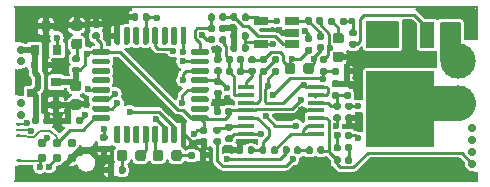
<source format=gtl>
G04 #@! TF.GenerationSoftware,KiCad,Pcbnew,(5.99.0-10200-gdf5f010514)*
G04 #@! TF.CreationDate,2021-04-24T18:33:29+03:00*
G04 #@! TF.ProjectId,hellen1-wbo,68656c6c-656e-4312-9d77-626f2e6b6963,rev?*
G04 #@! TF.SameCoordinates,PX4a19ba0PY5aa5910*
G04 #@! TF.FileFunction,Copper,L1,Top*
G04 #@! TF.FilePolarity,Positive*
%FSLAX46Y46*%
G04 Gerber Fmt 4.6, Leading zero omitted, Abs format (unit mm)*
G04 Created by KiCad (PCBNEW (5.99.0-10200-gdf5f010514)) date 2021-04-24 18:33:29*
%MOMM*%
%LPD*%
G01*
G04 APERTURE LIST*
G04 #@! TA.AperFunction,SMDPad,CuDef*
%ADD10R,0.900000X0.800000*%
G04 #@! TD*
G04 #@! TA.AperFunction,SMDPad,CuDef*
%ADD11R,1.450000X0.450000*%
G04 #@! TD*
G04 #@! TA.AperFunction,SMDPad,CuDef*
%ADD12R,1.200000X2.200000*%
G04 #@! TD*
G04 #@! TA.AperFunction,SMDPad,CuDef*
%ADD13R,5.800000X6.400000*%
G04 #@! TD*
G04 #@! TA.AperFunction,SMDPad,CuDef*
%ADD14R,1.220000X0.650000*%
G04 #@! TD*
G04 #@! TA.AperFunction,SMDPad,CuDef*
%ADD15R,0.800000X0.900000*%
G04 #@! TD*
G04 #@! TA.AperFunction,ComponentPad*
%ADD16C,0.700000*%
G04 #@! TD*
G04 #@! TA.AperFunction,SMDPad,CuDef*
%ADD17C,3.000000*%
G04 #@! TD*
G04 #@! TA.AperFunction,SMDPad,CuDef*
%ADD18R,0.250000X1.450000*%
G04 #@! TD*
G04 #@! TA.AperFunction,SMDPad,CuDef*
%ADD19R,0.250000X3.100000*%
G04 #@! TD*
G04 #@! TA.AperFunction,SMDPad,CuDef*
%ADD20R,0.250000X2.950000*%
G04 #@! TD*
G04 #@! TA.AperFunction,SMDPad,CuDef*
%ADD21R,0.250000X0.950000*%
G04 #@! TD*
G04 #@! TA.AperFunction,SMDPad,CuDef*
%ADD22R,39.250000X0.250000*%
G04 #@! TD*
G04 #@! TA.AperFunction,SMDPad,CuDef*
%ADD23R,0.250000X2.250000*%
G04 #@! TD*
G04 #@! TA.AperFunction,ConnectorPad*
%ADD24C,0.787400*%
G04 #@! TD*
G04 #@! TA.AperFunction,ViaPad*
%ADD25C,0.600000*%
G04 #@! TD*
G04 #@! TA.AperFunction,Conductor*
%ADD26C,0.250000*%
G04 #@! TD*
G04 #@! TA.AperFunction,Conductor*
%ADD27C,0.500000*%
G04 #@! TD*
G04 #@! TA.AperFunction,Conductor*
%ADD28C,0.203200*%
G04 #@! TD*
G04 #@! TA.AperFunction,Conductor*
%ADD29C,2.999999*%
G04 #@! TD*
G04 APERTURE END LIST*
G04 #@! TO.P,C612,1*
G04 #@! TO.N,VDDA*
G04 #@! TA.AperFunction,SMDPad,CuDef*
G36*
G01*
X17422500Y9220000D02*
X17077500Y9220000D01*
G75*
G02*
X16930000Y9367500I0J147500D01*
G01*
X16930000Y9662500D01*
G75*
G02*
X17077500Y9810000I147500J0D01*
G01*
X17422500Y9810000D01*
G75*
G02*
X17570000Y9662500I0J-147500D01*
G01*
X17570000Y9367500D01*
G75*
G02*
X17422500Y9220000I-147500J0D01*
G01*
G37*
G04 #@! TD.AperFunction*
G04 #@! TO.P,C612,2*
G04 #@! TO.N,GND*
G04 #@! TA.AperFunction,SMDPad,CuDef*
G36*
G01*
X17422500Y10190000D02*
X17077500Y10190000D01*
G75*
G02*
X16930000Y10337500I0J147500D01*
G01*
X16930000Y10632500D01*
G75*
G02*
X17077500Y10780000I147500J0D01*
G01*
X17422500Y10780000D01*
G75*
G02*
X17570000Y10632500I0J-147500D01*
G01*
X17570000Y10337500D01*
G75*
G02*
X17422500Y10190000I-147500J0D01*
G01*
G37*
G04 #@! TD.AperFunction*
G04 #@! TD*
G04 #@! TO.P,C605,1*
G04 #@! TO.N,/LSU_Un*
G04 #@! TA.AperFunction,SMDPad,CuDef*
G36*
G01*
X26267500Y2957000D02*
X26267500Y2612000D01*
G75*
G02*
X26120000Y2464500I-147500J0D01*
G01*
X25825000Y2464500D01*
G75*
G02*
X25677500Y2612000I0J147500D01*
G01*
X25677500Y2957000D01*
G75*
G02*
X25825000Y3104500I147500J0D01*
G01*
X26120000Y3104500D01*
G75*
G02*
X26267500Y2957000I0J-147500D01*
G01*
G37*
G04 #@! TD.AperFunction*
G04 #@! TO.P,C605,2*
G04 #@! TO.N,Net-(C605-Pad2)*
G04 #@! TA.AperFunction,SMDPad,CuDef*
G36*
G01*
X25297500Y2957000D02*
X25297500Y2612000D01*
G75*
G02*
X25150000Y2464500I-147500J0D01*
G01*
X24855000Y2464500D01*
G75*
G02*
X24707500Y2612000I0J147500D01*
G01*
X24707500Y2957000D01*
G75*
G02*
X24855000Y3104500I147500J0D01*
G01*
X25150000Y3104500D01*
G75*
G02*
X25297500Y2957000I0J-147500D01*
G01*
G37*
G04 #@! TD.AperFunction*
G04 #@! TD*
G04 #@! TO.P,C607,1*
G04 #@! TO.N,/LSU_Vm*
G04 #@! TA.AperFunction,SMDPad,CuDef*
G36*
G01*
X26930000Y9279500D02*
X26930000Y9624500D01*
G75*
G02*
X27077500Y9772000I147500J0D01*
G01*
X27372500Y9772000D01*
G75*
G02*
X27520000Y9624500I0J-147500D01*
G01*
X27520000Y9279500D01*
G75*
G02*
X27372500Y9132000I-147500J0D01*
G01*
X27077500Y9132000D01*
G75*
G02*
X26930000Y9279500I0J147500D01*
G01*
G37*
G04 #@! TD.AperFunction*
G04 #@! TO.P,C607,2*
G04 #@! TO.N,GND*
G04 #@! TA.AperFunction,SMDPad,CuDef*
G36*
G01*
X27900000Y9279500D02*
X27900000Y9624500D01*
G75*
G02*
X28047500Y9772000I147500J0D01*
G01*
X28342500Y9772000D01*
G75*
G02*
X28490000Y9624500I0J-147500D01*
G01*
X28490000Y9279500D01*
G75*
G02*
X28342500Y9132000I-147500J0D01*
G01*
X28047500Y9132000D01*
G75*
G02*
X27900000Y9279500I0J147500D01*
G01*
G37*
G04 #@! TD.AperFunction*
G04 #@! TD*
G04 #@! TO.P,C613,1*
G04 #@! TO.N,+5V*
G04 #@! TA.AperFunction,SMDPad,CuDef*
G36*
G01*
X1524000Y5118500D02*
X1524000Y5463500D01*
G75*
G02*
X1671500Y5611000I147500J0D01*
G01*
X1966500Y5611000D01*
G75*
G02*
X2114000Y5463500I0J-147500D01*
G01*
X2114000Y5118500D01*
G75*
G02*
X1966500Y4971000I-147500J0D01*
G01*
X1671500Y4971000D01*
G75*
G02*
X1524000Y5118500I0J147500D01*
G01*
G37*
G04 #@! TD.AperFunction*
G04 #@! TO.P,C613,2*
G04 #@! TO.N,GND*
G04 #@! TA.AperFunction,SMDPad,CuDef*
G36*
G01*
X2494000Y5118500D02*
X2494000Y5463500D01*
G75*
G02*
X2641500Y5611000I147500J0D01*
G01*
X2936500Y5611000D01*
G75*
G02*
X3084000Y5463500I0J-147500D01*
G01*
X3084000Y5118500D01*
G75*
G02*
X2936500Y4971000I-147500J0D01*
G01*
X2641500Y4971000D01*
G75*
G02*
X2494000Y5118500I0J147500D01*
G01*
G37*
G04 #@! TD.AperFunction*
G04 #@! TD*
G04 #@! TO.P,C616,1*
G04 #@! TO.N,+3V3*
G04 #@! TA.AperFunction,SMDPad,CuDef*
G36*
G01*
X4968750Y8675000D02*
X5481250Y8675000D01*
G75*
G02*
X5700000Y8456250I0J-218750D01*
G01*
X5700000Y8018750D01*
G75*
G02*
X5481250Y7800000I-218750J0D01*
G01*
X4968750Y7800000D01*
G75*
G02*
X4750000Y8018750I0J218750D01*
G01*
X4750000Y8456250D01*
G75*
G02*
X4968750Y8675000I218750J0D01*
G01*
G37*
G04 #@! TD.AperFunction*
G04 #@! TO.P,C616,2*
G04 #@! TO.N,GND*
G04 #@! TA.AperFunction,SMDPad,CuDef*
G36*
G01*
X4968750Y7100000D02*
X5481250Y7100000D01*
G75*
G02*
X5700000Y6881250I0J-218750D01*
G01*
X5700000Y6443750D01*
G75*
G02*
X5481250Y6225000I-218750J0D01*
G01*
X4968750Y6225000D01*
G75*
G02*
X4750000Y6443750I0J218750D01*
G01*
X4750000Y6881250D01*
G75*
G02*
X4968750Y7100000I218750J0D01*
G01*
G37*
G04 #@! TD.AperFunction*
G04 #@! TD*
G04 #@! TO.P,R609,1*
G04 #@! TO.N,/LSU_Rtrim*
G04 #@! TA.AperFunction,SMDPad,CuDef*
G36*
G01*
X22929000Y9449750D02*
X22929000Y9962250D01*
G75*
G02*
X23147750Y10181000I218750J0D01*
G01*
X23585250Y10181000D01*
G75*
G02*
X23804000Y9962250I0J-218750D01*
G01*
X23804000Y9449750D01*
G75*
G02*
X23585250Y9231000I-218750J0D01*
G01*
X23147750Y9231000D01*
G75*
G02*
X22929000Y9449750I0J218750D01*
G01*
G37*
G04 #@! TD.AperFunction*
G04 #@! TO.P,R609,2*
G04 #@! TO.N,/LSU_Ip*
G04 #@! TA.AperFunction,SMDPad,CuDef*
G36*
G01*
X24504000Y9449750D02*
X24504000Y9962250D01*
G75*
G02*
X24722750Y10181000I218750J0D01*
G01*
X25160250Y10181000D01*
G75*
G02*
X25379000Y9962250I0J-218750D01*
G01*
X25379000Y9449750D01*
G75*
G02*
X25160250Y9231000I-218750J0D01*
G01*
X24722750Y9231000D01*
G75*
G02*
X24504000Y9449750I0J218750D01*
G01*
G37*
G04 #@! TD.AperFunction*
G04 #@! TD*
G04 #@! TO.P,R607,1*
G04 #@! TO.N,Net-(C605-Pad2)*
G04 #@! TA.AperFunction,SMDPad,CuDef*
G36*
G01*
X24299000Y2957000D02*
X24299000Y2612000D01*
G75*
G02*
X24151500Y2464500I-147500J0D01*
G01*
X23856500Y2464500D01*
G75*
G02*
X23709000Y2612000I0J147500D01*
G01*
X23709000Y2957000D01*
G75*
G02*
X23856500Y3104500I147500J0D01*
G01*
X24151500Y3104500D01*
G75*
G02*
X24299000Y2957000I0J-147500D01*
G01*
G37*
G04 #@! TD.AperFunction*
G04 #@! TO.P,R607,2*
G04 #@! TO.N,/Nernst_esr_drive*
G04 #@! TA.AperFunction,SMDPad,CuDef*
G36*
G01*
X23329000Y2957000D02*
X23329000Y2612000D01*
G75*
G02*
X23181500Y2464500I-147500J0D01*
G01*
X22886500Y2464500D01*
G75*
G02*
X22739000Y2612000I0J147500D01*
G01*
X22739000Y2957000D01*
G75*
G02*
X22886500Y3104500I147500J0D01*
G01*
X23181500Y3104500D01*
G75*
G02*
X23329000Y2957000I0J-147500D01*
G01*
G37*
G04 #@! TD.AperFunction*
G04 #@! TD*
G04 #@! TO.P,R601,1*
G04 #@! TO.N,Net-(C600-Pad1)*
G04 #@! TA.AperFunction,SMDPad,CuDef*
G36*
G01*
X27374500Y7148000D02*
X27029500Y7148000D01*
G75*
G02*
X26882000Y7295500I0J147500D01*
G01*
X26882000Y7590500D01*
G75*
G02*
X27029500Y7738000I147500J0D01*
G01*
X27374500Y7738000D01*
G75*
G02*
X27522000Y7590500I0J-147500D01*
G01*
X27522000Y7295500D01*
G75*
G02*
X27374500Y7148000I-147500J0D01*
G01*
G37*
G04 #@! TD.AperFunction*
G04 #@! TO.P,R601,2*
G04 #@! TO.N,GND*
G04 #@! TA.AperFunction,SMDPad,CuDef*
G36*
G01*
X27374500Y8118000D02*
X27029500Y8118000D01*
G75*
G02*
X26882000Y8265500I0J147500D01*
G01*
X26882000Y8560500D01*
G75*
G02*
X27029500Y8708000I147500J0D01*
G01*
X27374500Y8708000D01*
G75*
G02*
X27522000Y8560500I0J-147500D01*
G01*
X27522000Y8265500D01*
G75*
G02*
X27374500Y8118000I-147500J0D01*
G01*
G37*
G04 #@! TD.AperFunction*
G04 #@! TD*
G04 #@! TO.P,R614,1*
G04 #@! TO.N,Net-(R614-Pad1)*
G04 #@! TA.AperFunction,SMDPad,CuDef*
G36*
G01*
X25777500Y12730000D02*
X26122500Y12730000D01*
G75*
G02*
X26270000Y12582500I0J-147500D01*
G01*
X26270000Y12287500D01*
G75*
G02*
X26122500Y12140000I-147500J0D01*
G01*
X25777500Y12140000D01*
G75*
G02*
X25630000Y12287500I0J147500D01*
G01*
X25630000Y12582500D01*
G75*
G02*
X25777500Y12730000I147500J0D01*
G01*
G37*
G04 #@! TD.AperFunction*
G04 #@! TO.P,R614,2*
G04 #@! TO.N,/LSU_Ip*
G04 #@! TA.AperFunction,SMDPad,CuDef*
G36*
G01*
X25777500Y11760000D02*
X26122500Y11760000D01*
G75*
G02*
X26270000Y11612500I0J-147500D01*
G01*
X26270000Y11317500D01*
G75*
G02*
X26122500Y11170000I-147500J0D01*
G01*
X25777500Y11170000D01*
G75*
G02*
X25630000Y11317500I0J147500D01*
G01*
X25630000Y11612500D01*
G75*
G02*
X25777500Y11760000I147500J0D01*
G01*
G37*
G04 #@! TD.AperFunction*
G04 #@! TD*
G04 #@! TO.P,R615,1*
G04 #@! TO.N,Net-(R614-Pad1)*
G04 #@! TA.AperFunction,SMDPad,CuDef*
G36*
G01*
X24620000Y13577500D02*
X24620000Y13922500D01*
G75*
G02*
X24767500Y14070000I147500J0D01*
G01*
X25062500Y14070000D01*
G75*
G02*
X25210000Y13922500I0J-147500D01*
G01*
X25210000Y13577500D01*
G75*
G02*
X25062500Y13430000I-147500J0D01*
G01*
X24767500Y13430000D01*
G75*
G02*
X24620000Y13577500I0J147500D01*
G01*
G37*
G04 #@! TD.AperFunction*
G04 #@! TO.P,R615,2*
G04 #@! TO.N,/Vm*
G04 #@! TA.AperFunction,SMDPad,CuDef*
G36*
G01*
X25590000Y13577500D02*
X25590000Y13922500D01*
G75*
G02*
X25737500Y14070000I147500J0D01*
G01*
X26032500Y14070000D01*
G75*
G02*
X26180000Y13922500I0J-147500D01*
G01*
X26180000Y13577500D01*
G75*
G02*
X26032500Y13430000I-147500J0D01*
G01*
X25737500Y13430000D01*
G75*
G02*
X25590000Y13577500I0J147500D01*
G01*
G37*
G04 #@! TD.AperFunction*
G04 #@! TD*
G04 #@! TO.P,R621,1*
G04 #@! TO.N,Net-(R621-Pad1)*
G04 #@! TA.AperFunction,SMDPad,CuDef*
G36*
G01*
X18320000Y13877500D02*
X18320000Y14222500D01*
G75*
G02*
X18467500Y14370000I147500J0D01*
G01*
X18762500Y14370000D01*
G75*
G02*
X18910000Y14222500I0J-147500D01*
G01*
X18910000Y13877500D01*
G75*
G02*
X18762500Y13730000I-147500J0D01*
G01*
X18467500Y13730000D01*
G75*
G02*
X18320000Y13877500I0J147500D01*
G01*
G37*
G04 #@! TD.AperFunction*
G04 #@! TO.P,R621,2*
G04 #@! TO.N,Net-(R613-Pad1)*
G04 #@! TA.AperFunction,SMDPad,CuDef*
G36*
G01*
X19290000Y13877500D02*
X19290000Y14222500D01*
G75*
G02*
X19437500Y14370000I147500J0D01*
G01*
X19732500Y14370000D01*
G75*
G02*
X19880000Y14222500I0J-147500D01*
G01*
X19880000Y13877500D01*
G75*
G02*
X19732500Y13730000I-147500J0D01*
G01*
X19437500Y13730000D01*
G75*
G02*
X19290000Y13877500I0J147500D01*
G01*
G37*
G04 #@! TD.AperFunction*
G04 #@! TD*
G04 #@! TO.P,R619,1*
G04 #@! TO.N,/LSU_Un_sense*
G04 #@! TA.AperFunction,SMDPad,CuDef*
G36*
G01*
X22330500Y2957000D02*
X22330500Y2612000D01*
G75*
G02*
X22183000Y2464500I-147500J0D01*
G01*
X21888000Y2464500D01*
G75*
G02*
X21740500Y2612000I0J147500D01*
G01*
X21740500Y2957000D01*
G75*
G02*
X21888000Y3104500I147500J0D01*
G01*
X22183000Y3104500D01*
G75*
G02*
X22330500Y2957000I0J-147500D01*
G01*
G37*
G04 #@! TD.AperFunction*
G04 #@! TO.P,R619,2*
G04 #@! TO.N,Net-(R619-Pad2)*
G04 #@! TA.AperFunction,SMDPad,CuDef*
G36*
G01*
X21360500Y2957000D02*
X21360500Y2612000D01*
G75*
G02*
X21213000Y2464500I-147500J0D01*
G01*
X20918000Y2464500D01*
G75*
G02*
X20770500Y2612000I0J147500D01*
G01*
X20770500Y2957000D01*
G75*
G02*
X20918000Y3104500I147500J0D01*
G01*
X21213000Y3104500D01*
G75*
G02*
X21360500Y2957000I0J-147500D01*
G01*
G37*
G04 #@! TD.AperFunction*
G04 #@! TD*
G04 #@! TO.P,R620,1*
G04 #@! TO.N,Net-(R619-Pad2)*
G04 #@! TA.AperFunction,SMDPad,CuDef*
G36*
G01*
X20362000Y2957000D02*
X20362000Y2612000D01*
G75*
G02*
X20214500Y2464500I-147500J0D01*
G01*
X19919500Y2464500D01*
G75*
G02*
X19772000Y2612000I0J147500D01*
G01*
X19772000Y2957000D01*
G75*
G02*
X19919500Y3104500I147500J0D01*
G01*
X20214500Y3104500D01*
G75*
G02*
X20362000Y2957000I0J-147500D01*
G01*
G37*
G04 #@! TD.AperFunction*
G04 #@! TO.P,R620,2*
G04 #@! TO.N,GND*
G04 #@! TA.AperFunction,SMDPad,CuDef*
G36*
G01*
X19392000Y2957000D02*
X19392000Y2612000D01*
G75*
G02*
X19244500Y2464500I-147500J0D01*
G01*
X18949500Y2464500D01*
G75*
G02*
X18802000Y2612000I0J147500D01*
G01*
X18802000Y2957000D01*
G75*
G02*
X18949500Y3104500I147500J0D01*
G01*
X19244500Y3104500D01*
G75*
G02*
X19392000Y2957000I0J-147500D01*
G01*
G37*
G04 #@! TD.AperFunction*
G04 #@! TD*
G04 #@! TO.P,R606,1*
G04 #@! TO.N,/LSU_Vm*
G04 #@! TA.AperFunction,SMDPad,CuDef*
G36*
G01*
X26358500Y9180000D02*
X26013500Y9180000D01*
G75*
G02*
X25866000Y9327500I0J147500D01*
G01*
X25866000Y9622500D01*
G75*
G02*
X26013500Y9770000I147500J0D01*
G01*
X26358500Y9770000D01*
G75*
G02*
X26506000Y9622500I0J-147500D01*
G01*
X26506000Y9327500D01*
G75*
G02*
X26358500Y9180000I-147500J0D01*
G01*
G37*
G04 #@! TD.AperFunction*
G04 #@! TO.P,R606,2*
G04 #@! TO.N,/Vm*
G04 #@! TA.AperFunction,SMDPad,CuDef*
G36*
G01*
X26358500Y10150000D02*
X26013500Y10150000D01*
G75*
G02*
X25866000Y10297500I0J147500D01*
G01*
X25866000Y10592500D01*
G75*
G02*
X26013500Y10740000I147500J0D01*
G01*
X26358500Y10740000D01*
G75*
G02*
X26506000Y10592500I0J-147500D01*
G01*
X26506000Y10297500D01*
G75*
G02*
X26358500Y10150000I-147500J0D01*
G01*
G37*
G04 #@! TD.AperFunction*
G04 #@! TD*
D10*
G04 #@! TO.P,U604,1,GND*
G04 #@! TO.N,GND*
X3558000Y6652400D03*
G04 #@! TO.P,U604,2,VO*
G04 #@! TO.N,+3V3*
X3558000Y8552400D03*
G04 #@! TO.P,U604,3,VI*
G04 #@! TO.N,+5V*
X1558000Y7602400D03*
G04 #@! TD*
D11*
G04 #@! TO.P,U600,1*
G04 #@! TO.N,Net-(C603-Pad1)*
X19680000Y8100000D03*
G04 #@! TO.P,U600,2,-*
G04 #@! TO.N,Net-(C603-Pad2)*
X19680000Y7450000D03*
G04 #@! TO.P,U600,3,+*
G04 #@! TO.N,Net-(R603-Pad1)*
X19680000Y6800000D03*
G04 #@! TO.P,U600,4,V+*
G04 #@! TO.N,+3V3*
X19680000Y6150000D03*
G04 #@! TO.P,U600,5,+*
G04 #@! TO.N,Net-(R619-Pad2)*
X19680000Y5500000D03*
G04 #@! TO.P,U600,6,-*
G04 #@! TO.N,Net-(R618-Pad2)*
X19680000Y4850000D03*
G04 #@! TO.P,U600,7*
G04 #@! TO.N,/Un_sense*
X19680000Y4200000D03*
G04 #@! TO.P,U600,8*
G04 #@! TO.N,/LSU_Un_sense*
X25580000Y4200000D03*
G04 #@! TO.P,U600,9,-*
X25580000Y4850000D03*
G04 #@! TO.P,U600,10,+*
G04 #@! TO.N,/LSU_Un*
X25580000Y5500000D03*
G04 #@! TO.P,U600,11,V-*
G04 #@! TO.N,GND*
X25580000Y6150000D03*
G04 #@! TO.P,U600,12,+*
G04 #@! TO.N,Net-(C600-Pad1)*
X25580000Y6800000D03*
G04 #@! TO.P,U600,13,-*
G04 #@! TO.N,/Vm*
X25580000Y7450000D03*
G04 #@! TO.P,U600,14*
X25580000Y8100000D03*
G04 #@! TD*
G04 #@! TO.P,C600,1*
G04 #@! TO.N,Net-(C600-Pad1)*
G04 #@! TA.AperFunction,SMDPad,CuDef*
G36*
G01*
X28390500Y7148000D02*
X28045500Y7148000D01*
G75*
G02*
X27898000Y7295500I0J147500D01*
G01*
X27898000Y7590500D01*
G75*
G02*
X28045500Y7738000I147500J0D01*
G01*
X28390500Y7738000D01*
G75*
G02*
X28538000Y7590500I0J-147500D01*
G01*
X28538000Y7295500D01*
G75*
G02*
X28390500Y7148000I-147500J0D01*
G01*
G37*
G04 #@! TD.AperFunction*
G04 #@! TO.P,C600,2*
G04 #@! TO.N,GND*
G04 #@! TA.AperFunction,SMDPad,CuDef*
G36*
G01*
X28390500Y8118000D02*
X28045500Y8118000D01*
G75*
G02*
X27898000Y8265500I0J147500D01*
G01*
X27898000Y8560500D01*
G75*
G02*
X28045500Y8708000I147500J0D01*
G01*
X28390500Y8708000D01*
G75*
G02*
X28538000Y8560500I0J-147500D01*
G01*
X28538000Y8265500D01*
G75*
G02*
X28390500Y8118000I-147500J0D01*
G01*
G37*
G04 #@! TD.AperFunction*
G04 #@! TD*
G04 #@! TO.P,C608,1*
G04 #@! TO.N,/Ip_sense*
G04 #@! TA.AperFunction,SMDPad,CuDef*
G36*
G01*
X16420000Y12927500D02*
X16420000Y13272500D01*
G75*
G02*
X16567500Y13420000I147500J0D01*
G01*
X16862500Y13420000D01*
G75*
G02*
X17010000Y13272500I0J-147500D01*
G01*
X17010000Y12927500D01*
G75*
G02*
X16862500Y12780000I-147500J0D01*
G01*
X16567500Y12780000D01*
G75*
G02*
X16420000Y12927500I0J147500D01*
G01*
G37*
G04 #@! TD.AperFunction*
G04 #@! TO.P,C608,2*
G04 #@! TO.N,GND*
G04 #@! TA.AperFunction,SMDPad,CuDef*
G36*
G01*
X17390000Y12927500D02*
X17390000Y13272500D01*
G75*
G02*
X17537500Y13420000I147500J0D01*
G01*
X17832500Y13420000D01*
G75*
G02*
X17980000Y13272500I0J-147500D01*
G01*
X17980000Y12927500D01*
G75*
G02*
X17832500Y12780000I-147500J0D01*
G01*
X17537500Y12780000D01*
G75*
G02*
X17390000Y12927500I0J147500D01*
G01*
G37*
G04 #@! TD.AperFunction*
G04 #@! TD*
G04 #@! TO.P,R624,1*
G04 #@! TO.N,Net-(R621-Pad1)*
G04 #@! TA.AperFunction,SMDPad,CuDef*
G36*
G01*
X17980000Y14222500D02*
X17980000Y13877500D01*
G75*
G02*
X17832500Y13730000I-147500J0D01*
G01*
X17537500Y13730000D01*
G75*
G02*
X17390000Y13877500I0J147500D01*
G01*
X17390000Y14222500D01*
G75*
G02*
X17537500Y14370000I147500J0D01*
G01*
X17832500Y14370000D01*
G75*
G02*
X17980000Y14222500I0J-147500D01*
G01*
G37*
G04 #@! TD.AperFunction*
G04 #@! TO.P,R624,2*
G04 #@! TO.N,/Ip_sense*
G04 #@! TA.AperFunction,SMDPad,CuDef*
G36*
G01*
X17010000Y14222500D02*
X17010000Y13877500D01*
G75*
G02*
X16862500Y13730000I-147500J0D01*
G01*
X16567500Y13730000D01*
G75*
G02*
X16420000Y13877500I0J147500D01*
G01*
X16420000Y14222500D01*
G75*
G02*
X16567500Y14370000I147500J0D01*
G01*
X16862500Y14370000D01*
G75*
G02*
X17010000Y14222500I0J-147500D01*
G01*
G37*
G04 #@! TD.AperFunction*
G04 #@! TD*
G04 #@! TO.P,C611,1*
G04 #@! TO.N,VDDA*
G04 #@! TA.AperFunction,SMDPad,CuDef*
G36*
G01*
X17077500Y8880000D02*
X17422500Y8880000D01*
G75*
G02*
X17570000Y8732500I0J-147500D01*
G01*
X17570000Y8437500D01*
G75*
G02*
X17422500Y8290000I-147500J0D01*
G01*
X17077500Y8290000D01*
G75*
G02*
X16930000Y8437500I0J147500D01*
G01*
X16930000Y8732500D01*
G75*
G02*
X17077500Y8880000I147500J0D01*
G01*
G37*
G04 #@! TD.AperFunction*
G04 #@! TO.P,C611,2*
G04 #@! TO.N,GND*
G04 #@! TA.AperFunction,SMDPad,CuDef*
G36*
G01*
X17077500Y7910000D02*
X17422500Y7910000D01*
G75*
G02*
X17570000Y7762500I0J-147500D01*
G01*
X17570000Y7467500D01*
G75*
G02*
X17422500Y7320000I-147500J0D01*
G01*
X17077500Y7320000D01*
G75*
G02*
X16930000Y7467500I0J147500D01*
G01*
X16930000Y7762500D01*
G75*
G02*
X17077500Y7910000I147500J0D01*
G01*
G37*
G04 #@! TD.AperFunction*
G04 #@! TD*
G04 #@! TO.P,R622,1*
G04 #@! TO.N,Net-(Q600-Pad1)*
G04 #@! TA.AperFunction,SMDPad,CuDef*
G36*
G01*
X28872500Y11470000D02*
X28527500Y11470000D01*
G75*
G02*
X28380000Y11617500I0J147500D01*
G01*
X28380000Y11912500D01*
G75*
G02*
X28527500Y12060000I147500J0D01*
G01*
X28872500Y12060000D01*
G75*
G02*
X29020000Y11912500I0J-147500D01*
G01*
X29020000Y11617500D01*
G75*
G02*
X28872500Y11470000I-147500J0D01*
G01*
G37*
G04 #@! TD.AperFunction*
G04 #@! TO.P,R622,2*
G04 #@! TO.N,/heater_pwm*
G04 #@! TA.AperFunction,SMDPad,CuDef*
G36*
G01*
X28872500Y12440000D02*
X28527500Y12440000D01*
G75*
G02*
X28380000Y12587500I0J147500D01*
G01*
X28380000Y12882500D01*
G75*
G02*
X28527500Y13030000I147500J0D01*
G01*
X28872500Y13030000D01*
G75*
G02*
X29020000Y12882500I0J-147500D01*
G01*
X29020000Y12587500D01*
G75*
G02*
X28872500Y12440000I-147500J0D01*
G01*
G37*
G04 #@! TD.AperFunction*
G04 #@! TD*
G04 #@! TO.P,R617,1*
G04 #@! TO.N,GND*
G04 #@! TA.AperFunction,SMDPad,CuDef*
G36*
G01*
X9935000Y13877500D02*
X9935000Y14222500D01*
G75*
G02*
X10082500Y14370000I147500J0D01*
G01*
X10377500Y14370000D01*
G75*
G02*
X10525000Y14222500I0J-147500D01*
G01*
X10525000Y13877500D01*
G75*
G02*
X10377500Y13730000I-147500J0D01*
G01*
X10082500Y13730000D01*
G75*
G02*
X9935000Y13877500I0J147500D01*
G01*
G37*
G04 #@! TD.AperFunction*
G04 #@! TO.P,R617,2*
G04 #@! TO.N,/heater_pwm*
G04 #@! TA.AperFunction,SMDPad,CuDef*
G36*
G01*
X10905000Y13877500D02*
X10905000Y14222500D01*
G75*
G02*
X11052500Y14370000I147500J0D01*
G01*
X11347500Y14370000D01*
G75*
G02*
X11495000Y14222500I0J-147500D01*
G01*
X11495000Y13877500D01*
G75*
G02*
X11347500Y13730000I-147500J0D01*
G01*
X11052500Y13730000D01*
G75*
G02*
X10905000Y13877500I0J147500D01*
G01*
G37*
G04 #@! TD.AperFunction*
G04 #@! TD*
G04 #@! TO.P,C614,1*
G04 #@! TO.N,+3V3*
G04 #@! TA.AperFunction,SMDPad,CuDef*
G36*
G01*
X15877500Y4780000D02*
X16222500Y4780000D01*
G75*
G02*
X16370000Y4632500I0J-147500D01*
G01*
X16370000Y4337500D01*
G75*
G02*
X16222500Y4190000I-147500J0D01*
G01*
X15877500Y4190000D01*
G75*
G02*
X15730000Y4337500I0J147500D01*
G01*
X15730000Y4632500D01*
G75*
G02*
X15877500Y4780000I147500J0D01*
G01*
G37*
G04 #@! TD.AperFunction*
G04 #@! TO.P,C614,2*
G04 #@! TO.N,GND*
G04 #@! TA.AperFunction,SMDPad,CuDef*
G36*
G01*
X15877500Y3810000D02*
X16222500Y3810000D01*
G75*
G02*
X16370000Y3662500I0J-147500D01*
G01*
X16370000Y3367500D01*
G75*
G02*
X16222500Y3220000I-147500J0D01*
G01*
X15877500Y3220000D01*
G75*
G02*
X15730000Y3367500I0J147500D01*
G01*
X15730000Y3662500D01*
G75*
G02*
X15877500Y3810000I147500J0D01*
G01*
G37*
G04 #@! TD.AperFunction*
G04 #@! TD*
G04 #@! TO.P,C615,1*
G04 #@! TO.N,+3V3*
G04 #@! TA.AperFunction,SMDPad,CuDef*
G36*
G01*
X7122500Y12170000D02*
X6777500Y12170000D01*
G75*
G02*
X6630000Y12317500I0J147500D01*
G01*
X6630000Y12612500D01*
G75*
G02*
X6777500Y12760000I147500J0D01*
G01*
X7122500Y12760000D01*
G75*
G02*
X7270000Y12612500I0J-147500D01*
G01*
X7270000Y12317500D01*
G75*
G02*
X7122500Y12170000I-147500J0D01*
G01*
G37*
G04 #@! TD.AperFunction*
G04 #@! TO.P,C615,2*
G04 #@! TO.N,GND*
G04 #@! TA.AperFunction,SMDPad,CuDef*
G36*
G01*
X7122500Y13140000D02*
X6777500Y13140000D01*
G75*
G02*
X6630000Y13287500I0J147500D01*
G01*
X6630000Y13582500D01*
G75*
G02*
X6777500Y13730000I147500J0D01*
G01*
X7122500Y13730000D01*
G75*
G02*
X7270000Y13582500I0J-147500D01*
G01*
X7270000Y13287500D01*
G75*
G02*
X7122500Y13140000I-147500J0D01*
G01*
G37*
G04 #@! TD.AperFunction*
G04 #@! TD*
D12*
G04 #@! TO.P,Q600,1,G*
G04 #@! TO.N,Net-(Q600-Pad1)*
X34980000Y12575000D03*
D13*
G04 #@! TO.P,Q600,2,D*
G04 #@! TO.N,/LSU_H+*
X32700000Y6275000D03*
D12*
G04 #@! TO.P,Q600,3,S*
G04 #@! TO.N,/LSU_H-*
X30420000Y12575000D03*
G04 #@! TD*
G04 #@! TO.P,R612,1*
G04 #@! TO.N,/LSU_Un*
G04 #@! TA.AperFunction,SMDPad,CuDef*
G36*
G01*
X27055000Y1777500D02*
X27055000Y2122500D01*
G75*
G02*
X27202500Y2270000I147500J0D01*
G01*
X27497500Y2270000D01*
G75*
G02*
X27645000Y2122500I0J-147500D01*
G01*
X27645000Y1777500D01*
G75*
G02*
X27497500Y1630000I-147500J0D01*
G01*
X27202500Y1630000D01*
G75*
G02*
X27055000Y1777500I0J147500D01*
G01*
G37*
G04 #@! TD.AperFunction*
G04 #@! TO.P,R612,2*
G04 #@! TO.N,Net-(R611-Pad1)*
G04 #@! TA.AperFunction,SMDPad,CuDef*
G36*
G01*
X28025000Y1777500D02*
X28025000Y2122500D01*
G75*
G02*
X28172500Y2270000I147500J0D01*
G01*
X28467500Y2270000D01*
G75*
G02*
X28615000Y2122500I0J-147500D01*
G01*
X28615000Y1777500D01*
G75*
G02*
X28467500Y1630000I-147500J0D01*
G01*
X28172500Y1630000D01*
G75*
G02*
X28025000Y1777500I0J147500D01*
G01*
G37*
G04 #@! TD.AperFunction*
G04 #@! TD*
G04 #@! TO.P,R618,1*
G04 #@! TO.N,/LSU_Vm*
G04 #@! TA.AperFunction,SMDPad,CuDef*
G36*
G01*
X17372500Y3220000D02*
X17027500Y3220000D01*
G75*
G02*
X16880000Y3367500I0J147500D01*
G01*
X16880000Y3662500D01*
G75*
G02*
X17027500Y3810000I147500J0D01*
G01*
X17372500Y3810000D01*
G75*
G02*
X17520000Y3662500I0J-147500D01*
G01*
X17520000Y3367500D01*
G75*
G02*
X17372500Y3220000I-147500J0D01*
G01*
G37*
G04 #@! TD.AperFunction*
G04 #@! TO.P,R618,2*
G04 #@! TO.N,Net-(R618-Pad2)*
G04 #@! TA.AperFunction,SMDPad,CuDef*
G36*
G01*
X17372500Y4190000D02*
X17027500Y4190000D01*
G75*
G02*
X16880000Y4337500I0J147500D01*
G01*
X16880000Y4632500D01*
G75*
G02*
X17027500Y4780000I147500J0D01*
G01*
X17372500Y4780000D01*
G75*
G02*
X17520000Y4632500I0J-147500D01*
G01*
X17520000Y4337500D01*
G75*
G02*
X17372500Y4190000I-147500J0D01*
G01*
G37*
G04 #@! TD.AperFunction*
G04 #@! TD*
G04 #@! TO.P,R616,1*
G04 #@! TO.N,Net-(D600-Pad2)*
G04 #@! TA.AperFunction,SMDPad,CuDef*
G36*
G01*
X26605000Y13527500D02*
X26605000Y13872500D01*
G75*
G02*
X26752500Y14020000I147500J0D01*
G01*
X27047500Y14020000D01*
G75*
G02*
X27195000Y13872500I0J-147500D01*
G01*
X27195000Y13527500D01*
G75*
G02*
X27047500Y13380000I-147500J0D01*
G01*
X26752500Y13380000D01*
G75*
G02*
X26605000Y13527500I0J147500D01*
G01*
G37*
G04 #@! TD.AperFunction*
G04 #@! TO.P,R616,2*
G04 #@! TO.N,/heater_pwm*
G04 #@! TA.AperFunction,SMDPad,CuDef*
G36*
G01*
X27575000Y13527500D02*
X27575000Y13872500D01*
G75*
G02*
X27722500Y14020000I147500J0D01*
G01*
X28017500Y14020000D01*
G75*
G02*
X28165000Y13872500I0J-147500D01*
G01*
X28165000Y13527500D01*
G75*
G02*
X28017500Y13380000I-147500J0D01*
G01*
X27722500Y13380000D01*
G75*
G02*
X27575000Y13527500I0J147500D01*
G01*
G37*
G04 #@! TD.AperFunction*
G04 #@! TD*
G04 #@! TO.P,R623,1*
G04 #@! TO.N,Net-(R618-Pad2)*
G04 #@! TA.AperFunction,SMDPad,CuDef*
G36*
G01*
X18012500Y5025000D02*
X18357500Y5025000D01*
G75*
G02*
X18505000Y4877500I0J-147500D01*
G01*
X18505000Y4582500D01*
G75*
G02*
X18357500Y4435000I-147500J0D01*
G01*
X18012500Y4435000D01*
G75*
G02*
X17865000Y4582500I0J147500D01*
G01*
X17865000Y4877500D01*
G75*
G02*
X18012500Y5025000I147500J0D01*
G01*
G37*
G04 #@! TD.AperFunction*
G04 #@! TO.P,R623,2*
G04 #@! TO.N,/Un_sense*
G04 #@! TA.AperFunction,SMDPad,CuDef*
G36*
G01*
X18012500Y4055000D02*
X18357500Y4055000D01*
G75*
G02*
X18505000Y3907500I0J-147500D01*
G01*
X18505000Y3612500D01*
G75*
G02*
X18357500Y3465000I-147500J0D01*
G01*
X18012500Y3465000D01*
G75*
G02*
X17865000Y3612500I0J147500D01*
G01*
X17865000Y3907500D01*
G75*
G02*
X18012500Y4055000I147500J0D01*
G01*
G37*
G04 #@! TD.AperFunction*
G04 #@! TD*
G04 #@! TO.P,R625,1*
G04 #@! TO.N,GND*
G04 #@! TA.AperFunction,SMDPad,CuDef*
G36*
G01*
X4270000Y5127500D02*
X4270000Y5472500D01*
G75*
G02*
X4417500Y5620000I147500J0D01*
G01*
X4712500Y5620000D01*
G75*
G02*
X4860000Y5472500I0J-147500D01*
G01*
X4860000Y5127500D01*
G75*
G02*
X4712500Y4980000I-147500J0D01*
G01*
X4417500Y4980000D01*
G75*
G02*
X4270000Y5127500I0J147500D01*
G01*
G37*
G04 #@! TD.AperFunction*
G04 #@! TO.P,R625,2*
G04 #@! TO.N,/Boot0*
G04 #@! TA.AperFunction,SMDPad,CuDef*
G36*
G01*
X5240000Y5127500D02*
X5240000Y5472500D01*
G75*
G02*
X5387500Y5620000I147500J0D01*
G01*
X5682500Y5620000D01*
G75*
G02*
X5830000Y5472500I0J-147500D01*
G01*
X5830000Y5127500D01*
G75*
G02*
X5682500Y4980000I-147500J0D01*
G01*
X5387500Y4980000D01*
G75*
G02*
X5240000Y5127500I0J147500D01*
G01*
G37*
G04 #@! TD.AperFunction*
G04 #@! TD*
G04 #@! TO.P,D601,1,K*
G04 #@! TO.N,Net-(D601-Pad1)*
G04 #@! TA.AperFunction,SMDPad,CuDef*
G36*
G01*
X14203000Y2596250D02*
X14203000Y2083750D01*
G75*
G02*
X13984250Y1865000I-218750J0D01*
G01*
X13546750Y1865000D01*
G75*
G02*
X13328000Y2083750I0J218750D01*
G01*
X13328000Y2596250D01*
G75*
G02*
X13546750Y2815000I218750J0D01*
G01*
X13984250Y2815000D01*
G75*
G02*
X14203000Y2596250I0J-218750D01*
G01*
G37*
G04 #@! TD.AperFunction*
G04 #@! TO.P,D601,2,A*
G04 #@! TO.N,/LED_GREEN*
G04 #@! TA.AperFunction,SMDPad,CuDef*
G36*
G01*
X12628000Y2596250D02*
X12628000Y2083750D01*
G75*
G02*
X12409250Y1865000I-218750J0D01*
G01*
X11971750Y1865000D01*
G75*
G02*
X11753000Y2083750I0J218750D01*
G01*
X11753000Y2596250D01*
G75*
G02*
X11971750Y2815000I218750J0D01*
G01*
X12409250Y2815000D01*
G75*
G02*
X12628000Y2596250I0J-218750D01*
G01*
G37*
G04 #@! TD.AperFunction*
G04 #@! TD*
G04 #@! TO.P,R626,1*
G04 #@! TO.N,GND*
G04 #@! TA.AperFunction,SMDPad,CuDef*
G36*
G01*
X16298000Y2512500D02*
X16298000Y2167500D01*
G75*
G02*
X16150500Y2020000I-147500J0D01*
G01*
X15855500Y2020000D01*
G75*
G02*
X15708000Y2167500I0J147500D01*
G01*
X15708000Y2512500D01*
G75*
G02*
X15855500Y2660000I147500J0D01*
G01*
X16150500Y2660000D01*
G75*
G02*
X16298000Y2512500I0J-147500D01*
G01*
G37*
G04 #@! TD.AperFunction*
G04 #@! TO.P,R626,2*
G04 #@! TO.N,Net-(D601-Pad1)*
G04 #@! TA.AperFunction,SMDPad,CuDef*
G36*
G01*
X15328000Y2512500D02*
X15328000Y2167500D01*
G75*
G02*
X15180500Y2020000I-147500J0D01*
G01*
X14885500Y2020000D01*
G75*
G02*
X14738000Y2167500I0J147500D01*
G01*
X14738000Y2512500D01*
G75*
G02*
X14885500Y2660000I147500J0D01*
G01*
X15180500Y2660000D01*
G75*
G02*
X15328000Y2512500I0J-147500D01*
G01*
G37*
G04 #@! TD.AperFunction*
G04 #@! TD*
G04 #@! TO.P,R604,1*
G04 #@! TO.N,Net-(C603-Pad1)*
G04 #@! TA.AperFunction,SMDPad,CuDef*
G36*
G01*
X19473000Y9624500D02*
X19473000Y9279500D01*
G75*
G02*
X19325500Y9132000I-147500J0D01*
G01*
X19030500Y9132000D01*
G75*
G02*
X18883000Y9279500I0J147500D01*
G01*
X18883000Y9624500D01*
G75*
G02*
X19030500Y9772000I147500J0D01*
G01*
X19325500Y9772000D01*
G75*
G02*
X19473000Y9624500I0J-147500D01*
G01*
G37*
G04 #@! TD.AperFunction*
G04 #@! TO.P,R604,2*
G04 #@! TO.N,Net-(C603-Pad2)*
G04 #@! TA.AperFunction,SMDPad,CuDef*
G36*
G01*
X18503000Y9624500D02*
X18503000Y9279500D01*
G75*
G02*
X18355500Y9132000I-147500J0D01*
G01*
X18060500Y9132000D01*
G75*
G02*
X17913000Y9279500I0J147500D01*
G01*
X17913000Y9624500D01*
G75*
G02*
X18060500Y9772000I147500J0D01*
G01*
X18355500Y9772000D01*
G75*
G02*
X18503000Y9624500I0J-147500D01*
G01*
G37*
G04 #@! TD.AperFunction*
G04 #@! TD*
G04 #@! TO.P,R605,1*
G04 #@! TO.N,/LSU_Rtrim*
G04 #@! TA.AperFunction,SMDPad,CuDef*
G36*
G01*
X20933500Y10740000D02*
X21278500Y10740000D01*
G75*
G02*
X21426000Y10592500I0J-147500D01*
G01*
X21426000Y10297500D01*
G75*
G02*
X21278500Y10150000I-147500J0D01*
G01*
X20933500Y10150000D01*
G75*
G02*
X20786000Y10297500I0J147500D01*
G01*
X20786000Y10592500D01*
G75*
G02*
X20933500Y10740000I147500J0D01*
G01*
G37*
G04 #@! TD.AperFunction*
G04 #@! TO.P,R605,2*
G04 #@! TO.N,Net-(R603-Pad1)*
G04 #@! TA.AperFunction,SMDPad,CuDef*
G36*
G01*
X20933500Y9770000D02*
X21278500Y9770000D01*
G75*
G02*
X21426000Y9622500I0J-147500D01*
G01*
X21426000Y9327500D01*
G75*
G02*
X21278500Y9180000I-147500J0D01*
G01*
X20933500Y9180000D01*
G75*
G02*
X20786000Y9327500I0J147500D01*
G01*
X20786000Y9622500D01*
G75*
G02*
X20933500Y9770000I147500J0D01*
G01*
G37*
G04 #@! TD.AperFunction*
G04 #@! TD*
G04 #@! TO.P,R608,1*
G04 #@! TO.N,/LSU_Rtrim*
G04 #@! TA.AperFunction,SMDPad,CuDef*
G36*
G01*
X19977500Y10740000D02*
X20322500Y10740000D01*
G75*
G02*
X20470000Y10592500I0J-147500D01*
G01*
X20470000Y10297500D01*
G75*
G02*
X20322500Y10150000I-147500J0D01*
G01*
X19977500Y10150000D01*
G75*
G02*
X19830000Y10297500I0J147500D01*
G01*
X19830000Y10592500D01*
G75*
G02*
X19977500Y10740000I147500J0D01*
G01*
G37*
G04 #@! TD.AperFunction*
G04 #@! TO.P,R608,2*
G04 #@! TO.N,Net-(C603-Pad1)*
G04 #@! TA.AperFunction,SMDPad,CuDef*
G36*
G01*
X19977500Y9770000D02*
X20322500Y9770000D01*
G75*
G02*
X20470000Y9622500I0J-147500D01*
G01*
X20470000Y9327500D01*
G75*
G02*
X20322500Y9180000I-147500J0D01*
G01*
X19977500Y9180000D01*
G75*
G02*
X19830000Y9327500I0J147500D01*
G01*
X19830000Y9622500D01*
G75*
G02*
X19977500Y9770000I147500J0D01*
G01*
G37*
G04 #@! TD.AperFunction*
G04 #@! TD*
G04 #@! TO.P,C603,1*
G04 #@! TO.N,Net-(C603-Pad1)*
G04 #@! TA.AperFunction,SMDPad,CuDef*
G36*
G01*
X19473000Y10640500D02*
X19473000Y10295500D01*
G75*
G02*
X19325500Y10148000I-147500J0D01*
G01*
X19030500Y10148000D01*
G75*
G02*
X18883000Y10295500I0J147500D01*
G01*
X18883000Y10640500D01*
G75*
G02*
X19030500Y10788000I147500J0D01*
G01*
X19325500Y10788000D01*
G75*
G02*
X19473000Y10640500I0J-147500D01*
G01*
G37*
G04 #@! TD.AperFunction*
G04 #@! TO.P,C603,2*
G04 #@! TO.N,Net-(C603-Pad2)*
G04 #@! TA.AperFunction,SMDPad,CuDef*
G36*
G01*
X18503000Y10640500D02*
X18503000Y10295500D01*
G75*
G02*
X18355500Y10148000I-147500J0D01*
G01*
X18060500Y10148000D01*
G75*
G02*
X17913000Y10295500I0J147500D01*
G01*
X17913000Y10640500D01*
G75*
G02*
X18060500Y10788000I147500J0D01*
G01*
X18355500Y10788000D01*
G75*
G02*
X18503000Y10640500I0J-147500D01*
G01*
G37*
G04 #@! TD.AperFunction*
G04 #@! TD*
D14*
G04 #@! TO.P,U601,1*
G04 #@! TO.N,Net-(R621-Pad1)*
X23560000Y11800000D03*
G04 #@! TO.P,U601,2,V-*
G04 #@! TO.N,GND*
X23560000Y12750000D03*
G04 #@! TO.P,U601,3,+*
G04 #@! TO.N,Net-(R614-Pad1)*
X23560000Y13700000D03*
G04 #@! TO.P,U601,4,-*
G04 #@! TO.N,Net-(R613-Pad1)*
X20940000Y13700000D03*
G04 #@! TO.P,U601,5,V+*
G04 #@! TO.N,+3V3*
X20940000Y11800000D03*
G04 #@! TD*
G04 #@! TO.P,R603,1*
G04 #@! TO.N,Net-(R603-Pad1)*
G04 #@! TA.AperFunction,SMDPad,CuDef*
G36*
G01*
X21949500Y10740000D02*
X22294500Y10740000D01*
G75*
G02*
X22442000Y10592500I0J-147500D01*
G01*
X22442000Y10297500D01*
G75*
G02*
X22294500Y10150000I-147500J0D01*
G01*
X21949500Y10150000D01*
G75*
G02*
X21802000Y10297500I0J147500D01*
G01*
X21802000Y10592500D01*
G75*
G02*
X21949500Y10740000I147500J0D01*
G01*
G37*
G04 #@! TD.AperFunction*
G04 #@! TO.P,R603,2*
G04 #@! TO.N,/Vm*
G04 #@! TA.AperFunction,SMDPad,CuDef*
G36*
G01*
X21949500Y9770000D02*
X22294500Y9770000D01*
G75*
G02*
X22442000Y9622500I0J-147500D01*
G01*
X22442000Y9327500D01*
G75*
G02*
X22294500Y9180000I-147500J0D01*
G01*
X21949500Y9180000D01*
G75*
G02*
X21802000Y9327500I0J147500D01*
G01*
X21802000Y9622500D01*
G75*
G02*
X21949500Y9770000I147500J0D01*
G01*
G37*
G04 #@! TD.AperFunction*
G04 #@! TD*
G04 #@! TO.P,R613,1*
G04 #@! TO.N,Net-(R613-Pad1)*
G04 #@! TA.AperFunction,SMDPad,CuDef*
G36*
G01*
X24777500Y12530000D02*
X25122500Y12530000D01*
G75*
G02*
X25270000Y12382500I0J-147500D01*
G01*
X25270000Y12087500D01*
G75*
G02*
X25122500Y11940000I-147500J0D01*
G01*
X24777500Y11940000D01*
G75*
G02*
X24630000Y12087500I0J147500D01*
G01*
X24630000Y12382500D01*
G75*
G02*
X24777500Y12530000I147500J0D01*
G01*
G37*
G04 #@! TD.AperFunction*
G04 #@! TO.P,R613,2*
G04 #@! TO.N,/LSU_Rtrim*
G04 #@! TA.AperFunction,SMDPad,CuDef*
G36*
G01*
X24777500Y11560000D02*
X25122500Y11560000D01*
G75*
G02*
X25270000Y11412500I0J-147500D01*
G01*
X25270000Y11117500D01*
G75*
G02*
X25122500Y10970000I-147500J0D01*
G01*
X24777500Y10970000D01*
G75*
G02*
X24630000Y11117500I0J147500D01*
G01*
X24630000Y11412500D01*
G75*
G02*
X24777500Y11560000I147500J0D01*
G01*
G37*
G04 #@! TD.AperFunction*
G04 #@! TD*
G04 #@! TO.P,C601,1*
G04 #@! TO.N,+3V3*
G04 #@! TA.AperFunction,SMDPad,CuDef*
G36*
G01*
X28172500Y6803000D02*
X28517500Y6803000D01*
G75*
G02*
X28665000Y6655500I0J-147500D01*
G01*
X28665000Y6360500D01*
G75*
G02*
X28517500Y6213000I-147500J0D01*
G01*
X28172500Y6213000D01*
G75*
G02*
X28025000Y6360500I0J147500D01*
G01*
X28025000Y6655500D01*
G75*
G02*
X28172500Y6803000I147500J0D01*
G01*
G37*
G04 #@! TD.AperFunction*
G04 #@! TO.P,C601,2*
G04 #@! TO.N,GND*
G04 #@! TA.AperFunction,SMDPad,CuDef*
G36*
G01*
X28172500Y5833000D02*
X28517500Y5833000D01*
G75*
G02*
X28665000Y5685500I0J-147500D01*
G01*
X28665000Y5390500D01*
G75*
G02*
X28517500Y5243000I-147500J0D01*
G01*
X28172500Y5243000D01*
G75*
G02*
X28025000Y5390500I0J147500D01*
G01*
X28025000Y5685500D01*
G75*
G02*
X28172500Y5833000I147500J0D01*
G01*
G37*
G04 #@! TD.AperFunction*
G04 #@! TD*
G04 #@! TO.P,D600,1,K*
G04 #@! TO.N,GND*
G04 #@! TA.AperFunction,SMDPad,CuDef*
G36*
G01*
X27712250Y10259000D02*
X27199750Y10259000D01*
G75*
G02*
X26981000Y10477750I0J218750D01*
G01*
X26981000Y10915250D01*
G75*
G02*
X27199750Y11134000I218750J0D01*
G01*
X27712250Y11134000D01*
G75*
G02*
X27931000Y10915250I0J-218750D01*
G01*
X27931000Y10477750D01*
G75*
G02*
X27712250Y10259000I-218750J0D01*
G01*
G37*
G04 #@! TD.AperFunction*
G04 #@! TO.P,D600,2,A*
G04 #@! TO.N,Net-(D600-Pad2)*
G04 #@! TA.AperFunction,SMDPad,CuDef*
G36*
G01*
X27712250Y11834000D02*
X27199750Y11834000D01*
G75*
G02*
X26981000Y12052750I0J218750D01*
G01*
X26981000Y12490250D01*
G75*
G02*
X27199750Y12709000I218750J0D01*
G01*
X27712250Y12709000D01*
G75*
G02*
X27931000Y12490250I0J-218750D01*
G01*
X27931000Y12052750D01*
G75*
G02*
X27712250Y11834000I-218750J0D01*
G01*
G37*
G04 #@! TD.AperFunction*
G04 #@! TD*
G04 #@! TO.P,R610,1*
G04 #@! TO.N,Net-(R610-Pad1)*
G04 #@! TA.AperFunction,SMDPad,CuDef*
G36*
G01*
X27055000Y3877500D02*
X27055000Y4222500D01*
G75*
G02*
X27202500Y4370000I147500J0D01*
G01*
X27497500Y4370000D01*
G75*
G02*
X27645000Y4222500I0J-147500D01*
G01*
X27645000Y3877500D01*
G75*
G02*
X27497500Y3730000I-147500J0D01*
G01*
X27202500Y3730000D01*
G75*
G02*
X27055000Y3877500I0J147500D01*
G01*
G37*
G04 #@! TD.AperFunction*
G04 #@! TO.P,R610,2*
G04 #@! TO.N,+3V3*
G04 #@! TA.AperFunction,SMDPad,CuDef*
G36*
G01*
X28025000Y3877500D02*
X28025000Y4222500D01*
G75*
G02*
X28172500Y4370000I147500J0D01*
G01*
X28467500Y4370000D01*
G75*
G02*
X28615000Y4222500I0J-147500D01*
G01*
X28615000Y3877500D01*
G75*
G02*
X28467500Y3730000I-147500J0D01*
G01*
X28172500Y3730000D01*
G75*
G02*
X28025000Y3877500I0J147500D01*
G01*
G37*
G04 #@! TD.AperFunction*
G04 #@! TD*
G04 #@! TO.P,R611,1*
G04 #@! TO.N,Net-(R611-Pad1)*
G04 #@! TA.AperFunction,SMDPad,CuDef*
G36*
G01*
X28615000Y3172500D02*
X28615000Y2827500D01*
G75*
G02*
X28467500Y2680000I-147500J0D01*
G01*
X28172500Y2680000D01*
G75*
G02*
X28025000Y2827500I0J147500D01*
G01*
X28025000Y3172500D01*
G75*
G02*
X28172500Y3320000I147500J0D01*
G01*
X28467500Y3320000D01*
G75*
G02*
X28615000Y3172500I0J-147500D01*
G01*
G37*
G04 #@! TD.AperFunction*
G04 #@! TO.P,R611,2*
G04 #@! TO.N,Net-(R610-Pad1)*
G04 #@! TA.AperFunction,SMDPad,CuDef*
G36*
G01*
X27645000Y3172500D02*
X27645000Y2827500D01*
G75*
G02*
X27497500Y2680000I-147500J0D01*
G01*
X27202500Y2680000D01*
G75*
G02*
X27055000Y2827500I0J147500D01*
G01*
X27055000Y3172500D01*
G75*
G02*
X27202500Y3320000I147500J0D01*
G01*
X27497500Y3320000D01*
G75*
G02*
X27645000Y3172500I0J-147500D01*
G01*
G37*
G04 #@! TD.AperFunction*
G04 #@! TD*
G04 #@! TO.P,D602,1,K*
G04 #@! TO.N,Net-(D602-Pad1)*
G04 #@! TA.AperFunction,SMDPad,CuDef*
G36*
G01*
X8705000Y2083750D02*
X8705000Y2596250D01*
G75*
G02*
X8923750Y2815000I218750J0D01*
G01*
X9361250Y2815000D01*
G75*
G02*
X9580000Y2596250I0J-218750D01*
G01*
X9580000Y2083750D01*
G75*
G02*
X9361250Y1865000I-218750J0D01*
G01*
X8923750Y1865000D01*
G75*
G02*
X8705000Y2083750I0J218750D01*
G01*
G37*
G04 #@! TD.AperFunction*
G04 #@! TO.P,D602,2,A*
G04 #@! TO.N,/LED_BLUE*
G04 #@! TA.AperFunction,SMDPad,CuDef*
G36*
G01*
X10280000Y2083750D02*
X10280000Y2596250D01*
G75*
G02*
X10498750Y2815000I218750J0D01*
G01*
X10936250Y2815000D01*
G75*
G02*
X11155000Y2596250I0J-218750D01*
G01*
X11155000Y2083750D01*
G75*
G02*
X10936250Y1865000I-218750J0D01*
G01*
X10498750Y1865000D01*
G75*
G02*
X10280000Y2083750I0J218750D01*
G01*
G37*
G04 #@! TD.AperFunction*
G04 #@! TD*
G04 #@! TO.P,R627,1*
G04 #@! TO.N,GND*
G04 #@! TA.AperFunction,SMDPad,CuDef*
G36*
G01*
X7885000Y927500D02*
X7885000Y1272500D01*
G75*
G02*
X8032500Y1420000I147500J0D01*
G01*
X8327500Y1420000D01*
G75*
G02*
X8475000Y1272500I0J-147500D01*
G01*
X8475000Y927500D01*
G75*
G02*
X8327500Y780000I-147500J0D01*
G01*
X8032500Y780000D01*
G75*
G02*
X7885000Y927500I0J147500D01*
G01*
G37*
G04 #@! TD.AperFunction*
G04 #@! TO.P,R627,2*
G04 #@! TO.N,Net-(D602-Pad1)*
G04 #@! TA.AperFunction,SMDPad,CuDef*
G36*
G01*
X8855000Y927500D02*
X8855000Y1272500D01*
G75*
G02*
X9002500Y1420000I147500J0D01*
G01*
X9297500Y1420000D01*
G75*
G02*
X9445000Y1272500I0J-147500D01*
G01*
X9445000Y927500D01*
G75*
G02*
X9297500Y780000I-147500J0D01*
G01*
X9002500Y780000D01*
G75*
G02*
X8855000Y927500I0J147500D01*
G01*
G37*
G04 #@! TD.AperFunction*
G04 #@! TD*
G04 #@! TO.P,C602,1*
G04 #@! TO.N,+3V3*
G04 #@! TA.AperFunction,SMDPad,CuDef*
G36*
G01*
X19880000Y11622500D02*
X19880000Y11277500D01*
G75*
G02*
X19732500Y11130000I-147500J0D01*
G01*
X19437500Y11130000D01*
G75*
G02*
X19290000Y11277500I0J147500D01*
G01*
X19290000Y11622500D01*
G75*
G02*
X19437500Y11770000I147500J0D01*
G01*
X19732500Y11770000D01*
G75*
G02*
X19880000Y11622500I0J-147500D01*
G01*
G37*
G04 #@! TD.AperFunction*
G04 #@! TO.P,C602,2*
G04 #@! TO.N,GND*
G04 #@! TA.AperFunction,SMDPad,CuDef*
G36*
G01*
X18910000Y11622500D02*
X18910000Y11277500D01*
G75*
G02*
X18762500Y11130000I-147500J0D01*
G01*
X18467500Y11130000D01*
G75*
G02*
X18320000Y11277500I0J147500D01*
G01*
X18320000Y11622500D01*
G75*
G02*
X18467500Y11770000I147500J0D01*
G01*
X18762500Y11770000D01*
G75*
G02*
X18910000Y11622500I0J-147500D01*
G01*
G37*
G04 #@! TD.AperFunction*
G04 #@! TD*
G04 #@! TO.P,U602,1,VDD*
G04 #@! TO.N,+3V3*
G04 #@! TA.AperFunction,SMDPad,CuDef*
G36*
G01*
X16475000Y5625000D02*
X16475000Y5375000D01*
G75*
G02*
X16350000Y5250000I-125000J0D01*
G01*
X15100000Y5250000D01*
G75*
G02*
X14975000Y5375000I0J125000D01*
G01*
X14975000Y5625000D01*
G75*
G02*
X15100000Y5750000I125000J0D01*
G01*
X16350000Y5750000D01*
G75*
G02*
X16475000Y5625000I0J-125000D01*
G01*
G37*
G04 #@! TD.AperFunction*
G04 #@! TO.P,U602,2,PF0*
G04 #@! TO.N,unconnected-(U602-Pad2)*
G04 #@! TA.AperFunction,SMDPad,CuDef*
G36*
G01*
X16475000Y6425000D02*
X16475000Y6175000D01*
G75*
G02*
X16350000Y6050000I-125000J0D01*
G01*
X15100000Y6050000D01*
G75*
G02*
X14975000Y6175000I0J125000D01*
G01*
X14975000Y6425000D01*
G75*
G02*
X15100000Y6550000I125000J0D01*
G01*
X16350000Y6550000D01*
G75*
G02*
X16475000Y6425000I0J-125000D01*
G01*
G37*
G04 #@! TD.AperFunction*
G04 #@! TO.P,U602,3,PF1*
G04 #@! TO.N,unconnected-(U602-Pad3)*
G04 #@! TA.AperFunction,SMDPad,CuDef*
G36*
G01*
X16475000Y7225000D02*
X16475000Y6975000D01*
G75*
G02*
X16350000Y6850000I-125000J0D01*
G01*
X15100000Y6850000D01*
G75*
G02*
X14975000Y6975000I0J125000D01*
G01*
X14975000Y7225000D01*
G75*
G02*
X15100000Y7350000I125000J0D01*
G01*
X16350000Y7350000D01*
G75*
G02*
X16475000Y7225000I0J-125000D01*
G01*
G37*
G04 #@! TD.AperFunction*
G04 #@! TO.P,U602,4,NRST*
G04 #@! TO.N,/nRESET*
G04 #@! TA.AperFunction,SMDPad,CuDef*
G36*
G01*
X16475000Y8025000D02*
X16475000Y7775000D01*
G75*
G02*
X16350000Y7650000I-125000J0D01*
G01*
X15100000Y7650000D01*
G75*
G02*
X14975000Y7775000I0J125000D01*
G01*
X14975000Y8025000D01*
G75*
G02*
X15100000Y8150000I125000J0D01*
G01*
X16350000Y8150000D01*
G75*
G02*
X16475000Y8025000I0J-125000D01*
G01*
G37*
G04 #@! TD.AperFunction*
G04 #@! TO.P,U602,5,VDDA*
G04 #@! TO.N,VDDA*
G04 #@! TA.AperFunction,SMDPad,CuDef*
G36*
G01*
X16475000Y8825000D02*
X16475000Y8575000D01*
G75*
G02*
X16350000Y8450000I-125000J0D01*
G01*
X15100000Y8450000D01*
G75*
G02*
X14975000Y8575000I0J125000D01*
G01*
X14975000Y8825000D01*
G75*
G02*
X15100000Y8950000I125000J0D01*
G01*
X16350000Y8950000D01*
G75*
G02*
X16475000Y8825000I0J-125000D01*
G01*
G37*
G04 #@! TD.AperFunction*
G04 #@! TO.P,U602,6,PA0*
G04 #@! TO.N,/Un_sense*
G04 #@! TA.AperFunction,SMDPad,CuDef*
G36*
G01*
X16475000Y9625000D02*
X16475000Y9375000D01*
G75*
G02*
X16350000Y9250000I-125000J0D01*
G01*
X15100000Y9250000D01*
G75*
G02*
X14975000Y9375000I0J125000D01*
G01*
X14975000Y9625000D01*
G75*
G02*
X15100000Y9750000I125000J0D01*
G01*
X16350000Y9750000D01*
G75*
G02*
X16475000Y9625000I0J-125000D01*
G01*
G37*
G04 #@! TD.AperFunction*
G04 #@! TO.P,U602,7,PA1*
G04 #@! TO.N,/LSU_Vm*
G04 #@! TA.AperFunction,SMDPad,CuDef*
G36*
G01*
X16475000Y10425000D02*
X16475000Y10175000D01*
G75*
G02*
X16350000Y10050000I-125000J0D01*
G01*
X15100000Y10050000D01*
G75*
G02*
X14975000Y10175000I0J125000D01*
G01*
X14975000Y10425000D01*
G75*
G02*
X15100000Y10550000I125000J0D01*
G01*
X16350000Y10550000D01*
G75*
G02*
X16475000Y10425000I0J-125000D01*
G01*
G37*
G04 #@! TD.AperFunction*
G04 #@! TO.P,U602,8,PA2*
G04 #@! TO.N,/Ip_sense*
G04 #@! TA.AperFunction,SMDPad,CuDef*
G36*
G01*
X16475000Y11225000D02*
X16475000Y10975000D01*
G75*
G02*
X16350000Y10850000I-125000J0D01*
G01*
X15100000Y10850000D01*
G75*
G02*
X14975000Y10975000I0J125000D01*
G01*
X14975000Y11225000D01*
G75*
G02*
X15100000Y11350000I125000J0D01*
G01*
X16350000Y11350000D01*
G75*
G02*
X16475000Y11225000I0J-125000D01*
G01*
G37*
G04 #@! TD.AperFunction*
G04 #@! TO.P,U602,9,PA3*
G04 #@! TO.N,/Vm*
G04 #@! TA.AperFunction,SMDPad,CuDef*
G36*
G01*
X14600000Y13100000D02*
X14600000Y11850000D01*
G75*
G02*
X14475000Y11725000I-125000J0D01*
G01*
X14225000Y11725000D01*
G75*
G02*
X14100000Y11850000I0J125000D01*
G01*
X14100000Y13100000D01*
G75*
G02*
X14225000Y13225000I125000J0D01*
G01*
X14475000Y13225000D01*
G75*
G02*
X14600000Y13100000I0J-125000D01*
G01*
G37*
G04 #@! TD.AperFunction*
G04 #@! TO.P,U602,10,PA4*
G04 #@! TO.N,unconnected-(U602-Pad10)*
G04 #@! TA.AperFunction,SMDPad,CuDef*
G36*
G01*
X13800000Y13100000D02*
X13800000Y11850000D01*
G75*
G02*
X13675000Y11725000I-125000J0D01*
G01*
X13425000Y11725000D01*
G75*
G02*
X13300000Y11850000I0J125000D01*
G01*
X13300000Y13100000D01*
G75*
G02*
X13425000Y13225000I125000J0D01*
G01*
X13675000Y13225000D01*
G75*
G02*
X13800000Y13100000I0J-125000D01*
G01*
G37*
G04 #@! TD.AperFunction*
G04 #@! TO.P,U602,11,PA5*
G04 #@! TO.N,unconnected-(U602-Pad11)*
G04 #@! TA.AperFunction,SMDPad,CuDef*
G36*
G01*
X13000000Y13100000D02*
X13000000Y11850000D01*
G75*
G02*
X12875000Y11725000I-125000J0D01*
G01*
X12625000Y11725000D01*
G75*
G02*
X12500000Y11850000I0J125000D01*
G01*
X12500000Y13100000D01*
G75*
G02*
X12625000Y13225000I125000J0D01*
G01*
X12875000Y13225000D01*
G75*
G02*
X13000000Y13100000I0J-125000D01*
G01*
G37*
G04 #@! TD.AperFunction*
G04 #@! TO.P,U602,12,PA6*
G04 #@! TO.N,/Ip_dac*
G04 #@! TA.AperFunction,SMDPad,CuDef*
G36*
G01*
X12200000Y13100000D02*
X12200000Y11850000D01*
G75*
G02*
X12075000Y11725000I-125000J0D01*
G01*
X11825000Y11725000D01*
G75*
G02*
X11700000Y11850000I0J125000D01*
G01*
X11700000Y13100000D01*
G75*
G02*
X11825000Y13225000I125000J0D01*
G01*
X12075000Y13225000D01*
G75*
G02*
X12200000Y13100000I0J-125000D01*
G01*
G37*
G04 #@! TD.AperFunction*
G04 #@! TO.P,U602,13,PA7*
G04 #@! TO.N,/heater_pwm*
G04 #@! TA.AperFunction,SMDPad,CuDef*
G36*
G01*
X11400000Y13100000D02*
X11400000Y11850000D01*
G75*
G02*
X11275000Y11725000I-125000J0D01*
G01*
X11025000Y11725000D01*
G75*
G02*
X10900000Y11850000I0J125000D01*
G01*
X10900000Y13100000D01*
G75*
G02*
X11025000Y13225000I125000J0D01*
G01*
X11275000Y13225000D01*
G75*
G02*
X11400000Y13100000I0J-125000D01*
G01*
G37*
G04 #@! TD.AperFunction*
G04 #@! TO.P,U602,14,PB0*
G04 #@! TO.N,unconnected-(U602-Pad14)*
G04 #@! TA.AperFunction,SMDPad,CuDef*
G36*
G01*
X10600000Y13100000D02*
X10600000Y11850000D01*
G75*
G02*
X10475000Y11725000I-125000J0D01*
G01*
X10225000Y11725000D01*
G75*
G02*
X10100000Y11850000I0J125000D01*
G01*
X10100000Y13100000D01*
G75*
G02*
X10225000Y13225000I125000J0D01*
G01*
X10475000Y13225000D01*
G75*
G02*
X10600000Y13100000I0J-125000D01*
G01*
G37*
G04 #@! TD.AperFunction*
G04 #@! TO.P,U602,15,PB1*
G04 #@! TO.N,unconnected-(U602-Pad15)*
G04 #@! TA.AperFunction,SMDPad,CuDef*
G36*
G01*
X9800000Y13100000D02*
X9800000Y11850000D01*
G75*
G02*
X9675000Y11725000I-125000J0D01*
G01*
X9425000Y11725000D01*
G75*
G02*
X9300000Y11850000I0J125000D01*
G01*
X9300000Y13100000D01*
G75*
G02*
X9425000Y13225000I125000J0D01*
G01*
X9675000Y13225000D01*
G75*
G02*
X9800000Y13100000I0J-125000D01*
G01*
G37*
G04 #@! TD.AperFunction*
G04 #@! TO.P,U602,16,VSS*
G04 #@! TO.N,GND*
G04 #@! TA.AperFunction,SMDPad,CuDef*
G36*
G01*
X9000000Y13100000D02*
X9000000Y11850000D01*
G75*
G02*
X8875000Y11725000I-125000J0D01*
G01*
X8625000Y11725000D01*
G75*
G02*
X8500000Y11850000I0J125000D01*
G01*
X8500000Y13100000D01*
G75*
G02*
X8625000Y13225000I125000J0D01*
G01*
X8875000Y13225000D01*
G75*
G02*
X9000000Y13100000I0J-125000D01*
G01*
G37*
G04 #@! TD.AperFunction*
G04 #@! TO.P,U602,17,VDDIO2*
G04 #@! TO.N,+3V3*
G04 #@! TA.AperFunction,SMDPad,CuDef*
G36*
G01*
X8125000Y11225000D02*
X8125000Y10975000D01*
G75*
G02*
X8000000Y10850000I-125000J0D01*
G01*
X6750000Y10850000D01*
G75*
G02*
X6625000Y10975000I0J125000D01*
G01*
X6625000Y11225000D01*
G75*
G02*
X6750000Y11350000I125000J0D01*
G01*
X8000000Y11350000D01*
G75*
G02*
X8125000Y11225000I0J-125000D01*
G01*
G37*
G04 #@! TD.AperFunction*
G04 #@! TO.P,U602,18,PA8*
G04 #@! TO.N,unconnected-(U602-Pad18)*
G04 #@! TA.AperFunction,SMDPad,CuDef*
G36*
G01*
X8125000Y10425000D02*
X8125000Y10175000D01*
G75*
G02*
X8000000Y10050000I-125000J0D01*
G01*
X6750000Y10050000D01*
G75*
G02*
X6625000Y10175000I0J125000D01*
G01*
X6625000Y10425000D01*
G75*
G02*
X6750000Y10550000I125000J0D01*
G01*
X8000000Y10550000D01*
G75*
G02*
X8125000Y10425000I0J-125000D01*
G01*
G37*
G04 #@! TD.AperFunction*
G04 #@! TO.P,U602,19,PA9*
G04 #@! TO.N,unconnected-(U602-Pad19)*
G04 #@! TA.AperFunction,SMDPad,CuDef*
G36*
G01*
X8125000Y9625000D02*
X8125000Y9375000D01*
G75*
G02*
X8000000Y9250000I-125000J0D01*
G01*
X6750000Y9250000D01*
G75*
G02*
X6625000Y9375000I0J125000D01*
G01*
X6625000Y9625000D01*
G75*
G02*
X6750000Y9750000I125000J0D01*
G01*
X8000000Y9750000D01*
G75*
G02*
X8125000Y9625000I0J-125000D01*
G01*
G37*
G04 #@! TD.AperFunction*
G04 #@! TO.P,U602,20,PA10*
G04 #@! TO.N,unconnected-(U602-Pad20)*
G04 #@! TA.AperFunction,SMDPad,CuDef*
G36*
G01*
X8125000Y8825000D02*
X8125000Y8575000D01*
G75*
G02*
X8000000Y8450000I-125000J0D01*
G01*
X6750000Y8450000D01*
G75*
G02*
X6625000Y8575000I0J125000D01*
G01*
X6625000Y8825000D01*
G75*
G02*
X6750000Y8950000I125000J0D01*
G01*
X8000000Y8950000D01*
G75*
G02*
X8125000Y8825000I0J-125000D01*
G01*
G37*
G04 #@! TD.AperFunction*
G04 #@! TO.P,U602,21,PA11*
G04 #@! TO.N,/CAN_RX*
G04 #@! TA.AperFunction,SMDPad,CuDef*
G36*
G01*
X8125000Y8025000D02*
X8125000Y7775000D01*
G75*
G02*
X8000000Y7650000I-125000J0D01*
G01*
X6750000Y7650000D01*
G75*
G02*
X6625000Y7775000I0J125000D01*
G01*
X6625000Y8025000D01*
G75*
G02*
X6750000Y8150000I125000J0D01*
G01*
X8000000Y8150000D01*
G75*
G02*
X8125000Y8025000I0J-125000D01*
G01*
G37*
G04 #@! TD.AperFunction*
G04 #@! TO.P,U602,22,PA12*
G04 #@! TO.N,/CAN_TX*
G04 #@! TA.AperFunction,SMDPad,CuDef*
G36*
G01*
X8125000Y7225000D02*
X8125000Y6975000D01*
G75*
G02*
X8000000Y6850000I-125000J0D01*
G01*
X6750000Y6850000D01*
G75*
G02*
X6625000Y6975000I0J125000D01*
G01*
X6625000Y7225000D01*
G75*
G02*
X6750000Y7350000I125000J0D01*
G01*
X8000000Y7350000D01*
G75*
G02*
X8125000Y7225000I0J-125000D01*
G01*
G37*
G04 #@! TD.AperFunction*
G04 #@! TO.P,U602,23,PA13*
G04 #@! TO.N,/SWDIO*
G04 #@! TA.AperFunction,SMDPad,CuDef*
G36*
G01*
X8125000Y6425000D02*
X8125000Y6175000D01*
G75*
G02*
X8000000Y6050000I-125000J0D01*
G01*
X6750000Y6050000D01*
G75*
G02*
X6625000Y6175000I0J125000D01*
G01*
X6625000Y6425000D01*
G75*
G02*
X6750000Y6550000I125000J0D01*
G01*
X8000000Y6550000D01*
G75*
G02*
X8125000Y6425000I0J-125000D01*
G01*
G37*
G04 #@! TD.AperFunction*
G04 #@! TO.P,U602,24,PA14*
G04 #@! TO.N,/SWCLK*
G04 #@! TA.AperFunction,SMDPad,CuDef*
G36*
G01*
X8125000Y5625000D02*
X8125000Y5375000D01*
G75*
G02*
X8000000Y5250000I-125000J0D01*
G01*
X6750000Y5250000D01*
G75*
G02*
X6625000Y5375000I0J125000D01*
G01*
X6625000Y5625000D01*
G75*
G02*
X6750000Y5750000I125000J0D01*
G01*
X8000000Y5750000D01*
G75*
G02*
X8125000Y5625000I0J-125000D01*
G01*
G37*
G04 #@! TD.AperFunction*
G04 #@! TO.P,U602,25,PA15*
G04 #@! TO.N,unconnected-(U602-Pad25)*
G04 #@! TA.AperFunction,SMDPad,CuDef*
G36*
G01*
X9000000Y4750000D02*
X9000000Y3500000D01*
G75*
G02*
X8875000Y3375000I-125000J0D01*
G01*
X8625000Y3375000D01*
G75*
G02*
X8500000Y3500000I0J125000D01*
G01*
X8500000Y4750000D01*
G75*
G02*
X8625000Y4875000I125000J0D01*
G01*
X8875000Y4875000D01*
G75*
G02*
X9000000Y4750000I0J-125000D01*
G01*
G37*
G04 #@! TD.AperFunction*
G04 #@! TO.P,U602,26,PB3*
G04 #@! TO.N,unconnected-(U602-Pad26)*
G04 #@! TA.AperFunction,SMDPad,CuDef*
G36*
G01*
X9800000Y4750000D02*
X9800000Y3500000D01*
G75*
G02*
X9675000Y3375000I-125000J0D01*
G01*
X9425000Y3375000D01*
G75*
G02*
X9300000Y3500000I0J125000D01*
G01*
X9300000Y4750000D01*
G75*
G02*
X9425000Y4875000I125000J0D01*
G01*
X9675000Y4875000D01*
G75*
G02*
X9800000Y4750000I0J-125000D01*
G01*
G37*
G04 #@! TD.AperFunction*
G04 #@! TO.P,U602,27,PB4*
G04 #@! TO.N,unconnected-(U602-Pad27)*
G04 #@! TA.AperFunction,SMDPad,CuDef*
G36*
G01*
X10600000Y4750000D02*
X10600000Y3500000D01*
G75*
G02*
X10475000Y3375000I-125000J0D01*
G01*
X10225000Y3375000D01*
G75*
G02*
X10100000Y3500000I0J125000D01*
G01*
X10100000Y4750000D01*
G75*
G02*
X10225000Y4875000I125000J0D01*
G01*
X10475000Y4875000D01*
G75*
G02*
X10600000Y4750000I0J-125000D01*
G01*
G37*
G04 #@! TD.AperFunction*
G04 #@! TO.P,U602,28,PB5*
G04 #@! TO.N,/LED_BLUE*
G04 #@! TA.AperFunction,SMDPad,CuDef*
G36*
G01*
X11400000Y4750000D02*
X11400000Y3500000D01*
G75*
G02*
X11275000Y3375000I-125000J0D01*
G01*
X11025000Y3375000D01*
G75*
G02*
X10900000Y3500000I0J125000D01*
G01*
X10900000Y4750000D01*
G75*
G02*
X11025000Y4875000I125000J0D01*
G01*
X11275000Y4875000D01*
G75*
G02*
X11400000Y4750000I0J-125000D01*
G01*
G37*
G04 #@! TD.AperFunction*
G04 #@! TO.P,U602,29,PB6*
G04 #@! TO.N,/LED_GREEN*
G04 #@! TA.AperFunction,SMDPad,CuDef*
G36*
G01*
X12200000Y4750000D02*
X12200000Y3500000D01*
G75*
G02*
X12075000Y3375000I-125000J0D01*
G01*
X11825000Y3375000D01*
G75*
G02*
X11700000Y3500000I0J125000D01*
G01*
X11700000Y4750000D01*
G75*
G02*
X11825000Y4875000I125000J0D01*
G01*
X12075000Y4875000D01*
G75*
G02*
X12200000Y4750000I0J-125000D01*
G01*
G37*
G04 #@! TD.AperFunction*
G04 #@! TO.P,U602,30,PB7*
G04 #@! TO.N,/Nernst_esr_drive*
G04 #@! TA.AperFunction,SMDPad,CuDef*
G36*
G01*
X13000000Y4750000D02*
X13000000Y3500000D01*
G75*
G02*
X12875000Y3375000I-125000J0D01*
G01*
X12625000Y3375000D01*
G75*
G02*
X12500000Y3500000I0J125000D01*
G01*
X12500000Y4750000D01*
G75*
G02*
X12625000Y4875000I125000J0D01*
G01*
X12875000Y4875000D01*
G75*
G02*
X13000000Y4750000I0J-125000D01*
G01*
G37*
G04 #@! TD.AperFunction*
G04 #@! TO.P,U602,31,PB8*
G04 #@! TO.N,/Boot0*
G04 #@! TA.AperFunction,SMDPad,CuDef*
G36*
G01*
X13800000Y4750000D02*
X13800000Y3500000D01*
G75*
G02*
X13675000Y3375000I-125000J0D01*
G01*
X13425000Y3375000D01*
G75*
G02*
X13300000Y3500000I0J125000D01*
G01*
X13300000Y4750000D01*
G75*
G02*
X13425000Y4875000I125000J0D01*
G01*
X13675000Y4875000D01*
G75*
G02*
X13800000Y4750000I0J-125000D01*
G01*
G37*
G04 #@! TD.AperFunction*
G04 #@! TO.P,U602,32,VSSA*
G04 #@! TO.N,GND*
G04 #@! TA.AperFunction,SMDPad,CuDef*
G36*
G01*
X14600000Y4750000D02*
X14600000Y3500000D01*
G75*
G02*
X14475000Y3375000I-125000J0D01*
G01*
X14225000Y3375000D01*
G75*
G02*
X14100000Y3500000I0J125000D01*
G01*
X14100000Y4750000D01*
G75*
G02*
X14225000Y4875000I125000J0D01*
G01*
X14475000Y4875000D01*
G75*
G02*
X14600000Y4750000I0J-125000D01*
G01*
G37*
G04 #@! TD.AperFunction*
G04 #@! TD*
G04 #@! TO.P,R602,1*
G04 #@! TO.N,/Ip_dac*
G04 #@! TA.AperFunction,SMDPad,CuDef*
G36*
G01*
X16420000Y11977500D02*
X16420000Y12322500D01*
G75*
G02*
X16567500Y12470000I147500J0D01*
G01*
X16862500Y12470000D01*
G75*
G02*
X17010000Y12322500I0J-147500D01*
G01*
X17010000Y11977500D01*
G75*
G02*
X16862500Y11830000I-147500J0D01*
G01*
X16567500Y11830000D01*
G75*
G02*
X16420000Y11977500I0J147500D01*
G01*
G37*
G04 #@! TD.AperFunction*
G04 #@! TO.P,R602,2*
G04 #@! TO.N,Net-(C603-Pad2)*
G04 #@! TA.AperFunction,SMDPad,CuDef*
G36*
G01*
X17390000Y11977500D02*
X17390000Y12322500D01*
G75*
G02*
X17537500Y12470000I147500J0D01*
G01*
X17832500Y12470000D01*
G75*
G02*
X17980000Y12322500I0J-147500D01*
G01*
X17980000Y11977500D01*
G75*
G02*
X17832500Y11830000I-147500J0D01*
G01*
X17537500Y11830000D01*
G75*
G02*
X17390000Y11977500I0J147500D01*
G01*
G37*
G04 #@! TD.AperFunction*
G04 #@! TD*
G04 #@! TO.P,C604,1*
G04 #@! TO.N,+3V3*
G04 #@! TA.AperFunction,SMDPad,CuDef*
G36*
G01*
X19880000Y12622500D02*
X19880000Y12277500D01*
G75*
G02*
X19732500Y12130000I-147500J0D01*
G01*
X19437500Y12130000D01*
G75*
G02*
X19290000Y12277500I0J147500D01*
G01*
X19290000Y12622500D01*
G75*
G02*
X19437500Y12770000I147500J0D01*
G01*
X19732500Y12770000D01*
G75*
G02*
X19880000Y12622500I0J-147500D01*
G01*
G37*
G04 #@! TD.AperFunction*
G04 #@! TO.P,C604,2*
G04 #@! TO.N,GND*
G04 #@! TA.AperFunction,SMDPad,CuDef*
G36*
G01*
X18910000Y12622500D02*
X18910000Y12277500D01*
G75*
G02*
X18762500Y12130000I-147500J0D01*
G01*
X18467500Y12130000D01*
G75*
G02*
X18320000Y12277500I0J147500D01*
G01*
X18320000Y12622500D01*
G75*
G02*
X18467500Y12770000I147500J0D01*
G01*
X18762500Y12770000D01*
G75*
G02*
X18910000Y12622500I0J-147500D01*
G01*
G37*
G04 #@! TD.AperFunction*
G04 #@! TD*
G04 #@! TO.P,C606,1*
G04 #@! TO.N,+3V3*
G04 #@! TA.AperFunction,SMDPad,CuDef*
G36*
G01*
X18480000Y6222500D02*
X18480000Y5877500D01*
G75*
G02*
X18332500Y5730000I-147500J0D01*
G01*
X18037500Y5730000D01*
G75*
G02*
X17890000Y5877500I0J147500D01*
G01*
X17890000Y6222500D01*
G75*
G02*
X18037500Y6370000I147500J0D01*
G01*
X18332500Y6370000D01*
G75*
G02*
X18480000Y6222500I0J-147500D01*
G01*
G37*
G04 #@! TD.AperFunction*
G04 #@! TO.P,C606,2*
G04 #@! TO.N,GND*
G04 #@! TA.AperFunction,SMDPad,CuDef*
G36*
G01*
X17510000Y6222500D02*
X17510000Y5877500D01*
G75*
G02*
X17362500Y5730000I-147500J0D01*
G01*
X17067500Y5730000D01*
G75*
G02*
X16920000Y5877500I0J147500D01*
G01*
X16920000Y6222500D01*
G75*
G02*
X17067500Y6370000I147500J0D01*
G01*
X17362500Y6370000D01*
G75*
G02*
X17510000Y6222500I0J-147500D01*
G01*
G37*
G04 #@! TD.AperFunction*
G04 #@! TD*
G04 #@! TO.P,R628,1*
G04 #@! TO.N,Net-(D603-Pad2)*
G04 #@! TA.AperFunction,SMDPad,CuDef*
G36*
G01*
X5070050Y10839950D02*
X5415050Y10839950D01*
G75*
G02*
X5562550Y10692450I0J-147500D01*
G01*
X5562550Y10397450D01*
G75*
G02*
X5415050Y10249950I-147500J0D01*
G01*
X5070050Y10249950D01*
G75*
G02*
X4922550Y10397450I0J147500D01*
G01*
X4922550Y10692450D01*
G75*
G02*
X5070050Y10839950I147500J0D01*
G01*
G37*
G04 #@! TD.AperFunction*
G04 #@! TO.P,R628,2*
G04 #@! TO.N,+3V3*
G04 #@! TA.AperFunction,SMDPad,CuDef*
G36*
G01*
X5070050Y9869950D02*
X5415050Y9869950D01*
G75*
G02*
X5562550Y9722450I0J-147500D01*
G01*
X5562550Y9427450D01*
G75*
G02*
X5415050Y9279950I-147500J0D01*
G01*
X5070050Y9279950D01*
G75*
G02*
X4922550Y9427450I0J147500D01*
G01*
X4922550Y9722450D01*
G75*
G02*
X5070050Y9869950I147500J0D01*
G01*
G37*
G04 #@! TD.AperFunction*
G04 #@! TD*
G04 #@! TO.P,C609,1*
G04 #@! TO.N,/nRESET*
G04 #@! TA.AperFunction,SMDPad,CuDef*
G36*
G01*
X7427500Y4145000D02*
X7772500Y4145000D01*
G75*
G02*
X7920000Y3997500I0J-147500D01*
G01*
X7920000Y3702500D01*
G75*
G02*
X7772500Y3555000I-147500J0D01*
G01*
X7427500Y3555000D01*
G75*
G02*
X7280000Y3702500I0J147500D01*
G01*
X7280000Y3997500D01*
G75*
G02*
X7427500Y4145000I147500J0D01*
G01*
G37*
G04 #@! TD.AperFunction*
G04 #@! TO.P,C609,2*
G04 #@! TO.N,GND*
G04 #@! TA.AperFunction,SMDPad,CuDef*
G36*
G01*
X7427500Y3175000D02*
X7772500Y3175000D01*
G75*
G02*
X7920000Y3027500I0J-147500D01*
G01*
X7920000Y2732500D01*
G75*
G02*
X7772500Y2585000I-147500J0D01*
G01*
X7427500Y2585000D01*
G75*
G02*
X7280000Y2732500I0J147500D01*
G01*
X7280000Y3027500D01*
G75*
G02*
X7427500Y3175000I147500J0D01*
G01*
G37*
G04 #@! TD.AperFunction*
G04 #@! TD*
G04 #@! TO.P,C610,1*
G04 #@! TO.N,+5V*
G04 #@! TA.AperFunction,SMDPad,CuDef*
G36*
G01*
X1397000Y9817500D02*
X1397000Y10162500D01*
G75*
G02*
X1544500Y10310000I147500J0D01*
G01*
X1839500Y10310000D01*
G75*
G02*
X1987000Y10162500I0J-147500D01*
G01*
X1987000Y9817500D01*
G75*
G02*
X1839500Y9670000I-147500J0D01*
G01*
X1544500Y9670000D01*
G75*
G02*
X1397000Y9817500I0J147500D01*
G01*
G37*
G04 #@! TD.AperFunction*
G04 #@! TO.P,C610,2*
G04 #@! TO.N,GND*
G04 #@! TA.AperFunction,SMDPad,CuDef*
G36*
G01*
X2367000Y9817500D02*
X2367000Y10162500D01*
G75*
G02*
X2514500Y10310000I147500J0D01*
G01*
X2809500Y10310000D01*
G75*
G02*
X2957000Y10162500I0J-147500D01*
G01*
X2957000Y9817500D01*
G75*
G02*
X2809500Y9670000I-147500J0D01*
G01*
X2514500Y9670000D01*
G75*
G02*
X2367000Y9817500I0J147500D01*
G01*
G37*
G04 #@! TD.AperFunction*
G04 #@! TD*
D15*
G04 #@! TO.P,U603,1,IN*
G04 #@! TO.N,+5V*
X1735000Y11276000D03*
G04 #@! TO.P,U603,2,OUT*
G04 #@! TO.N,VDDA*
X3635000Y11276000D03*
G04 #@! TO.P,U603,3,GND*
G04 #@! TO.N,GND*
X2685000Y13276000D03*
G04 #@! TD*
G04 #@! TO.P,R600,1*
G04 #@! TO.N,VDDA*
G04 #@! TA.AperFunction,SMDPad,CuDef*
G36*
G01*
X27501500Y5243000D02*
X27156500Y5243000D01*
G75*
G02*
X27009000Y5390500I0J147500D01*
G01*
X27009000Y5685500D01*
G75*
G02*
X27156500Y5833000I147500J0D01*
G01*
X27501500Y5833000D01*
G75*
G02*
X27649000Y5685500I0J-147500D01*
G01*
X27649000Y5390500D01*
G75*
G02*
X27501500Y5243000I-147500J0D01*
G01*
G37*
G04 #@! TD.AperFunction*
G04 #@! TO.P,R600,2*
G04 #@! TO.N,Net-(C600-Pad1)*
G04 #@! TA.AperFunction,SMDPad,CuDef*
G36*
G01*
X27501500Y6213000D02*
X27156500Y6213000D01*
G75*
G02*
X27009000Y6360500I0J147500D01*
G01*
X27009000Y6655500D01*
G75*
G02*
X27156500Y6803000I147500J0D01*
G01*
X27501500Y6803000D01*
G75*
G02*
X27649000Y6655500I0J-147500D01*
G01*
X27649000Y6360500D01*
G75*
G02*
X27501500Y6213000I-147500J0D01*
G01*
G37*
G04 #@! TD.AperFunction*
G04 #@! TD*
G04 #@! TO.P,D603,1,K*
G04 #@! TO.N,GND*
G04 #@! TA.AperFunction,SMDPad,CuDef*
G36*
G01*
X5061300Y13794950D02*
X5573800Y13794950D01*
G75*
G02*
X5792550Y13576200I0J-218750D01*
G01*
X5792550Y13138700D01*
G75*
G02*
X5573800Y12919950I-218750J0D01*
G01*
X5061300Y12919950D01*
G75*
G02*
X4842550Y13138700I0J218750D01*
G01*
X4842550Y13576200D01*
G75*
G02*
X5061300Y13794950I218750J0D01*
G01*
G37*
G04 #@! TD.AperFunction*
G04 #@! TO.P,D603,2,A*
G04 #@! TO.N,Net-(D603-Pad2)*
G04 #@! TA.AperFunction,SMDPad,CuDef*
G36*
G01*
X5061300Y12219950D02*
X5573800Y12219950D01*
G75*
G02*
X5792550Y12001200I0J-218750D01*
G01*
X5792550Y11563700D01*
G75*
G02*
X5573800Y11344950I-218750J0D01*
G01*
X5061300Y11344950D01*
G75*
G02*
X4842550Y11563700I0J218750D01*
G01*
X4842550Y12001200D01*
G75*
G02*
X5061300Y12219950I218750J0D01*
G01*
G37*
G04 #@! TD.AperFunction*
G04 #@! TD*
D16*
G04 #@! TO.P,M600,E1,LSU_Un*
G04 #@! TO.N,/LSU_Un*
X38800000Y1650000D03*
G04 #@! TO.P,M600,E2,LSU_Vm*
G04 #@! TO.N,/LSU_Vm*
X38800000Y2650000D03*
G04 #@! TO.P,M600,E3,LSU_Ip*
G04 #@! TO.N,/LSU_Ip*
X38800000Y3650000D03*
G04 #@! TO.P,M600,E4,LSU_Rtrim*
G04 #@! TO.N,/LSU_Rtrim*
X38800000Y4650000D03*
D17*
G04 #@! TO.P,M600,E5,LSU_H+*
G04 #@! TO.N,/LSU_H+*
X37550000Y6800000D03*
G04 #@! TO.P,M600,E6,LSU_H-*
G04 #@! TO.N,/LSU_H-*
X37550000Y10300000D03*
D18*
G04 #@! TO.P,M600,G,GND*
G04 #@! TO.N,GND*
X175000Y775000D03*
D19*
X175000Y13500000D03*
D20*
X39175000Y13575000D03*
D21*
X39175000Y525000D03*
D22*
X19675000Y175000D03*
X19675000Y14925000D03*
D23*
X175000Y8525000D03*
D16*
G04 #@! TO.P,M600,W1,V5_IN*
G04 #@! TO.N,+5V*
X550000Y11300000D03*
G04 #@! TO.P,M600,W2,CAN_VIO*
G04 #@! TO.N,+3V3*
X550000Y10300000D03*
G04 #@! TO.P,M600,W3,CAN_RX*
G04 #@! TO.N,/CAN_RX*
X550000Y6750000D03*
G04 #@! TO.P,M600,W4,CAN_TX*
G04 #@! TO.N,/CAN_TX*
X550000Y5750000D03*
G04 #@! TO.P,M600,W5,nReset*
G04 #@! TO.N,/nRESET*
G04 #@! TA.AperFunction,SMDPad,CuDef*
G36*
G01*
X150000Y5000000D02*
X150000Y5000000D01*
G75*
G02*
X275000Y5125000I125000J0D01*
G01*
X525000Y5125000D01*
G75*
G02*
X650000Y5000000I0J-125000D01*
G01*
X650000Y5000000D01*
G75*
G02*
X525000Y4875000I-125000J0D01*
G01*
X275000Y4875000D01*
G75*
G02*
X150000Y5000000I0J125000D01*
G01*
G37*
G04 #@! TD.AperFunction*
G04 #@! TO.P,M600,W6,SWDIO*
G04 #@! TO.N,/SWDIO*
G04 #@! TA.AperFunction,SMDPad,CuDef*
G36*
G01*
X150000Y4500000D02*
X150000Y4500000D01*
G75*
G02*
X275000Y4625000I125000J0D01*
G01*
X525000Y4625000D01*
G75*
G02*
X650000Y4500000I0J-125000D01*
G01*
X650000Y4500000D01*
G75*
G02*
X525000Y4375000I-125000J0D01*
G01*
X275000Y4375000D01*
G75*
G02*
X150000Y4500000I0J125000D01*
G01*
G37*
G04 #@! TD.AperFunction*
G04 #@! TO.P,M600,W7,SWCLK*
G04 #@! TO.N,/SWCLK*
G04 #@! TA.AperFunction,SMDPad,CuDef*
G36*
G01*
X150000Y4000000D02*
X150000Y4000000D01*
G75*
G02*
X275000Y4125000I125000J0D01*
G01*
X525000Y4125000D01*
G75*
G02*
X650000Y4000000I0J-125000D01*
G01*
X650000Y4000000D01*
G75*
G02*
X525000Y3875000I-125000J0D01*
G01*
X275000Y3875000D01*
G75*
G02*
X150000Y4000000I0J125000D01*
G01*
G37*
G04 #@! TD.AperFunction*
G04 #@! TO.P,M600,W8,V33_OUT*
G04 #@! TO.N,+3V3*
G04 #@! TA.AperFunction,SMDPad,CuDef*
G36*
G01*
X150000Y1900000D02*
X150000Y1900000D01*
G75*
G02*
X275000Y2025000I125000J0D01*
G01*
X525000Y2025000D01*
G75*
G02*
X650000Y1900000I0J-125000D01*
G01*
X650000Y1900000D01*
G75*
G02*
X525000Y1775000I-125000J0D01*
G01*
X275000Y1775000D01*
G75*
G02*
X150000Y1900000I0J125000D01*
G01*
G37*
G04 #@! TD.AperFunction*
G04 #@! TD*
D24*
G04 #@! TO.P,J600,1,Pin_1*
G04 #@! TO.N,+3V3*
X2330000Y2115000D03*
G04 #@! TO.P,J600,2,Pin_2*
G04 #@! TO.N,/SWDIO*
X2330000Y3385000D03*
G04 #@! TO.P,J600,3,Pin_3*
G04 #@! TO.N,/nRESET*
X3600000Y2115000D03*
G04 #@! TO.P,J600,4,Pin_4*
G04 #@! TO.N,/SWCLK*
X3600000Y3385000D03*
G04 #@! TO.P,J600,5,Pin_5*
G04 #@! TO.N,GND*
X4870000Y2115000D03*
G04 #@! TO.P,J600,6,Pin_6*
G04 #@! TO.N,unconnected-(J600-Pad6)*
X4870000Y3385000D03*
G04 #@! TD*
D25*
G04 #@! TO.N,GND*
X24300000Y6150000D03*
X29100000Y8150000D03*
X7600000Y1950000D03*
X650000Y9400000D03*
X34700000Y1750000D03*
X29300000Y10800000D03*
X34850000Y14450000D03*
X9200000Y8450000D03*
X18550000Y13250000D03*
X38800000Y12400000D03*
X22450000Y12950000D03*
X15850000Y1300000D03*
X6950000Y14450000D03*
X17100000Y550000D03*
X35350000Y10450000D03*
X700000Y700000D03*
X23300000Y550000D03*
X3650000Y10000000D03*
X11200000Y7400000D03*
X6800000Y600000D03*
X17050000Y6800000D03*
X38700000Y14500000D03*
X30600000Y550000D03*
X26250000Y1800000D03*
X500000Y12200000D03*
X29081600Y5743600D03*
X5050000Y900000D03*
X600000Y7650000D03*
X32650000Y10700000D03*
X9300000Y14100000D03*
X17250000Y11350000D03*
X15200000Y3350000D03*
X18400000Y2800000D03*
X3600000Y5700000D03*
X10150000Y600000D03*
X13650000Y7750000D03*
X10500000Y11000000D03*
X7750000Y13500000D03*
X13150000Y800000D03*
X38850000Y550000D03*
X4100000Y13450000D03*
X3574000Y7577000D03*
X450000Y14600000D03*
X1650000Y13350000D03*
G04 #@! TO.N,/LSU_Rtrim*
X23550000Y10550000D03*
G04 #@! TO.N,/LSU_Vm*
X14300000Y10300000D03*
X26186000Y8817000D03*
X21900000Y7450000D03*
X23600000Y2050000D03*
G04 #@! TO.N,/LSU_Ip*
X25400000Y10550000D03*
G04 #@! TO.N,+3V3*
X29107000Y6531000D03*
X21950000Y11750000D03*
X29107000Y3813200D03*
X24300000Y7050000D03*
X2200000Y1350000D03*
X15200000Y4200000D03*
X6200000Y10950000D03*
G04 #@! TO.N,/nRESET*
X14240000Y6810000D03*
X3000000Y1400000D03*
X1059400Y5114322D03*
X7650000Y4600000D03*
G04 #@! TO.N,/Vm*
X24550000Y8300000D03*
X14300000Y11100000D03*
X21500000Y8250000D03*
X26750000Y11450000D03*
G04 #@! TO.N,/Un_sense*
X20900000Y4200000D03*
X14298800Y8715400D03*
G04 #@! TO.N,/Ip_dac*
X13486000Y11204600D03*
X15950000Y12500000D03*
G04 #@! TO.N,/Nernst_esr_drive*
X18050000Y2036592D03*
X12050000Y5400000D03*
G04 #@! TO.N,/CAN_TX*
X8550096Y7561538D03*
G04 #@! TO.N,/CAN_RX*
X6300000Y7959900D03*
G04 #@! TO.N,/heater_pwm*
X28600000Y13750000D03*
X12100000Y13950000D03*
G04 #@! TO.N,/Boot0*
X9800000Y6050000D03*
X6050000Y5800000D03*
G04 #@! TO.N,Net-(R613-Pad1)*
X24650000Y12850000D03*
X22250000Y13700000D03*
G04 #@! TO.N,/SWDIO*
X8750000Y6750000D03*
X1434289Y4435017D03*
X2800000Y3850000D03*
G04 #@! TO.N,VDDA*
X3640000Y12310000D03*
X18058000Y8055000D03*
X23900000Y4850000D03*
X21300000Y5650000D03*
X27227400Y4854600D03*
G04 #@! TO.N,/LSU_H-*
X31450000Y13100000D03*
X32250000Y13100000D03*
X37550000Y12350000D03*
X32250000Y12000000D03*
X31450000Y12000000D03*
X37550000Y13300000D03*
X36400000Y13300000D03*
X36400000Y12350000D03*
G04 #@! TD*
D26*
G04 #@! TO.N,GND*
X15200000Y3350000D02*
X15200000Y3300000D01*
X28481000Y8150000D02*
X28218000Y8413000D01*
X28345000Y5538000D02*
X28876000Y5538000D01*
X16003000Y2497000D02*
X16003000Y2340000D01*
X29100000Y8150000D02*
X28481000Y8150000D01*
X28195000Y9452000D02*
X28195000Y8436000D01*
D27*
X4565000Y6615000D02*
X4602400Y6652400D01*
D26*
X7015000Y13500000D02*
X6950000Y13435000D01*
D27*
X4565000Y5300000D02*
X4565000Y6615000D01*
D26*
X28876000Y5538000D02*
X29081600Y5743600D01*
X7750000Y13500000D02*
X7015000Y13500000D01*
X14425000Y4125000D02*
X15200000Y3350000D01*
X18415500Y2784500D02*
X18400000Y2800000D01*
D27*
X3558000Y6652400D02*
X4602400Y6652400D01*
D26*
X22650000Y12750000D02*
X22450000Y12950000D01*
X8475000Y13500000D02*
X8750000Y13225000D01*
D27*
X5214900Y6652400D02*
X5225000Y6662500D01*
D26*
X7750000Y13500000D02*
X8475000Y13500000D01*
X15200000Y3300000D02*
X16003000Y2497000D01*
D27*
X4602400Y6652400D02*
X5214900Y6652400D01*
D26*
X23560000Y12750000D02*
X22650000Y12750000D01*
X25580000Y6150000D02*
X24300000Y6150000D01*
X8750000Y13225000D02*
X8750000Y12475000D01*
X27202000Y8413000D02*
X28218000Y8413000D01*
X14350000Y4125000D02*
X14425000Y4125000D01*
X18416000Y2784000D02*
X18400000Y2800000D01*
X28195000Y8436000D02*
X28218000Y8413000D01*
G04 #@! TO.N,/LSU_Rtrim*
X20150000Y10445000D02*
X21106000Y10445000D01*
X21764000Y11103000D02*
X22503000Y11103000D01*
X23366500Y9706000D02*
X23366500Y9716500D01*
X23366500Y9706000D02*
X23366500Y10366500D01*
X23366500Y9716500D02*
X23450000Y9800000D01*
X22503000Y11103000D02*
X22757000Y10849000D01*
X24235000Y10550000D02*
X24950000Y11265000D01*
X22757000Y10315500D02*
X23366500Y9706000D01*
X23550000Y10550000D02*
X24235000Y10550000D01*
X21106000Y10445000D02*
X21764000Y11103000D01*
X23366500Y10366500D02*
X23550000Y10550000D01*
X22757000Y10849000D02*
X22757000Y10315500D01*
G04 #@! TO.N,/LSU_Un*
X25580000Y5500000D02*
X26455000Y5500000D01*
X26455000Y5500000D02*
X26630500Y5324500D01*
X26630500Y2669500D02*
X27350000Y1950000D01*
X27350000Y1600000D02*
X27610120Y1339880D01*
X27610120Y1339880D02*
X28739880Y1339880D01*
X29950000Y2550000D02*
X37900000Y2550000D01*
X26630500Y2721000D02*
X26036000Y2721000D01*
X26630500Y5324500D02*
X26630500Y2721000D01*
X26036000Y2721000D02*
X25972500Y2784500D01*
X28739880Y1339880D02*
X29950000Y2550000D01*
X27350000Y1950000D02*
X27350000Y1600000D01*
X26630500Y2721000D02*
X26630500Y2669500D01*
X37900000Y2550000D02*
X38800000Y1650000D01*
G04 #@! TO.N,/LSU_Vm*
X27202000Y9475000D02*
X27225000Y9452000D01*
X21900000Y7450000D02*
X23340111Y8890111D01*
X23959889Y8890111D02*
X23640111Y8890111D01*
X22996481Y1446481D02*
X17653519Y1446481D01*
X15725000Y10300000D02*
X14300000Y10300000D01*
X17200000Y1900000D02*
X17200000Y3515000D01*
X26112889Y8890111D02*
X23959889Y8890111D01*
X26186000Y9475000D02*
X27202000Y9475000D01*
X26186000Y9475000D02*
X26186000Y8817000D01*
X17653519Y1446481D02*
X17200000Y1900000D01*
X26186000Y8817000D02*
X26112889Y8890111D01*
X23600000Y2050000D02*
X22996481Y1446481D01*
X23340111Y8890111D02*
X23959889Y8890111D01*
G04 #@! TO.N,/LSU_Ip*
X25400000Y10550000D02*
X25400000Y10164500D01*
X25400000Y10550000D02*
X25400000Y10700000D01*
X25400000Y10164500D02*
X24941500Y9706000D01*
X25400000Y10700000D02*
X25950000Y11250000D01*
X24941500Y9706000D02*
X24956000Y9706000D01*
X25950000Y11250000D02*
X25950000Y11465000D01*
D27*
G04 #@! TO.N,+5V*
X1819000Y7341400D02*
X1558000Y7602400D01*
X2015111Y9084889D02*
X1765111Y9334889D01*
X2015111Y8059511D02*
X2015111Y9084889D01*
X1735000Y11276000D02*
X574000Y11276000D01*
X1558000Y7602400D02*
X2015111Y8059511D01*
X1765111Y9916889D02*
X1692000Y9990000D01*
X1819000Y5291000D02*
X1819000Y7341400D01*
X1765111Y9334889D02*
X1765111Y9916889D01*
X574000Y11276000D02*
X550000Y11300000D01*
X1735000Y10033000D02*
X1692000Y9990000D01*
X1735000Y11276000D02*
X1735000Y10033000D01*
D26*
G04 #@! TO.N,+3V3*
X20393172Y6150000D02*
X19680000Y6150000D01*
X19585000Y12450000D02*
X19585000Y11965000D01*
X5242550Y9574950D02*
X5574950Y9574950D01*
X2200000Y1985000D02*
X2330000Y2115000D01*
X6950000Y12465000D02*
X6950000Y12250000D01*
X28320000Y4050000D02*
X28870200Y4050000D01*
X15000000Y5500000D02*
X14300000Y6200000D01*
X15785120Y5439880D02*
X15725000Y5500000D01*
D28*
X2115000Y1900000D02*
X2330000Y2115000D01*
D27*
X5225000Y8237500D02*
X5326500Y8237500D01*
D26*
X20940000Y11800000D02*
X21900000Y11800000D01*
X18185000Y5730000D02*
X17894880Y5439880D01*
X8980000Y11100000D02*
X7375000Y11100000D01*
X16050000Y4485000D02*
X16050000Y5175000D01*
D27*
X3558000Y8552400D02*
X4402400Y8552400D01*
D26*
X6050000Y10800000D02*
X6200000Y10950000D01*
X6200000Y10950000D02*
X6350000Y11100000D01*
X18285000Y6150000D02*
X18185000Y6050000D01*
X20775000Y11965000D02*
X20940000Y11800000D01*
X29084000Y6508000D02*
X29107000Y6531000D01*
D27*
X4910100Y8552400D02*
X5225000Y8237500D01*
D26*
X6350000Y11100000D02*
X7375000Y11100000D01*
X15725000Y5500000D02*
X15000000Y5500000D01*
X19585000Y11965000D02*
X19585000Y11450000D01*
X28870200Y4050000D02*
X29107000Y3813200D01*
X13880000Y6200000D02*
X8980000Y11100000D01*
X7375000Y11100000D02*
X7375000Y11825000D01*
X14300000Y6200000D02*
X13880000Y6200000D01*
X16050000Y4485000D02*
X15485000Y4485000D01*
X16050000Y5175000D02*
X15725000Y5500000D01*
X24300000Y7050000D02*
X23534880Y6284880D01*
X6050000Y10050000D02*
X6050000Y10800000D01*
X20528052Y6284880D02*
X20393172Y6150000D01*
X23534880Y6284880D02*
X20528052Y6284880D01*
D28*
X400000Y1900000D02*
X2115000Y1900000D01*
D26*
X17894880Y5439880D02*
X15785120Y5439880D01*
X18185000Y6050000D02*
X18185000Y5730000D01*
D27*
X5225000Y8237500D02*
X5225000Y9557400D01*
D26*
X15485000Y4485000D02*
X15200000Y4200000D01*
D27*
X5225000Y9557400D02*
X5242550Y9574950D01*
X4402400Y8552400D02*
X4910100Y8552400D01*
D26*
X5574950Y9574950D02*
X6050000Y10050000D01*
X7375000Y11825000D02*
X7350000Y11850000D01*
X19680000Y6150000D02*
X18285000Y6150000D01*
X28345000Y6508000D02*
X29084000Y6508000D01*
X21900000Y11800000D02*
X21950000Y11750000D01*
X19585000Y11965000D02*
X20775000Y11965000D01*
X2200000Y1350000D02*
X2200000Y1985000D01*
X6950000Y12250000D02*
X7350000Y11850000D01*
G04 #@! TO.N,/nRESET*
X3000000Y1515000D02*
X3600000Y2115000D01*
D28*
X400000Y5000000D02*
X945078Y5000000D01*
D26*
X14240000Y6810000D02*
X14240000Y7430000D01*
D28*
X945078Y5000000D02*
X1059400Y5114322D01*
D26*
X14710000Y7900000D02*
X15725000Y7900000D01*
X7650000Y3900000D02*
X7600000Y3850000D01*
X3000000Y1400000D02*
X3000000Y1515000D01*
X7650000Y4600000D02*
X7650000Y3900000D01*
X14240000Y7430000D02*
X14710000Y7900000D01*
G04 #@! TO.N,Net-(C600-Pad1)*
X26844000Y6508000D02*
X27329000Y6508000D01*
X27202000Y7443000D02*
X28218000Y7443000D01*
X27329000Y6508000D02*
X27329000Y7316000D01*
X27329000Y7316000D02*
X27202000Y7443000D01*
X26552000Y6800000D02*
X26844000Y6508000D01*
X25580000Y6800000D02*
X26552000Y6800000D01*
G04 #@! TO.N,/LSU_Un_sense*
X24800000Y4850000D02*
X24450000Y4500000D01*
X24450000Y4200000D02*
X25580000Y4200000D01*
X23451000Y4200000D02*
X24450000Y4200000D01*
X25580000Y4850000D02*
X24800000Y4850000D01*
X22035500Y2784500D02*
X23451000Y4200000D01*
X24450000Y4500000D02*
X24450000Y4200000D01*
G04 #@! TO.N,/Vm*
X21500000Y8250000D02*
X21500000Y8853000D01*
X25580000Y8100000D02*
X26458500Y8100000D01*
X26186000Y10445000D02*
X26186000Y10468000D01*
X26186000Y10445000D02*
X26195000Y10445000D01*
X21215120Y6884880D02*
X21300000Y6800000D01*
X21500000Y8250000D02*
X21215120Y7965120D01*
X26750000Y11450000D02*
X26690880Y11509120D01*
X22800000Y6800000D02*
X24300000Y8300000D01*
X26195000Y10445000D02*
X26600000Y10850000D01*
X24750000Y8100000D02*
X25580000Y8100000D01*
X26600000Y10850000D02*
X26600000Y11300000D01*
X21300000Y6800000D02*
X22800000Y6800000D01*
X26567000Y7610500D02*
X26406500Y7450000D01*
X26567000Y7991500D02*
X26567000Y7610500D01*
X26406500Y7450000D02*
X25580000Y7450000D01*
X25580000Y7450000D02*
X25445111Y7315111D01*
X24300000Y8300000D02*
X24550000Y8300000D01*
X26458500Y8100000D02*
X26567000Y7991500D01*
X25885000Y13438888D02*
X25885000Y13750000D01*
X26690880Y12633008D02*
X25885000Y13438888D01*
X21215120Y7965120D02*
X21215120Y6884880D01*
X21500000Y8853000D02*
X22122000Y9475000D01*
X14300000Y11100000D02*
X14300000Y12425000D01*
X26690880Y11509120D02*
X26690880Y12633008D01*
X24550000Y8300000D02*
X24750000Y8100000D01*
X26600000Y11300000D02*
X26750000Y11450000D01*
X14300000Y12425000D02*
X14350000Y12475000D01*
G04 #@! TO.N,/Ip_sense*
X16715000Y14050000D02*
X16715000Y13100000D01*
X15300000Y12250000D02*
X15725000Y11825000D01*
X15725000Y11825000D02*
X15725000Y11100000D01*
X15300000Y12900000D02*
X15300000Y12250000D01*
X15500000Y13100000D02*
X15300000Y12900000D01*
X16715000Y13100000D02*
X15500000Y13100000D01*
G04 #@! TO.N,/Un_sense*
X14575400Y9500000D02*
X14298800Y9223400D01*
X18625000Y4200000D02*
X19680000Y4200000D01*
X18185000Y3760000D02*
X18625000Y4200000D01*
X18200000Y3745000D02*
X18185000Y3760000D01*
X15725000Y9500000D02*
X14575400Y9500000D01*
X14298800Y9223400D02*
X14298800Y8715400D01*
X19680000Y4200000D02*
X20900000Y4200000D01*
G04 #@! TO.N,Net-(C603-Pad1)*
X20150000Y9475000D02*
X20150000Y9050000D01*
X20127000Y9452000D02*
X20150000Y9475000D01*
X19178000Y10468000D02*
X19178000Y9452000D01*
X20067000Y9452000D02*
X20090000Y9475000D01*
X19178000Y9452000D02*
X20127000Y9452000D01*
X19680000Y8580000D02*
X19680000Y8100000D01*
X20150000Y9050000D02*
X19680000Y8580000D01*
G04 #@! TO.N,Net-(C603-Pad2)*
X17950000Y10726000D02*
X18208000Y10468000D01*
X18208000Y9452000D02*
X18208000Y10468000D01*
X18650000Y7450000D02*
X18650000Y9010000D01*
X19680000Y7450000D02*
X18650000Y7450000D01*
X17950000Y11600000D02*
X17950000Y10726000D01*
X18650000Y9010000D02*
X18208000Y9452000D01*
X17685000Y12150000D02*
X17685000Y11865000D01*
X17685000Y11865000D02*
X17950000Y11600000D01*
G04 #@! TO.N,Net-(C605-Pad2)*
X24004000Y2784500D02*
X25002500Y2784500D01*
G04 #@! TO.N,Net-(D600-Pad2)*
X27456000Y13144000D02*
X27456000Y12271500D01*
X26900000Y13700000D02*
X27456000Y13144000D01*
G04 #@! TO.N,Net-(D601-Pad1)*
X15033000Y2340000D02*
X13765500Y2340000D01*
G04 #@! TO.N,/Ip_dac*
X11950000Y11623000D02*
X12216000Y11357000D01*
X16715000Y12150000D02*
X16300000Y12150000D01*
X13333600Y11357000D02*
X13486000Y11204600D01*
X16300000Y12150000D02*
X15950000Y12500000D01*
X12216000Y11357000D02*
X13333600Y11357000D01*
X11950000Y12475000D02*
X11950000Y11623000D01*
G04 #@! TO.N,/Nernst_esr_drive*
X12750000Y4700000D02*
X12750000Y4125000D01*
X23034000Y2534000D02*
X23034000Y2784500D01*
X12050000Y5400000D02*
X12750000Y4700000D01*
X22536592Y2036592D02*
X23034000Y2534000D01*
X18050000Y2036592D02*
X22536592Y2036592D01*
G04 #@! TO.N,/CAN_TX*
X8550096Y7561538D02*
X8453507Y7561538D01*
X8453507Y7561538D02*
X7991969Y7100000D01*
G04 #@! TO.N,/CAN_RX*
X7375000Y7900000D02*
X6359900Y7900000D01*
X6359900Y7900000D02*
X6300000Y7959900D01*
G04 #@! TO.N,/heater_pwm*
X28550000Y13700000D02*
X27870000Y13700000D01*
X11150000Y12475000D02*
X11150000Y13900000D01*
X28600000Y13750000D02*
X28550000Y13700000D01*
X11300000Y14050000D02*
X12000000Y14050000D01*
X28700000Y13650000D02*
X28600000Y13750000D01*
X12000000Y14050000D02*
X12100000Y13950000D01*
X11150000Y13900000D02*
X11300000Y14050000D01*
X28700000Y12735000D02*
X28700000Y13650000D01*
G04 #@! TO.N,Net-(D602-Pad1)*
X9142500Y2340000D02*
X9142500Y1107500D01*
X9142500Y1107500D02*
X9150000Y1100000D01*
G04 #@! TO.N,Net-(D603-Pad2)*
X5317550Y10619950D02*
X5242550Y10544950D01*
X5317550Y11782450D02*
X5317550Y10619950D01*
G04 #@! TO.N,Net-(Q600-Pad1)*
X28700000Y11765000D02*
X29020000Y11765000D01*
X29020000Y11765000D02*
X29310120Y12055120D01*
X34980000Y13170000D02*
X34980000Y12575000D01*
X29672800Y14250000D02*
X33900000Y14250000D01*
X29310120Y13887320D02*
X29672800Y14250000D01*
X34980000Y12575000D02*
X34780000Y12575000D01*
X29310120Y12055120D02*
X29310120Y13887320D01*
X33900000Y14250000D02*
X34980000Y13170000D01*
G04 #@! TO.N,Net-(R603-Pad1)*
X21106000Y9475000D02*
X21152000Y9475000D01*
X21152000Y9475000D02*
X22122000Y10445000D01*
X20600000Y6800000D02*
X20800000Y7000000D01*
X20800000Y7000000D02*
X20800000Y9169000D01*
X19680000Y6800000D02*
X20600000Y6800000D01*
X20800000Y9169000D02*
X21106000Y9475000D01*
G04 #@! TO.N,Net-(R610-Pad1)*
X27350000Y3000000D02*
X27350000Y4050000D01*
G04 #@! TO.N,Net-(R611-Pad1)*
X28320000Y1950000D02*
X28320000Y3000000D01*
G04 #@! TO.N,/Boot0*
X5535000Y5300000D02*
X5550000Y5300000D01*
X12250000Y6050000D02*
X9800000Y6050000D01*
X13550000Y4125000D02*
X13550000Y4750000D01*
X5550000Y5300000D02*
X6050000Y5800000D01*
X13550000Y4750000D02*
X12250000Y6050000D01*
G04 #@! TO.N,Net-(R613-Pad1)*
X22250000Y13700000D02*
X20940000Y13700000D01*
X24950000Y12550000D02*
X24950000Y12235000D01*
X19585000Y14050000D02*
X20590000Y14050000D01*
X24650000Y12850000D02*
X24950000Y12550000D01*
X20590000Y14050000D02*
X20940000Y13700000D01*
G04 #@! TO.N,Net-(R614-Pad1)*
X23560000Y13700000D02*
X24865000Y13700000D01*
X25950000Y12715000D02*
X24915000Y13750000D01*
X24865000Y13700000D02*
X24915000Y13750000D01*
X25950000Y12435000D02*
X25950000Y12715000D01*
G04 #@! TO.N,/LED_BLUE*
X10717500Y2340000D02*
X11150000Y2772500D01*
X11150000Y2772500D02*
X11150000Y4125000D01*
G04 #@! TO.N,/LED_GREEN*
X11950000Y2580500D02*
X12190500Y2340000D01*
X11950000Y4125000D02*
X11950000Y2580500D01*
G04 #@! TO.N,Net-(R618-Pad2)*
X17200000Y4635000D02*
X18090000Y4635000D01*
X18305000Y4850000D02*
X18185000Y4730000D01*
X18090000Y4635000D02*
X18185000Y4730000D01*
X19680000Y4850000D02*
X18305000Y4850000D01*
G04 #@! TO.N,Net-(R619-Pad2)*
X21550000Y4550000D02*
X21550000Y4000000D01*
X20600000Y5500000D02*
X21550000Y4550000D01*
X19680000Y5500000D02*
X20600000Y5500000D01*
X20067000Y2784500D02*
X21065500Y2784500D01*
X21550000Y4000000D02*
X21065500Y3515500D01*
X21065500Y3515500D02*
X21065500Y2784500D01*
G04 #@! TO.N,/SWCLK*
X5800000Y4500000D02*
X6800000Y5500000D01*
D28*
X1031313Y4000000D02*
X1162507Y3868806D01*
D26*
X6800000Y5500000D02*
X7375000Y5500000D01*
D28*
X2216211Y4416211D02*
X3071782Y4416211D01*
X1668806Y3868806D02*
X2216211Y4416211D01*
D26*
X3600000Y3385000D02*
X4715000Y4500000D01*
D28*
X3071782Y4416211D02*
X3600000Y3887993D01*
D26*
X4715000Y4500000D02*
X5800000Y4500000D01*
D28*
X400000Y4000000D02*
X1031313Y4000000D01*
X1162507Y3868806D02*
X1668806Y3868806D01*
X3600000Y3887993D02*
X3600000Y3385000D01*
D26*
G04 #@! TO.N,/SWDIO*
X2330000Y3385000D02*
X2335000Y3385000D01*
D28*
X1369306Y4500000D02*
X400000Y4500000D01*
X1434289Y4435017D02*
X1369306Y4500000D01*
D26*
X2335000Y3385000D02*
X2800000Y3850000D01*
X8300000Y6300000D02*
X7375000Y6300000D01*
X8750000Y6750000D02*
X8300000Y6300000D01*
G04 #@! TO.N,Net-(R621-Pad1)*
X17685000Y14050000D02*
X18615000Y14050000D01*
X19800000Y13300000D02*
X19365000Y13300000D01*
X22100000Y12450000D02*
X22750000Y11800000D01*
X20650000Y12450000D02*
X19800000Y13300000D01*
X22100000Y12450000D02*
X20650000Y12450000D01*
X19365000Y13300000D02*
X18615000Y14050000D01*
X22750000Y11800000D02*
X23560000Y11800000D01*
D29*
G04 #@! TO.N,/LSU_H+*
X33025000Y6800000D02*
X32500000Y6275000D01*
X37550000Y6800000D02*
X33025000Y6800000D01*
D26*
G04 #@! TO.N,VDDA*
X15725000Y8700000D02*
X17135000Y8700000D01*
X17250000Y9515000D02*
X17250000Y8585000D01*
X17250000Y8585000D02*
X17528000Y8585000D01*
X17528000Y8585000D02*
X18058000Y8055000D01*
X3635000Y12305000D02*
X3635000Y11276000D01*
X17250000Y8585000D02*
X17315000Y8585000D01*
X3640000Y12310000D02*
X3635000Y12305000D01*
X23900000Y4850000D02*
X22100000Y4850000D01*
X27265500Y5538000D02*
X27265500Y5555500D01*
D27*
X3635000Y11276000D02*
X3746000Y11387000D01*
D26*
X17135000Y8700000D02*
X17250000Y8585000D01*
X22100000Y4850000D02*
X21300000Y5650000D01*
X27329000Y4956200D02*
X27227400Y4854600D01*
X27329000Y5538000D02*
X27329000Y4956200D01*
G04 #@! TD*
G04 #@! TA.AperFunction,Conductor*
G04 #@! TO.N,/LSU_H-*
G36*
X32542121Y13729998D02*
G01*
X32588614Y13676342D01*
X32600000Y13624000D01*
X32600000Y11526000D01*
X32579998Y11457879D01*
X32526342Y11411386D01*
X32474000Y11400000D01*
X29946000Y11400000D01*
X29877879Y11420002D01*
X29831386Y11473658D01*
X29820000Y11526000D01*
X29820000Y13624000D01*
X29840002Y13692121D01*
X29893658Y13738614D01*
X29946000Y13750000D01*
X32474000Y13750000D01*
X32542121Y13729998D01*
G37*
G04 #@! TD.AperFunction*
G04 #@! TD*
G04 #@! TA.AperFunction,Conductor*
G04 #@! TO.N,GND*
G36*
X8838737Y10700498D02*
G01*
X8859711Y10683595D01*
X13574344Y5968962D01*
X13587425Y5952766D01*
X13589961Y5949979D01*
X13595612Y5941227D01*
X13603791Y5934780D01*
X13603791Y5934779D01*
X13620336Y5921736D01*
X13625216Y5917399D01*
X13625256Y5917446D01*
X13629213Y5914093D01*
X13632894Y5910412D01*
X13640620Y5904891D01*
X13649791Y5898337D01*
X13654537Y5894773D01*
X13694766Y5863060D01*
X13703400Y5860028D01*
X13710843Y5854709D01*
X13727321Y5849781D01*
X13759903Y5840037D01*
X13765552Y5838202D01*
X13813893Y5821225D01*
X13822265Y5820500D01*
X13824979Y5820500D01*
X13825271Y5820487D01*
X13831809Y5818532D01*
X13879429Y5820403D01*
X13884376Y5820500D01*
X14090616Y5820500D01*
X14158737Y5800498D01*
X14179711Y5783595D01*
X14650062Y5313244D01*
X14684088Y5250932D01*
X14679023Y5180117D01*
X14636476Y5123281D01*
X14614697Y5110179D01*
X14603532Y5104915D01*
X14600000Y5099270D01*
X14600000Y3155150D01*
X14603973Y3141619D01*
X14606554Y3141248D01*
X14609784Y3142314D01*
X14701190Y3191634D01*
X14717425Y3204227D01*
X14788883Y3281530D01*
X14800161Y3298699D01*
X14843226Y3396111D01*
X14848086Y3413605D01*
X14853503Y3456490D01*
X14854000Y3464380D01*
X14854000Y3552064D01*
X14874002Y3620185D01*
X14927658Y3666678D01*
X14997932Y3676782D01*
X15007486Y3675029D01*
X15144795Y3644336D01*
X15144800Y3644336D01*
X15153182Y3642462D01*
X15248885Y3647478D01*
X15296257Y3649960D01*
X15296258Y3649960D01*
X15304840Y3650410D01*
X15448773Y3698849D01*
X15519940Y3747214D01*
X15590760Y3769000D01*
X16178000Y3769000D01*
X16246121Y3748998D01*
X16292614Y3695342D01*
X16304000Y3643000D01*
X16304000Y2993659D01*
X16283998Y2925538D01*
X16262170Y2900708D01*
X16257000Y2883557D01*
X16257000Y2612115D01*
X16261475Y2596876D01*
X16262865Y2595671D01*
X16270548Y2594000D01*
X16525976Y2594000D01*
X16539212Y2597887D01*
X16541186Y2612345D01*
X16538655Y2628322D01*
X16532602Y2646950D01*
X16483869Y2742594D01*
X16472348Y2758452D01*
X16405683Y2825117D01*
X16371657Y2887429D01*
X16376722Y2958244D01*
X16419269Y3015080D01*
X16437578Y3026480D01*
X16452595Y3034131D01*
X16468448Y3045649D01*
X16535556Y3112756D01*
X16597869Y3146781D01*
X16668684Y3141715D01*
X16713746Y3112755D01*
X16783595Y3042906D01*
X16817621Y2980594D01*
X16820500Y2953811D01*
X16820500Y1952765D01*
X16818295Y1932047D01*
X16818118Y1928289D01*
X16815927Y1918113D01*
X16817768Y1902558D01*
X16819627Y1886851D01*
X16820011Y1880334D01*
X16820072Y1880339D01*
X16820500Y1875160D01*
X16820500Y1869960D01*
X16821354Y1864832D01*
X16821354Y1864827D01*
X16823909Y1849477D01*
X16824746Y1843600D01*
X16830767Y1792728D01*
X16834728Y1784480D01*
X16836230Y1775454D01*
X16860569Y1730346D01*
X16863247Y1725088D01*
X16881989Y1686056D01*
X16881991Y1686052D01*
X16885421Y1678910D01*
X16890828Y1672478D01*
X16892766Y1670540D01*
X16892942Y1670349D01*
X16896185Y1664337D01*
X16903833Y1657268D01*
X16903837Y1657262D01*
X16931202Y1631967D01*
X16934769Y1628537D01*
X17347863Y1215443D01*
X17360944Y1199247D01*
X17363480Y1196460D01*
X17369131Y1187708D01*
X17377310Y1181261D01*
X17377310Y1181260D01*
X17393855Y1168217D01*
X17398738Y1163877D01*
X17398778Y1163924D01*
X17402737Y1160569D01*
X17406414Y1156892D01*
X17410639Y1153873D01*
X17410648Y1153865D01*
X17423318Y1144811D01*
X17428056Y1141254D01*
X17468285Y1109541D01*
X17476916Y1106510D01*
X17484362Y1101189D01*
X17494340Y1098205D01*
X17494342Y1098204D01*
X17533454Y1086507D01*
X17539101Y1084672D01*
X17579933Y1070332D01*
X17579936Y1070331D01*
X17587412Y1067706D01*
X17595784Y1066981D01*
X17598493Y1066981D01*
X17598786Y1066968D01*
X17605328Y1065012D01*
X17652963Y1066884D01*
X17657912Y1066981D01*
X22943716Y1066981D01*
X22964434Y1064776D01*
X22968192Y1064599D01*
X22978368Y1062408D01*
X23009630Y1066108D01*
X23016147Y1066492D01*
X23016142Y1066553D01*
X23021321Y1066981D01*
X23026521Y1066981D01*
X23031649Y1067835D01*
X23031654Y1067835D01*
X23047004Y1070390D01*
X23052881Y1071227D01*
X23071135Y1073388D01*
X23103753Y1077248D01*
X23112001Y1081209D01*
X23121027Y1082711D01*
X23166135Y1107050D01*
X23171393Y1109728D01*
X23210425Y1128470D01*
X23210429Y1128472D01*
X23217571Y1131902D01*
X23224003Y1137309D01*
X23225941Y1139247D01*
X23226132Y1139423D01*
X23232144Y1142666D01*
X23239213Y1150314D01*
X23239219Y1150318D01*
X23264514Y1177683D01*
X23267944Y1181250D01*
X23546392Y1459698D01*
X23608704Y1493724D01*
X23628893Y1496430D01*
X23696257Y1499960D01*
X23696259Y1499960D01*
X23704840Y1500410D01*
X23848773Y1548849D01*
X23855878Y1553678D01*
X23855881Y1553679D01*
X23967275Y1629382D01*
X23967276Y1629383D01*
X23974379Y1634210D01*
X23982278Y1643557D01*
X24066858Y1743645D01*
X24066860Y1743648D01*
X24072401Y1750205D01*
X24117851Y1849477D01*
X24132045Y1880478D01*
X24132045Y1880480D01*
X24135620Y1888287D01*
X24159377Y2038283D01*
X24159500Y2050000D01*
X24155294Y2080702D01*
X24165865Y2150906D01*
X24212714Y2204251D01*
X24260419Y2222251D01*
X24267478Y2223369D01*
X24267479Y2223369D01*
X24277270Y2224920D01*
X24390729Y2282730D01*
X24414155Y2306156D01*
X24476467Y2340182D01*
X24547282Y2335117D01*
X24592345Y2306156D01*
X24615771Y2282730D01*
X24729230Y2224920D01*
X24739019Y2223369D01*
X24739021Y2223369D01*
X24765933Y2219107D01*
X24823431Y2210000D01*
X25181569Y2210000D01*
X25239067Y2219107D01*
X25265979Y2223369D01*
X25265981Y2223369D01*
X25275770Y2224920D01*
X25389229Y2282730D01*
X25398405Y2291906D01*
X25401684Y2293696D01*
X25404261Y2295569D01*
X25404503Y2295236D01*
X25460717Y2325932D01*
X25531532Y2320867D01*
X25576595Y2291906D01*
X25585771Y2282730D01*
X25699230Y2224920D01*
X25709019Y2223369D01*
X25709021Y2223369D01*
X25735933Y2219107D01*
X25793431Y2210000D01*
X26151569Y2210000D01*
X26209067Y2219107D01*
X26235979Y2223369D01*
X26235981Y2223369D01*
X26245770Y2224920D01*
X26358052Y2282130D01*
X26427827Y2295234D01*
X26493611Y2268534D01*
X26504348Y2258958D01*
X26763595Y1999711D01*
X26797621Y1937399D01*
X26800500Y1910616D01*
X26800500Y1745931D01*
X26808634Y1694578D01*
X26812466Y1670383D01*
X26815420Y1651730D01*
X26873230Y1538271D01*
X26963271Y1448230D01*
X26972102Y1443730D01*
X26972104Y1443729D01*
X26976779Y1441347D01*
X27028393Y1392597D01*
X27031294Y1387133D01*
X27031990Y1386055D01*
X27035421Y1378910D01*
X27040828Y1372478D01*
X27042766Y1370540D01*
X27042942Y1370349D01*
X27046185Y1364337D01*
X27053833Y1357268D01*
X27053837Y1357262D01*
X27081202Y1331967D01*
X27084769Y1328537D01*
X27304464Y1108842D01*
X27317545Y1092646D01*
X27320081Y1089859D01*
X27325732Y1081107D01*
X27333911Y1074660D01*
X27333911Y1074659D01*
X27350456Y1061616D01*
X27355336Y1057279D01*
X27355376Y1057326D01*
X27359333Y1053973D01*
X27363014Y1050292D01*
X27367246Y1047268D01*
X27379911Y1038217D01*
X27384657Y1034653D01*
X27424886Y1002940D01*
X27433520Y999908D01*
X27440963Y994589D01*
X27450941Y991605D01*
X27490023Y979917D01*
X27495671Y978082D01*
X27505563Y974608D01*
X27544013Y961105D01*
X27552385Y960380D01*
X27555099Y960380D01*
X27555391Y960367D01*
X27561929Y958412D01*
X27609549Y960283D01*
X27614496Y960380D01*
X28687115Y960380D01*
X28707833Y958175D01*
X28711591Y957998D01*
X28721767Y955807D01*
X28753029Y959507D01*
X28759546Y959891D01*
X28759541Y959952D01*
X28764720Y960380D01*
X28769920Y960380D01*
X28775048Y961234D01*
X28775053Y961234D01*
X28790403Y963789D01*
X28796280Y964626D01*
X28814534Y966787D01*
X28847152Y970647D01*
X28855400Y974608D01*
X28864426Y976110D01*
X28909534Y1000449D01*
X28914792Y1003127D01*
X28953824Y1021869D01*
X28953828Y1021871D01*
X28960970Y1025301D01*
X28967402Y1030708D01*
X28969340Y1032646D01*
X28969531Y1032822D01*
X28975543Y1036065D01*
X28982612Y1043713D01*
X28982618Y1043717D01*
X29007913Y1071082D01*
X29011343Y1074649D01*
X30070289Y2133595D01*
X30132601Y2167621D01*
X30159384Y2170500D01*
X37690616Y2170500D01*
X37758737Y2150498D01*
X37779711Y2133595D01*
X38155033Y1758273D01*
X38189059Y1695961D01*
X38190287Y1666446D01*
X38191578Y1666446D01*
X38191578Y1658188D01*
X38190500Y1650000D01*
X38191578Y1641812D01*
X38208836Y1510726D01*
X38211268Y1492250D01*
X38272158Y1345250D01*
X38315728Y1288468D01*
X38360225Y1230478D01*
X38369018Y1219018D01*
X38495250Y1122158D01*
X38642250Y1061268D01*
X38650432Y1060191D01*
X38650435Y1060190D01*
X38716588Y1051481D01*
X38782653Y1021784D01*
X38800000Y1006753D01*
X38800000Y1000000D01*
X38970000Y1000000D01*
X39038121Y979998D01*
X39084614Y926342D01*
X39096000Y874000D01*
X39096000Y380000D01*
X39075998Y311879D01*
X39022342Y265386D01*
X38970000Y254000D01*
X380000Y254000D01*
X311879Y274002D01*
X265386Y327658D01*
X254000Y380000D01*
X254000Y1394500D01*
X274002Y1462621D01*
X327658Y1509114D01*
X380000Y1520500D01*
X555046Y1520500D01*
X560176Y1521354D01*
X560178Y1521354D01*
X639272Y1534519D01*
X649546Y1536229D01*
X653110Y1538152D01*
X687644Y1543900D01*
X1520350Y1543900D01*
X1588471Y1523898D01*
X1634964Y1470242D01*
X1646343Y1416581D01*
X1645165Y1304069D01*
X1644912Y1279876D01*
X1684218Y1133185D01*
X1761524Y1002468D01*
X1767725Y996522D01*
X1767726Y996520D01*
X1792097Y973149D01*
X1871134Y897355D01*
X2004974Y825591D01*
X2013356Y823717D01*
X2013357Y823717D01*
X2144797Y794336D01*
X2144799Y794336D01*
X2153182Y792462D01*
X2248885Y797478D01*
X2296257Y799960D01*
X2296258Y799960D01*
X2304840Y800410D01*
X2385797Y827655D01*
X7641814Y827655D01*
X7644345Y811678D01*
X7650398Y793050D01*
X7699131Y697406D01*
X7710652Y681548D01*
X7786548Y605652D01*
X7802406Y594131D01*
X7898048Y545398D01*
X7911251Y541108D01*
X7921788Y542470D01*
X7926000Y556443D01*
X7926000Y827885D01*
X7921525Y843124D01*
X7920135Y844329D01*
X7912452Y846000D01*
X7657024Y846000D01*
X7643788Y842113D01*
X7641814Y827655D01*
X2385797Y827655D01*
X2448773Y848849D01*
X2564752Y927668D01*
X2632334Y949412D01*
X2695112Y934498D01*
X2804974Y875591D01*
X2813356Y873717D01*
X2813357Y873717D01*
X2944797Y844336D01*
X2944799Y844336D01*
X2953182Y842462D01*
X3048885Y847478D01*
X3096257Y849960D01*
X3096258Y849960D01*
X3104840Y850410D01*
X3248773Y898849D01*
X3255878Y903678D01*
X3255881Y903679D01*
X3367275Y979382D01*
X3367276Y979383D01*
X3374379Y984210D01*
X3379922Y990769D01*
X3466858Y1093645D01*
X3466860Y1093648D01*
X3472401Y1100205D01*
X3535620Y1238287D01*
X3555198Y1361898D01*
X3585610Y1426051D01*
X3645879Y1463578D01*
X3656028Y1465953D01*
X3801850Y1493770D01*
X3843649Y1513439D01*
X4633269Y1513439D01*
X4635300Y1510726D01*
X4637082Y1509802D01*
X4740158Y1476310D01*
X4755608Y1473363D01*
X4903072Y1464086D01*
X4918769Y1465073D01*
X5063908Y1492760D01*
X5078868Y1497621D01*
X5212560Y1560531D01*
X5232536Y1573208D01*
X5233987Y1570921D01*
X5287210Y1593781D01*
X5357236Y1582083D01*
X5409822Y1534384D01*
X5425147Y1496715D01*
X5428494Y1482043D01*
X5431718Y1475476D01*
X5431719Y1475474D01*
X5436393Y1465955D01*
X5505540Y1325119D01*
X5510188Y1319470D01*
X5510189Y1319469D01*
X5522861Y1304069D01*
X5616620Y1190128D01*
X5755776Y1084312D01*
X5762464Y1081341D01*
X5762468Y1081339D01*
X5802333Y1063632D01*
X5915541Y1013347D01*
X5922736Y1011994D01*
X6044370Y989121D01*
X6087348Y981039D01*
X6094656Y981377D01*
X6094659Y981377D01*
X6254664Y988782D01*
X6254668Y988783D01*
X6261979Y989121D01*
X6286230Y996052D01*
X6423024Y1035148D01*
X6423027Y1035149D01*
X6430066Y1037161D01*
X6522174Y1088744D01*
X6576202Y1119001D01*
X6576204Y1119002D01*
X6582594Y1122581D01*
X6673428Y1205961D01*
X6705990Y1235850D01*
X6705991Y1235852D01*
X6711380Y1240798D01*
X6800306Y1371894D01*
X7641743Y1371894D01*
X7643511Y1358212D01*
X7657485Y1354000D01*
X7907885Y1354000D01*
X7923124Y1358475D01*
X7924329Y1359865D01*
X7926000Y1367548D01*
X7926000Y1644017D01*
X7922114Y1657252D01*
X7910910Y1658781D01*
X7898048Y1654602D01*
X7802406Y1605869D01*
X7786548Y1594348D01*
X7710652Y1518452D01*
X7699131Y1502594D01*
X7650398Y1406950D01*
X7644345Y1388322D01*
X7641743Y1371894D01*
X6800306Y1371894D01*
X6809516Y1385472D01*
X6871737Y1548842D01*
X6894707Y1722144D01*
X6894800Y1734000D01*
X6893676Y1743645D01*
X6875403Y1900369D01*
X6874555Y1907642D01*
X6841136Y1999711D01*
X6817405Y2065090D01*
X6817405Y2065091D01*
X6814908Y2071969D01*
X6809555Y2080135D01*
X6761080Y2154069D01*
X6719056Y2218166D01*
X6592143Y2338392D01*
X6440976Y2426197D01*
X6433972Y2428318D01*
X6433968Y2428320D01*
X6280677Y2474747D01*
X6273664Y2476871D01*
X6266354Y2477324D01*
X6266351Y2477325D01*
X6198747Y2481518D01*
X6099181Y2487695D01*
X6091965Y2486455D01*
X6091963Y2486455D01*
X5934104Y2459330D01*
X5934102Y2459329D01*
X5926889Y2458090D01*
X5766028Y2389643D01*
X5737624Y2368740D01*
X5656662Y2309159D01*
X5589941Y2284893D01*
X5520693Y2300551D01*
X5482642Y2333131D01*
X5468800Y2350871D01*
X5463915Y2349705D01*
X5112309Y1998099D01*
X5049997Y1964073D01*
X5034458Y1965184D01*
X5028798Y1925822D01*
X5003280Y1889070D01*
X4640029Y1525819D01*
X4633269Y1513439D01*
X3843649Y1513439D01*
X3950002Y1563485D01*
X4076162Y1667854D01*
X4080819Y1674264D01*
X4080822Y1674267D01*
X4167743Y1793903D01*
X4167745Y1793906D01*
X4172404Y1800319D01*
X4175323Y1807692D01*
X4176239Y1809358D01*
X4226585Y1859417D01*
X4242283Y1866586D01*
X4274496Y1878706D01*
X4458885Y2063095D01*
X4521197Y2097121D01*
X4547980Y2100000D01*
X4900000Y2100000D01*
X4900000Y2452020D01*
X4920002Y2520141D01*
X4936905Y2541115D01*
X5006700Y2610910D01*
X7041219Y2610910D01*
X7045398Y2598048D01*
X7094131Y2502406D01*
X7105652Y2486548D01*
X7181548Y2410652D01*
X7197406Y2399131D01*
X7293050Y2350398D01*
X7311678Y2344345D01*
X7328106Y2341743D01*
X7341788Y2343511D01*
X7346000Y2357485D01*
X7346000Y2607885D01*
X7344659Y2612452D01*
X7854000Y2612452D01*
X7854000Y2357024D01*
X7857887Y2343788D01*
X7872345Y2341814D01*
X7888322Y2344345D01*
X7906950Y2350398D01*
X8002594Y2399131D01*
X8018452Y2410652D01*
X8094348Y2486548D01*
X8105869Y2502406D01*
X8154602Y2598048D01*
X8158892Y2611251D01*
X8157530Y2621788D01*
X8143557Y2626000D01*
X7872115Y2626000D01*
X7856876Y2621525D01*
X7855671Y2620135D01*
X7854000Y2612452D01*
X7344659Y2612452D01*
X7341525Y2623124D01*
X7340135Y2624329D01*
X7332452Y2626000D01*
X7055983Y2626000D01*
X7042748Y2622114D01*
X7041219Y2610910D01*
X5006700Y2610910D01*
X5099582Y2703792D01*
X5119485Y2740240D01*
X5124119Y2761540D01*
X5174323Y2811740D01*
X5181057Y2815159D01*
X5184967Y2816999D01*
X5220002Y2833485D01*
X5346162Y2937854D01*
X5350819Y2944264D01*
X5350822Y2944267D01*
X5437745Y3063906D01*
X5437746Y3063908D01*
X5442404Y3070319D01*
X5445321Y3077686D01*
X5445323Y3077690D01*
X5467751Y3134338D01*
X5511425Y3190312D01*
X5578428Y3213789D01*
X5647487Y3197314D01*
X5661169Y3188252D01*
X5695756Y3161952D01*
X5755776Y3116312D01*
X5762464Y3113341D01*
X5762468Y3113339D01*
X5809945Y3092251D01*
X5915541Y3045347D01*
X5922736Y3043994D01*
X6059515Y3018273D01*
X6087348Y3013039D01*
X6094656Y3013377D01*
X6094659Y3013377D01*
X6254664Y3020782D01*
X6254668Y3020783D01*
X6261979Y3021121D01*
X6321842Y3038230D01*
X6423024Y3067148D01*
X6423027Y3067149D01*
X6430066Y3069161D01*
X6506330Y3111871D01*
X6576202Y3151001D01*
X6576204Y3151002D01*
X6582594Y3154581D01*
X6682088Y3245910D01*
X6705990Y3267850D01*
X6705991Y3267852D01*
X6711380Y3272798D01*
X6722229Y3288791D01*
X6805408Y3411416D01*
X6809516Y3417472D01*
X6829507Y3469960D01*
X6841913Y3502534D01*
X6884851Y3559075D01*
X6951541Y3583426D01*
X7020809Y3567856D01*
X7071929Y3514890D01*
X7093728Y3472105D01*
X7093731Y3472101D01*
X7098230Y3463271D01*
X7107756Y3453745D01*
X7109836Y3449936D01*
X7111069Y3448239D01*
X7110850Y3448080D01*
X7141782Y3391433D01*
X7136717Y3320618D01*
X7107752Y3275550D01*
X7105647Y3273445D01*
X7094131Y3257594D01*
X7045398Y3161952D01*
X7041108Y3148749D01*
X7042470Y3138212D01*
X7056443Y3134000D01*
X8144017Y3134000D01*
X8157252Y3137886D01*
X8158226Y3145025D01*
X8187257Y3209815D01*
X8246707Y3248625D01*
X8317701Y3249133D01*
X8368596Y3220511D01*
X8413901Y3178632D01*
X8423423Y3174423D01*
X8423425Y3174421D01*
X8529379Y3127580D01*
X8528696Y3126036D01*
X8579939Y3094159D01*
X8610380Y3030020D01*
X8601312Y2959605D01*
X8575077Y2924119D01*
X8576059Y2923263D01*
X8570160Y2916501D01*
X8563358Y2910640D01*
X8489605Y2796853D01*
X8450753Y2666940D01*
X8450500Y2663535D01*
X8450500Y2048836D01*
X8452664Y2033725D01*
X8463151Y1960500D01*
X8464723Y1949521D01*
X8468437Y1941353D01*
X8468438Y1941349D01*
X8518054Y1832226D01*
X8528042Y1761935D01*
X8498441Y1697403D01*
X8438700Y1659150D01*
X8434000Y1643557D01*
X8434000Y555983D01*
X8437886Y542748D01*
X8449090Y541219D01*
X8461952Y545398D01*
X8557594Y594131D01*
X8573451Y605651D01*
X8575560Y607760D01*
X8578752Y609503D01*
X8581468Y611476D01*
X8581723Y611125D01*
X8637875Y641782D01*
X8708690Y636713D01*
X8753746Y607755D01*
X8763271Y598230D01*
X8876730Y540420D01*
X8886519Y538869D01*
X8886521Y538869D01*
X8913433Y534607D01*
X8970931Y525500D01*
X9329069Y525500D01*
X9386567Y534607D01*
X9413479Y538869D01*
X9413481Y538869D01*
X9423270Y540420D01*
X9536729Y598230D01*
X9626770Y688271D01*
X9684580Y801730D01*
X9688063Y823717D01*
X9692724Y853151D01*
X9699500Y895931D01*
X9699500Y1304069D01*
X9689446Y1367548D01*
X9686131Y1388479D01*
X9686131Y1388481D01*
X9684580Y1398270D01*
X9647909Y1470242D01*
X9631271Y1502896D01*
X9631270Y1502898D01*
X9626770Y1511729D01*
X9619760Y1518739D01*
X9615165Y1525063D01*
X9591306Y1591930D01*
X9607385Y1661082D01*
X9634850Y1694576D01*
X9721642Y1769360D01*
X9795395Y1883147D01*
X9808009Y1925326D01*
X9846690Y1984859D01*
X9911417Y2014029D01*
X9981640Y2003575D01*
X10035063Y1956815D01*
X10043426Y1941378D01*
X10095847Y1826083D01*
X10184360Y1723358D01*
X10298147Y1649605D01*
X10428060Y1610753D01*
X10431465Y1610500D01*
X10971164Y1610500D01*
X11010119Y1616079D01*
X11061593Y1623450D01*
X11061596Y1623451D01*
X11070479Y1624723D01*
X11078647Y1628437D01*
X11078648Y1628437D01*
X11185744Y1677131D01*
X11193917Y1680847D01*
X11296642Y1769360D01*
X11346606Y1846445D01*
X11400441Y1892727D01*
X11470754Y1902558D01*
X11535219Y1872814D01*
X11558934Y1840949D01*
X11560294Y1841819D01*
X11565131Y1834256D01*
X11568847Y1826083D01*
X11657360Y1723358D01*
X11771147Y1649605D01*
X11901060Y1610753D01*
X11904465Y1610500D01*
X12444164Y1610500D01*
X12483119Y1616079D01*
X12534593Y1623450D01*
X12534596Y1623451D01*
X12543479Y1624723D01*
X12551647Y1628437D01*
X12551648Y1628437D01*
X12658744Y1677131D01*
X12666917Y1680847D01*
X12769642Y1769360D01*
X12843395Y1883147D01*
X12856009Y1925326D01*
X12894690Y1984859D01*
X12959417Y2014029D01*
X13029640Y2003575D01*
X13083063Y1956815D01*
X13091426Y1941378D01*
X13143847Y1826083D01*
X13232360Y1723358D01*
X13346147Y1649605D01*
X13476060Y1610753D01*
X13479465Y1610500D01*
X14019164Y1610500D01*
X14058119Y1616079D01*
X14109593Y1623450D01*
X14109596Y1623451D01*
X14118479Y1624723D01*
X14126647Y1628437D01*
X14126648Y1628437D01*
X14233744Y1677131D01*
X14241917Y1680847D01*
X14344642Y1769360D01*
X14405641Y1863470D01*
X14459477Y1909754D01*
X14529789Y1919585D01*
X14594255Y1889841D01*
X14600468Y1884033D01*
X14646271Y1838230D01*
X14759730Y1780420D01*
X14769519Y1778869D01*
X14769521Y1778869D01*
X14788533Y1775858D01*
X14853931Y1765500D01*
X15212069Y1765500D01*
X15277467Y1775858D01*
X15296479Y1778869D01*
X15296481Y1778869D01*
X15306270Y1780420D01*
X15419729Y1838230D01*
X15429259Y1847760D01*
X15433072Y1849842D01*
X15434761Y1851069D01*
X15434920Y1850851D01*
X15491573Y1881782D01*
X15562389Y1876713D01*
X15607445Y1847755D01*
X15609548Y1845652D01*
X15625406Y1834131D01*
X15721048Y1785398D01*
X15734251Y1781108D01*
X15744788Y1782470D01*
X15749000Y1796443D01*
X15749000Y2072452D01*
X16257000Y2072452D01*
X16257000Y1795983D01*
X16260886Y1782748D01*
X16272090Y1781219D01*
X16284952Y1785398D01*
X16380594Y1834131D01*
X16396452Y1845652D01*
X16472348Y1921548D01*
X16483869Y1937406D01*
X16532602Y2033050D01*
X16538655Y2051678D01*
X16541257Y2068106D01*
X16539489Y2081788D01*
X16525515Y2086000D01*
X16275115Y2086000D01*
X16259876Y2081525D01*
X16258671Y2080135D01*
X16257000Y2072452D01*
X15749000Y2072452D01*
X15749000Y2882382D01*
X15769002Y2950503D01*
X15790831Y2975334D01*
X15796000Y2992485D01*
X15796000Y3242885D01*
X15791525Y3258124D01*
X15790135Y3259329D01*
X15782452Y3261000D01*
X15505983Y3261000D01*
X15492748Y3257114D01*
X15491219Y3245910D01*
X15495398Y3233048D01*
X15544131Y3137406D01*
X15555652Y3121548D01*
X15638565Y3038635D01*
X15636198Y3036268D01*
X15669021Y2993689D01*
X15675087Y2922952D01*
X15641946Y2860165D01*
X15625662Y2846057D01*
X15609559Y2834357D01*
X15607450Y2832248D01*
X15604254Y2830502D01*
X15601532Y2828525D01*
X15601277Y2828877D01*
X15545140Y2798220D01*
X15474324Y2803281D01*
X15429255Y2832244D01*
X15419729Y2841770D01*
X15306270Y2899580D01*
X15296481Y2901131D01*
X15296479Y2901131D01*
X15269567Y2905393D01*
X15212069Y2914500D01*
X14853931Y2914500D01*
X14796433Y2905393D01*
X14769521Y2901131D01*
X14769519Y2901131D01*
X14759730Y2899580D01*
X14646271Y2841770D01*
X14600490Y2795989D01*
X14538178Y2761963D01*
X14467363Y2767028D01*
X14410527Y2809575D01*
X14396695Y2832932D01*
X14390871Y2845741D01*
X14390869Y2845744D01*
X14387153Y2853917D01*
X14298640Y2956642D01*
X14184853Y3030395D01*
X14176255Y3032966D01*
X14173148Y3034402D01*
X14119700Y3081133D01*
X14100000Y3148781D01*
X14100000Y5094850D01*
X14096027Y5108381D01*
X14093446Y5108752D01*
X14090217Y5107686D01*
X14012255Y5065620D01*
X13942807Y5050875D01*
X13888062Y5069554D01*
X13886099Y5071368D01*
X13876577Y5075577D01*
X13876575Y5075579D01*
X13779009Y5118712D01*
X13779007Y5118712D01*
X13770621Y5122420D01*
X13761520Y5123570D01*
X13761519Y5123570D01*
X13748924Y5125161D01*
X13683848Y5153543D01*
X13675622Y5161072D01*
X13124966Y5711729D01*
X12555655Y6281040D01*
X12542578Y6297232D01*
X12540037Y6300025D01*
X12534388Y6308773D01*
X12509669Y6328260D01*
X12504784Y6332602D01*
X12504744Y6332555D01*
X12500787Y6335908D01*
X12497106Y6339589D01*
X12480194Y6351675D01*
X12475448Y6355238D01*
X12443412Y6380493D01*
X12435234Y6386940D01*
X12426603Y6389971D01*
X12419157Y6395292D01*
X12409179Y6398276D01*
X12409177Y6398277D01*
X12370065Y6409974D01*
X12364418Y6411809D01*
X12360270Y6413266D01*
X12353805Y6415536D01*
X12323586Y6426149D01*
X12323583Y6426150D01*
X12316107Y6428775D01*
X12307735Y6429500D01*
X12305026Y6429500D01*
X12304733Y6429513D01*
X12298191Y6431469D01*
X12272821Y6430472D01*
X12250555Y6429597D01*
X12245607Y6429500D01*
X10261386Y6429500D01*
X10193265Y6449502D01*
X10183774Y6456908D01*
X10183004Y6457858D01*
X10132290Y6493899D01*
X10066216Y6540855D01*
X10059214Y6545831D01*
X9916327Y6597274D01*
X9907767Y6597903D01*
X9907765Y6597903D01*
X9810039Y6605079D01*
X9764869Y6608396D01*
X9615999Y6578379D01*
X9480686Y6509433D01*
X9479873Y6511029D01*
X9422417Y6491877D01*
X9353618Y6509405D01*
X9305216Y6561346D01*
X9293415Y6637504D01*
X9309377Y6738283D01*
X9309500Y6750000D01*
X9288889Y6900461D01*
X9285477Y6908346D01*
X9231987Y7031955D01*
X9231985Y7031958D01*
X9228576Y7039836D01*
X9133004Y7157858D01*
X9120475Y7166762D01*
X9098704Y7182234D01*
X9054765Y7238000D01*
X9047950Y7308668D01*
X9057131Y7337390D01*
X9082141Y7392016D01*
X9082141Y7392018D01*
X9085716Y7399825D01*
X9109473Y7549821D01*
X9109596Y7561538D01*
X9088985Y7711999D01*
X9083668Y7724287D01*
X9032083Y7843493D01*
X9032081Y7843496D01*
X9028672Y7851374D01*
X8933100Y7969396D01*
X8809310Y8057369D01*
X8666423Y8108812D01*
X8657863Y8109441D01*
X8657861Y8109441D01*
X8565283Y8116239D01*
X8514965Y8119934D01*
X8484494Y8113790D01*
X8413764Y8119933D01*
X8357583Y8163340D01*
X8348702Y8177472D01*
X8315928Y8238214D01*
X8301184Y8307662D01*
X8319787Y8362191D01*
X8321368Y8363901D01*
X8354998Y8439971D01*
X8368712Y8470991D01*
X8368712Y8470993D01*
X8372420Y8479379D01*
X8379500Y8535422D01*
X8379500Y8855040D01*
X8378572Y8860619D01*
X8365480Y8939272D01*
X8363770Y8949546D01*
X8315928Y9038214D01*
X8301184Y9107662D01*
X8319787Y9162191D01*
X8321368Y9163901D01*
X8342588Y9211900D01*
X8368712Y9270991D01*
X8368712Y9270993D01*
X8372420Y9279379D01*
X8373700Y9289507D01*
X8376986Y9315521D01*
X8379500Y9335422D01*
X8379500Y9655040D01*
X8377913Y9664578D01*
X8365480Y9739272D01*
X8363770Y9749546D01*
X8315928Y9838214D01*
X8301184Y9907662D01*
X8319787Y9962191D01*
X8321368Y9963901D01*
X8362204Y10056271D01*
X8368712Y10070991D01*
X8368712Y10070993D01*
X8372420Y10079379D01*
X8373793Y10090243D01*
X8379003Y10131491D01*
X8379500Y10135422D01*
X8379500Y10455040D01*
X8377712Y10465782D01*
X8365480Y10539274D01*
X8365479Y10539276D01*
X8363770Y10549546D01*
X8360456Y10555687D01*
X8357404Y10624615D01*
X8393108Y10685981D01*
X8456321Y10718302D01*
X8479752Y10720500D01*
X8770616Y10720500D01*
X8838737Y10700498D01*
G37*
G04 #@! TD.AperFunction*
G04 #@! TA.AperFunction,Conductor*
G36*
X20604589Y3729417D02*
G01*
X20624066Y3718974D01*
X20674646Y3669158D01*
X20690266Y3599901D01*
X20688382Y3586325D01*
X20686725Y3581607D01*
X20686000Y3573235D01*
X20686000Y3570524D01*
X20685987Y3570233D01*
X20684031Y3563691D01*
X20684440Y3553284D01*
X20685903Y3516055D01*
X20686000Y3511107D01*
X20686000Y3358189D01*
X20665998Y3290068D01*
X20612342Y3243575D01*
X20542068Y3233471D01*
X20477488Y3262965D01*
X20470905Y3269094D01*
X20453729Y3286270D01*
X20340270Y3344080D01*
X20330481Y3345631D01*
X20330479Y3345631D01*
X20303567Y3349893D01*
X20246069Y3359000D01*
X19887931Y3359000D01*
X19830433Y3349893D01*
X19803521Y3345631D01*
X19803519Y3345631D01*
X19793730Y3344080D01*
X19680271Y3286270D01*
X19670747Y3276746D01*
X19666939Y3274666D01*
X19665239Y3273431D01*
X19665079Y3273651D01*
X19608441Y3242720D01*
X19537625Y3247781D01*
X19492556Y3276744D01*
X19490452Y3278848D01*
X19474594Y3290369D01*
X19378952Y3339102D01*
X19365749Y3343392D01*
X19355212Y3342030D01*
X19351000Y3328057D01*
X19351000Y2656500D01*
X19330998Y2588379D01*
X19277342Y2541886D01*
X19225000Y2530500D01*
X18574024Y2530500D01*
X18558785Y2526026D01*
X18542040Y2506700D01*
X18482314Y2468316D01*
X18411318Y2468316D01*
X18373826Y2486506D01*
X18316216Y2527447D01*
X18309214Y2532423D01*
X18166327Y2583866D01*
X18157767Y2584495D01*
X18157765Y2584495D01*
X18065187Y2591293D01*
X18014869Y2594988D01*
X17865999Y2564971D01*
X17858347Y2561072D01*
X17762703Y2512339D01*
X17692926Y2499235D01*
X17627141Y2525935D01*
X17586235Y2583963D01*
X17579500Y2624606D01*
X17579500Y2953811D01*
X17599502Y3021932D01*
X17616405Y3042906D01*
X17701770Y3128271D01*
X17706272Y3137106D01*
X17722369Y3168697D01*
X17771117Y3220312D01*
X17840032Y3237377D01*
X17873570Y3231326D01*
X17877899Y3229919D01*
X17886730Y3225420D01*
X17980931Y3210500D01*
X18389069Y3210500D01*
X18416856Y3214901D01*
X18487267Y3205801D01*
X18541581Y3160079D01*
X18562554Y3092251D01*
X18561016Y3070740D01*
X18558743Y3056392D01*
X18560511Y3042712D01*
X18574485Y3038500D01*
X18824885Y3038500D01*
X18840124Y3042975D01*
X18841329Y3044365D01*
X18843000Y3052048D01*
X18843000Y3328517D01*
X18838525Y3343756D01*
X18833602Y3348022D01*
X18786521Y3369118D01*
X18747711Y3428568D01*
X18748330Y3486136D01*
X18744580Y3486730D01*
X18749040Y3514890D01*
X18759500Y3580931D01*
X18759500Y3600856D01*
X18779502Y3668977D01*
X18833158Y3715470D01*
X18910081Y3724435D01*
X18955000Y3715500D01*
X20405000Y3715500D01*
X20422475Y3718976D01*
X20492136Y3732832D01*
X20492137Y3732833D01*
X20504306Y3735253D01*
X20504893Y3735645D01*
X20567426Y3742368D01*
X20604589Y3729417D01*
G37*
G04 #@! TD.AperFunction*
G04 #@! TA.AperFunction,Conductor*
G36*
X9965113Y14825998D02*
G01*
X10011606Y14772342D01*
X10021710Y14702068D01*
X9992216Y14637488D01*
X9954195Y14607733D01*
X9852403Y14555868D01*
X9836548Y14544348D01*
X9760652Y14468452D01*
X9749131Y14452594D01*
X9700398Y14356950D01*
X9694345Y14338322D01*
X9691743Y14321894D01*
X9693511Y14308212D01*
X9707485Y14304000D01*
X10358000Y14304000D01*
X10426121Y14283998D01*
X10472614Y14230342D01*
X10484000Y14178000D01*
X10484000Y13922000D01*
X10463998Y13853879D01*
X10410342Y13807386D01*
X10358000Y13796000D01*
X9707024Y13796000D01*
X9693788Y13792113D01*
X9691814Y13777655D01*
X9694345Y13761678D01*
X9700397Y13743053D01*
X9741337Y13662703D01*
X9754441Y13592926D01*
X9727741Y13527141D01*
X9669713Y13486235D01*
X9629070Y13479500D01*
X9394960Y13479500D01*
X9389830Y13478646D01*
X9389828Y13478646D01*
X9333276Y13469233D01*
X9300454Y13463770D01*
X9291286Y13458823D01*
X9291285Y13458823D01*
X9211285Y13415658D01*
X9141837Y13400914D01*
X9082278Y13421233D01*
X9076294Y13425164D01*
X9016571Y13451567D01*
X9002587Y13453405D01*
X9000000Y13449270D01*
X9000000Y12351000D01*
X8979998Y12282879D01*
X8926342Y12236386D01*
X8874000Y12225000D01*
X8264115Y12225000D01*
X8248876Y12220525D01*
X8247671Y12219135D01*
X8246000Y12211452D01*
X8246000Y11825162D01*
X8246854Y11814830D01*
X8259910Y11736390D01*
X8251364Y11665909D01*
X8206070Y11611238D01*
X8138409Y11589733D01*
X8102989Y11594163D01*
X8095621Y11597420D01*
X8039578Y11604500D01*
X7880500Y11604500D01*
X7812379Y11624502D01*
X7765886Y11678158D01*
X7754500Y11730500D01*
X7754500Y11772236D01*
X7756705Y11792954D01*
X7756882Y11796712D01*
X7759073Y11806888D01*
X7755373Y11838150D01*
X7754989Y11844670D01*
X7754928Y11844665D01*
X7754500Y11849846D01*
X7754500Y11855040D01*
X7751090Y11875530D01*
X7750254Y11881404D01*
X7745457Y11921933D01*
X7745457Y11921934D01*
X7744233Y11932273D01*
X7740272Y11940522D01*
X7738770Y11949546D01*
X7714451Y11994617D01*
X7711755Y11999908D01*
X7693011Y12038944D01*
X7693009Y12038948D01*
X7689579Y12046090D01*
X7684172Y12052522D01*
X7682236Y12054458D01*
X7682058Y12054652D01*
X7678815Y12060663D01*
X7662224Y12076000D01*
X7643824Y12093008D01*
X7640257Y12096438D01*
X7559815Y12176880D01*
X7525789Y12239192D01*
X7524753Y12275993D01*
X7523337Y12276104D01*
X7523725Y12281041D01*
X7524500Y12285931D01*
X7524500Y12644069D01*
X7511682Y12725000D01*
X7511131Y12728479D01*
X7511131Y12728481D01*
X7509580Y12738270D01*
X7451770Y12851729D01*
X7442245Y12861254D01*
X7440166Y12865061D01*
X7438931Y12866761D01*
X7439151Y12866921D01*
X7408219Y12923566D01*
X7413284Y12994381D01*
X7442240Y13039440D01*
X7444349Y13041549D01*
X7455869Y13057406D01*
X7495722Y13135620D01*
X8246000Y13135620D01*
X8246000Y12743115D01*
X8250475Y12727876D01*
X8251865Y12726671D01*
X8259548Y12725000D01*
X8481885Y12725000D01*
X8497124Y12729475D01*
X8498329Y12730865D01*
X8500000Y12738548D01*
X8500000Y13444850D01*
X8496027Y13458381D01*
X8493446Y13458752D01*
X8490216Y13457686D01*
X8398810Y13408366D01*
X8382575Y13395773D01*
X8311117Y13318470D01*
X8299839Y13301301D01*
X8256774Y13203889D01*
X8251914Y13186395D01*
X8246497Y13143510D01*
X8246000Y13135620D01*
X7495722Y13135620D01*
X7504602Y13153048D01*
X7508892Y13166251D01*
X7507530Y13176788D01*
X7493557Y13181000D01*
X6405983Y13181000D01*
X6392748Y13177114D01*
X6391219Y13165910D01*
X6395398Y13153048D01*
X6444131Y13057406D01*
X6455652Y13041548D01*
X6457756Y13039444D01*
X6459497Y13036256D01*
X6461476Y13033532D01*
X6461124Y13033276D01*
X6491782Y12977132D01*
X6486717Y12906317D01*
X6457756Y12861255D01*
X6448230Y12851729D01*
X6390420Y12738270D01*
X6388869Y12728481D01*
X6388869Y12728479D01*
X6388318Y12725000D01*
X6375500Y12644069D01*
X6375500Y12285931D01*
X6382903Y12239192D01*
X6388825Y12201803D01*
X6390420Y12191730D01*
X6448230Y12078271D01*
X6538271Y11988230D01*
X6651730Y11930420D01*
X6661521Y11928869D01*
X6661522Y11928869D01*
X6707725Y11921551D01*
X6777109Y11886197D01*
X6843711Y11819595D01*
X6877737Y11757283D01*
X6872672Y11686468D01*
X6830125Y11629632D01*
X6763605Y11604821D01*
X6754616Y11604500D01*
X6719960Y11604500D01*
X6714830Y11603646D01*
X6714828Y11603646D01*
X6662409Y11594921D01*
X6625454Y11588770D01*
X6514337Y11528815D01*
X6507267Y11521167D01*
X6507266Y11521166D01*
X6506163Y11519973D01*
X6504261Y11518835D01*
X6499038Y11514784D01*
X6498547Y11515417D01*
X6445236Y11483527D01*
X6413637Y11479500D01*
X6402765Y11479500D01*
X6382047Y11481705D01*
X6378290Y11481882D01*
X6368113Y11484073D01*
X6366064Y11483830D01*
X6338362Y11489341D01*
X6316327Y11497274D01*
X6164869Y11508396D01*
X6165121Y11511832D01*
X6111733Y11523918D01*
X6061956Y11574543D01*
X6047050Y11633992D01*
X6047050Y12036114D01*
X6037689Y12101479D01*
X6034100Y12126543D01*
X6034099Y12126546D01*
X6032827Y12135429D01*
X6025416Y12151730D01*
X5980419Y12250694D01*
X5976703Y12258867D01*
X5902917Y12344500D01*
X5894051Y12354790D01*
X5888190Y12361592D01*
X5774403Y12435345D01*
X5765801Y12437918D01*
X5765800Y12437918D01*
X5731502Y12448175D01*
X5671969Y12486857D01*
X5642799Y12551584D01*
X5653255Y12621807D01*
X5700015Y12675229D01*
X5715454Y12683593D01*
X5823024Y12732502D01*
X5838001Y12742079D01*
X5927015Y12818779D01*
X5938698Y12832173D01*
X6002605Y12930769D01*
X6010064Y12946912D01*
X6044347Y13061547D01*
X6046538Y13073424D01*
X6046550Y13073759D01*
X6046550Y13085335D01*
X6042075Y13100574D01*
X6040685Y13101779D01*
X6033002Y13103450D01*
X4606713Y13103450D01*
X4593172Y13099474D01*
X4591164Y13085533D01*
X4601480Y13013498D01*
X4606468Y12996440D01*
X4655102Y12889476D01*
X4664679Y12874499D01*
X4741379Y12785485D01*
X4754773Y12773802D01*
X4853369Y12709895D01*
X4869514Y12702435D01*
X4903560Y12692253D01*
X4963094Y12653572D01*
X4992264Y12588845D01*
X4981810Y12518622D01*
X4935050Y12465199D01*
X4919613Y12456836D01*
X4803633Y12404103D01*
X4700908Y12315590D01*
X4627155Y12201803D01*
X4588303Y12071890D01*
X4588050Y12068485D01*
X4588050Y11528786D01*
X4589312Y11519973D01*
X4599607Y11448088D01*
X4602273Y11429471D01*
X4605987Y11421303D01*
X4605987Y11421302D01*
X4638613Y11349546D01*
X4658397Y11306033D01*
X4703517Y11253668D01*
X4729531Y11223478D01*
X4746910Y11203308D01*
X4777315Y11183600D01*
X4823597Y11129767D01*
X4833428Y11059454D01*
X4803684Y10994989D01*
X4797876Y10988775D01*
X4740780Y10931679D01*
X4682970Y10818220D01*
X4681419Y10808431D01*
X4681419Y10808429D01*
X4678859Y10792265D01*
X4668050Y10724019D01*
X4668050Y10365881D01*
X4668825Y10360991D01*
X4678485Y10300000D01*
X4682970Y10271680D01*
X4740780Y10158221D01*
X4749956Y10149045D01*
X4751746Y10145766D01*
X4753619Y10143189D01*
X4753286Y10142947D01*
X4783982Y10086733D01*
X4778917Y10015918D01*
X4749956Y9970855D01*
X4740780Y9961679D01*
X4682970Y9848220D01*
X4681419Y9838431D01*
X4681419Y9838429D01*
X4678850Y9822209D01*
X4668050Y9754019D01*
X4668050Y9395881D01*
X4673829Y9359393D01*
X4680432Y9317707D01*
X4682970Y9301680D01*
X4706767Y9254976D01*
X4720500Y9197773D01*
X4720500Y9182900D01*
X4700498Y9114779D01*
X4646842Y9068286D01*
X4594500Y9056900D01*
X4311624Y9056900D01*
X4243503Y9076902D01*
X4206858Y9112900D01*
X4198387Y9125578D01*
X4191494Y9135894D01*
X4107306Y9192147D01*
X4008000Y9211900D01*
X3108000Y9211900D01*
X3008694Y9192147D01*
X2924506Y9135894D01*
X2868253Y9051706D01*
X2848500Y8952400D01*
X2848500Y8152400D01*
X2868253Y8053094D01*
X2924506Y7968906D01*
X3008694Y7912653D01*
X3108000Y7892900D01*
X4008000Y7892900D01*
X4107306Y7912653D01*
X4191494Y7968906D01*
X4206858Y7991900D01*
X4261334Y8037429D01*
X4311624Y8047900D01*
X4377085Y8047900D01*
X4445206Y8027898D01*
X4491699Y7974242D01*
X4501812Y7939762D01*
X4505996Y7910548D01*
X4509723Y7884521D01*
X4513437Y7876353D01*
X4513437Y7876352D01*
X4548885Y7798388D01*
X4565847Y7761083D01*
X4654360Y7658358D01*
X4768147Y7584605D01*
X4776749Y7582032D01*
X4776750Y7582032D01*
X4811048Y7571775D01*
X4870581Y7533093D01*
X4899751Y7468366D01*
X4889295Y7398143D01*
X4842535Y7344721D01*
X4827096Y7336357D01*
X4719526Y7287448D01*
X4704549Y7277871D01*
X4615535Y7201171D01*
X4603852Y7187777D01*
X4539945Y7089181D01*
X4532486Y7073038D01*
X4513717Y7010279D01*
X4475036Y6950746D01*
X4410309Y6921576D01*
X4340086Y6932030D01*
X4286663Y6978790D01*
X4268807Y7040168D01*
X4267607Y7040050D01*
X4265793Y7058468D01*
X4249706Y7139343D01*
X4240390Y7161835D01*
X4198034Y7225225D01*
X4180825Y7242434D01*
X4117435Y7284790D01*
X4094943Y7294106D01*
X4014068Y7310193D01*
X4001813Y7311400D01*
X3830115Y7311400D01*
X3814876Y7306925D01*
X3813671Y7305535D01*
X3812000Y7297852D01*
X3812000Y6011515D01*
X3816475Y5996276D01*
X3817865Y5995071D01*
X3825548Y5993400D01*
X4001813Y5993400D01*
X4014068Y5994607D01*
X4053251Y6002401D01*
X4123965Y5996073D01*
X4160551Y5967652D01*
X4155725Y5983256D01*
X4174748Y6051656D01*
X4192617Y6074158D01*
X4198034Y6079575D01*
X4240390Y6142965D01*
X4249706Y6165457D01*
X4265793Y6246332D01*
X4267000Y6258587D01*
X4267000Y6266067D01*
X4287002Y6334188D01*
X4340658Y6380681D01*
X4410932Y6390785D01*
X4475512Y6361291D01*
X4509002Y6309115D01*
X4510203Y6309661D01*
X4562552Y6194526D01*
X4572129Y6179549D01*
X4648829Y6090535D01*
X4662223Y6078852D01*
X4768357Y6010059D01*
X4767144Y6008188D01*
X4811295Y5969591D01*
X4830997Y5901382D01*
X4825637Y5865574D01*
X4819000Y5843555D01*
X4819000Y5172000D01*
X4798998Y5103879D01*
X4745342Y5057386D01*
X4693000Y5046000D01*
X4042024Y5046000D01*
X4028788Y5042113D01*
X4026814Y5027655D01*
X4029345Y5011678D01*
X4035398Y4993050D01*
X4084131Y4897406D01*
X4095652Y4881548D01*
X4171548Y4805652D01*
X4187405Y4794131D01*
X4221704Y4776655D01*
X4273320Y4727908D01*
X4290386Y4658993D01*
X4267486Y4591791D01*
X4253598Y4575293D01*
X3924044Y4245739D01*
X3861733Y4211715D01*
X3790918Y4216779D01*
X3745855Y4245740D01*
X3360202Y4631393D01*
X3346901Y4647861D01*
X3344514Y4650484D01*
X3338863Y4659236D01*
X3313970Y4678860D01*
X3310072Y4682324D01*
X3309982Y4682217D01*
X3306025Y4685570D01*
X3302342Y4689253D01*
X3289046Y4698754D01*
X3245253Y4754633D01*
X3238622Y4825320D01*
X3260370Y4875331D01*
X3269869Y4888405D01*
X3318602Y4984050D01*
X3324655Y5002678D01*
X3327257Y5019106D01*
X3325489Y5032788D01*
X3311515Y5037000D01*
X2661000Y5037000D01*
X2592879Y5057002D01*
X2546386Y5110658D01*
X2535000Y5163000D01*
X2535000Y5835017D01*
X2531114Y5848252D01*
X2519910Y5849781D01*
X2507052Y5845603D01*
X2506703Y5845425D01*
X2506234Y5845337D01*
X2497620Y5842538D01*
X2497258Y5843651D01*
X2436926Y5832321D01*
X2371142Y5859021D01*
X2330235Y5917048D01*
X2323500Y5957692D01*
X2323500Y6384852D01*
X2849000Y6384852D01*
X2849000Y6258587D01*
X2850207Y6246332D01*
X2866294Y6165457D01*
X2875610Y6142965D01*
X2917966Y6079575D01*
X2935175Y6062366D01*
X3004523Y6016029D01*
X3050051Y5961552D01*
X3058899Y5891109D01*
X3055161Y5874903D01*
X3043000Y5834555D01*
X3043000Y5563115D01*
X3047475Y5547876D01*
X3048865Y5546671D01*
X3056548Y5545000D01*
X3311976Y5545000D01*
X3325212Y5548887D01*
X3327186Y5563345D01*
X3325832Y5571894D01*
X4026743Y5571894D01*
X4028511Y5558212D01*
X4042485Y5554000D01*
X4292885Y5554000D01*
X4308124Y5558475D01*
X4309329Y5559865D01*
X4311000Y5567548D01*
X4311000Y5844017D01*
X4307114Y5857252D01*
X4274248Y5861737D01*
X4274568Y5864085D01*
X4231019Y5869710D01*
X4200048Y5895778D01*
X4203651Y5885566D01*
X4187324Y5816472D01*
X4166927Y5789727D01*
X4095652Y5718452D01*
X4084131Y5702594D01*
X4035398Y5606950D01*
X4029345Y5588322D01*
X4026743Y5571894D01*
X3325832Y5571894D01*
X3324655Y5579322D01*
X3318602Y5597950D01*
X3269869Y5693594D01*
X3258348Y5709452D01*
X3189495Y5778305D01*
X3155469Y5840617D01*
X3160534Y5911432D01*
X3203081Y5968268D01*
X3269601Y5993079D01*
X3278590Y5993400D01*
X3285885Y5993400D01*
X3301124Y5997875D01*
X3302329Y5999265D01*
X3304000Y6006948D01*
X3304000Y6380285D01*
X3299525Y6395524D01*
X3298135Y6396729D01*
X3290452Y6398400D01*
X2867115Y6398400D01*
X2851876Y6393925D01*
X2850671Y6392535D01*
X2849000Y6384852D01*
X2323500Y6384852D01*
X2323500Y7046213D01*
X2849000Y7046213D01*
X2849000Y6924515D01*
X2853475Y6909276D01*
X2854865Y6908071D01*
X2862548Y6906400D01*
X3285885Y6906400D01*
X3301124Y6910875D01*
X3302329Y6912265D01*
X3304000Y6919948D01*
X3304000Y7293285D01*
X3299525Y7308524D01*
X3298135Y7309729D01*
X3290452Y7311400D01*
X3114187Y7311400D01*
X3101932Y7310193D01*
X3021057Y7294106D01*
X2998565Y7284790D01*
X2935175Y7242434D01*
X2917966Y7225225D01*
X2875610Y7161835D01*
X2866294Y7139343D01*
X2850207Y7058468D01*
X2849000Y7046213D01*
X2323500Y7046213D01*
X2323500Y7271615D01*
X2324748Y7282786D01*
X2324158Y7282833D01*
X2324878Y7291784D01*
X2326859Y7300538D01*
X2323742Y7350781D01*
X2323500Y7358582D01*
X2323500Y7376314D01*
X2321847Y7387859D01*
X2320819Y7397896D01*
X2318470Y7435762D01*
X2318470Y7435764D01*
X2317914Y7444720D01*
X2314866Y7453162D01*
X2314180Y7456476D01*
X2310246Y7472258D01*
X2309293Y7475517D01*
X2308021Y7484400D01*
X2301878Y7497912D01*
X2298468Y7505410D01*
X2295860Y7511147D01*
X2285872Y7581437D01*
X2315472Y7645969D01*
X2321465Y7652394D01*
X2322501Y7653430D01*
X2331284Y7660447D01*
X2330900Y7660899D01*
X2337736Y7666717D01*
X2345328Y7671507D01*
X2378657Y7709246D01*
X2384003Y7714932D01*
X2396535Y7727464D01*
X2403525Y7736791D01*
X2409900Y7744621D01*
X2412665Y7747751D01*
X2440955Y7779784D01*
X2444771Y7787910D01*
X2446618Y7790723D01*
X2455023Y7804711D01*
X2456635Y7807655D01*
X2462018Y7814838D01*
X2465167Y7823239D01*
X2465169Y7823242D01*
X2478488Y7858773D01*
X2482416Y7868095D01*
X2498533Y7902423D01*
X2502348Y7910548D01*
X2503729Y7919418D01*
X2504722Y7922665D01*
X2508852Y7938410D01*
X2509575Y7941698D01*
X2512726Y7950104D01*
X2516203Y7996894D01*
X2517357Y8006943D01*
X2518862Y8016605D01*
X2518862Y8016611D01*
X2519611Y8021418D01*
X2519611Y8038080D01*
X2519956Y8047392D01*
X2523432Y8094165D01*
X2521559Y8102941D01*
X2520948Y8111902D01*
X2521032Y8111908D01*
X2519611Y8125364D01*
X2519611Y9015107D01*
X2520859Y9026279D01*
X2520269Y9026326D01*
X2520989Y9035272D01*
X2522970Y9044028D01*
X2519853Y9094271D01*
X2519611Y9102072D01*
X2519611Y9119803D01*
X2517958Y9131343D01*
X2516930Y9141386D01*
X2514581Y9179252D01*
X2514581Y9179254D01*
X2514025Y9188210D01*
X2510978Y9196651D01*
X2510296Y9199943D01*
X2506357Y9215743D01*
X2505405Y9218997D01*
X2504132Y9227889D01*
X2493687Y9250862D01*
X2485348Y9269201D01*
X2484713Y9270597D01*
X2480899Y9279966D01*
X2480103Y9282173D01*
X2473676Y9299975D01*
X2468019Y9315646D01*
X2468018Y9315649D01*
X2464972Y9324085D01*
X2459681Y9331328D01*
X2458101Y9334299D01*
X2449878Y9348371D01*
X2448056Y9351219D01*
X2444340Y9359393D01*
X2438479Y9366195D01*
X2433645Y9373754D01*
X2434761Y9374467D01*
X2409234Y9430775D01*
X2408000Y9448363D01*
X2408000Y9722452D01*
X2916000Y9722452D01*
X2916000Y9445983D01*
X2919886Y9432748D01*
X2931090Y9431219D01*
X2943952Y9435398D01*
X3039594Y9484131D01*
X3055452Y9495652D01*
X3131348Y9571548D01*
X3142869Y9587406D01*
X3191602Y9683050D01*
X3197655Y9701678D01*
X3200257Y9718106D01*
X3198489Y9731788D01*
X3184515Y9736000D01*
X2934115Y9736000D01*
X2918876Y9731525D01*
X2917671Y9730135D01*
X2916000Y9722452D01*
X2408000Y9722452D01*
X2408000Y10533557D01*
X2916000Y10533557D01*
X2916000Y10262115D01*
X2920475Y10246876D01*
X2921865Y10245671D01*
X2929548Y10244000D01*
X3184976Y10244000D01*
X3198212Y10247887D01*
X3200186Y10262345D01*
X3197655Y10278322D01*
X3191603Y10296947D01*
X3147606Y10383297D01*
X3134502Y10453074D01*
X3161202Y10518859D01*
X3219230Y10559765D01*
X3259873Y10566500D01*
X4035000Y10566500D01*
X4134306Y10586253D01*
X4218494Y10642506D01*
X4274747Y10726694D01*
X4294500Y10826000D01*
X4294500Y11726000D01*
X4274747Y11825306D01*
X4218494Y11909494D01*
X4191187Y11927740D01*
X4145659Y11982217D01*
X4136811Y12052660D01*
X4146625Y12084956D01*
X4172045Y12140478D01*
X4172045Y12140480D01*
X4175620Y12148287D01*
X4199377Y12298283D01*
X4199500Y12310000D01*
X4178889Y12460461D01*
X4172945Y12474197D01*
X4121987Y12591955D01*
X4121985Y12591958D01*
X4118576Y12599836D01*
X4023004Y12717858D01*
X3899214Y12805831D01*
X3756327Y12857274D01*
X3747767Y12857903D01*
X3747765Y12857903D01*
X3655187Y12864701D01*
X3604869Y12868396D01*
X3561852Y12859722D01*
X3494904Y12846224D01*
X3424174Y12852367D01*
X3367993Y12895775D01*
X3344000Y12969738D01*
X3344000Y13003885D01*
X3339525Y13019124D01*
X3338135Y13020329D01*
X3330452Y13022000D01*
X2957115Y13022000D01*
X2941876Y13017525D01*
X2940671Y13016135D01*
X2939000Y13008452D01*
X2939000Y12585115D01*
X2943475Y12569876D01*
X2944865Y12568671D01*
X2952548Y12567000D01*
X2969605Y12567000D01*
X3037726Y12546998D01*
X3084219Y12493342D01*
X3094323Y12423068D01*
X3090603Y12405851D01*
X3088898Y12399982D01*
X3088897Y12399978D01*
X3086502Y12391733D01*
X3086412Y12383147D01*
X3086412Y12383146D01*
X3086065Y12350000D01*
X3084912Y12239876D01*
X3124218Y12093185D01*
X3128591Y12085791D01*
X3129258Y12084204D01*
X3137219Y12013656D01*
X3105775Y11950002D01*
X3083108Y11930610D01*
X3051506Y11909494D01*
X2995253Y11825306D01*
X2975500Y11726000D01*
X2975500Y10826000D01*
X2995253Y10726694D01*
X3001466Y10717396D01*
X3008964Y10647651D01*
X2977184Y10584164D01*
X2925667Y10553598D01*
X2920808Y10549508D01*
X2916000Y10533557D01*
X2408000Y10533557D01*
X2408000Y10534017D01*
X2403526Y10549255D01*
X2394226Y10557313D01*
X2355841Y10617039D01*
X2355840Y10688036D01*
X2363627Y10704693D01*
X2363103Y10704910D01*
X2367852Y10716375D01*
X2374747Y10726694D01*
X2394500Y10826000D01*
X2394500Y11726000D01*
X2374747Y11825306D01*
X2318494Y11909494D01*
X2234306Y11965747D01*
X2135000Y11985500D01*
X1335000Y11985500D01*
X1235694Y11965747D01*
X1151506Y11909494D01*
X1144613Y11899178D01*
X1102731Y11836498D01*
X1048254Y11790970D01*
X997966Y11780500D01*
X959219Y11780500D01*
X891098Y11800502D01*
X882526Y11806529D01*
X854750Y11827842D01*
X707750Y11888732D01*
X699568Y11889809D01*
X699565Y11889810D01*
X633412Y11898519D01*
X567347Y11928216D01*
X550000Y11943247D01*
X550000Y11950000D01*
X380000Y11950000D01*
X311879Y11970002D01*
X265386Y12023658D01*
X254000Y12076000D01*
X254000Y13008452D01*
X2026000Y13008452D01*
X2026000Y12832187D01*
X2027207Y12819932D01*
X2043294Y12739057D01*
X2052610Y12716565D01*
X2094966Y12653175D01*
X2112175Y12635966D01*
X2175565Y12593610D01*
X2198057Y12584294D01*
X2278932Y12568207D01*
X2291187Y12567000D01*
X2412885Y12567000D01*
X2428124Y12571475D01*
X2429329Y12572865D01*
X2431000Y12580548D01*
X2431000Y13003885D01*
X2426525Y13019124D01*
X2425135Y13020329D01*
X2417452Y13022000D01*
X2044115Y13022000D01*
X2028876Y13017525D01*
X2027671Y13016135D01*
X2026000Y13008452D01*
X254000Y13008452D01*
X254000Y13719813D01*
X2026000Y13719813D01*
X2026000Y13548115D01*
X2030475Y13532876D01*
X2031865Y13531671D01*
X2039548Y13530000D01*
X2412885Y13530000D01*
X2428124Y13534475D01*
X2429329Y13535865D01*
X2431000Y13543548D01*
X2431000Y13966885D01*
X2429659Y13971452D01*
X2939000Y13971452D01*
X2939000Y13548115D01*
X2943475Y13532876D01*
X2944865Y13531671D01*
X2952548Y13530000D01*
X3325885Y13530000D01*
X3341124Y13534475D01*
X3342329Y13535865D01*
X3344000Y13543548D01*
X3344000Y13641141D01*
X4588550Y13641141D01*
X4588550Y13629565D01*
X4593025Y13614326D01*
X4594415Y13613121D01*
X4602098Y13611450D01*
X5045435Y13611450D01*
X5060674Y13615925D01*
X5061879Y13617315D01*
X5063550Y13624998D01*
X5063550Y14030835D01*
X5062209Y14035402D01*
X5571550Y14035402D01*
X5571550Y13629565D01*
X5576025Y13614326D01*
X5577415Y13613121D01*
X5585098Y13611450D01*
X6028387Y13611450D01*
X6041928Y13615426D01*
X6043936Y13629367D01*
X6033620Y13701402D01*
X6032934Y13703749D01*
X6391108Y13703749D01*
X6392470Y13693212D01*
X6406443Y13689000D01*
X6677885Y13689000D01*
X6693124Y13693475D01*
X6694329Y13694865D01*
X6696000Y13702548D01*
X6696000Y13957515D01*
X7204000Y13957515D01*
X7204000Y13707115D01*
X7208475Y13691876D01*
X7209865Y13690671D01*
X7217548Y13689000D01*
X7494017Y13689000D01*
X7507252Y13692886D01*
X7508781Y13704090D01*
X7504602Y13716952D01*
X7455869Y13812594D01*
X7444348Y13828452D01*
X7368452Y13904348D01*
X7352594Y13915869D01*
X7256950Y13964602D01*
X7238322Y13970655D01*
X7221894Y13973257D01*
X7208212Y13971489D01*
X7204000Y13957515D01*
X6696000Y13957515D01*
X6696000Y13957976D01*
X6692113Y13971212D01*
X6677655Y13973186D01*
X6661678Y13970655D01*
X6643050Y13964602D01*
X6547406Y13915869D01*
X6531548Y13904348D01*
X6455652Y13828452D01*
X6444131Y13812594D01*
X6395398Y13716952D01*
X6391108Y13703749D01*
X6032934Y13703749D01*
X6028632Y13718460D01*
X5979998Y13825424D01*
X5970421Y13840401D01*
X5893721Y13929415D01*
X5880327Y13941098D01*
X5781731Y14005005D01*
X5765588Y14012464D01*
X5650953Y14046747D01*
X5639076Y14048938D01*
X5638741Y14048950D01*
X5589665Y14048950D01*
X5574426Y14044475D01*
X5573221Y14043085D01*
X5571550Y14035402D01*
X5062209Y14035402D01*
X5059075Y14046074D01*
X5057685Y14047279D01*
X5050002Y14048950D01*
X5030867Y14048950D01*
X5021947Y14048314D01*
X4936097Y14036020D01*
X4919042Y14031033D01*
X4812076Y13982398D01*
X4797099Y13972821D01*
X4708085Y13896121D01*
X4696402Y13882727D01*
X4632495Y13784131D01*
X4625036Y13767988D01*
X4590753Y13653353D01*
X4588562Y13641476D01*
X4588550Y13641141D01*
X3344000Y13641141D01*
X3344000Y13719813D01*
X3342793Y13732068D01*
X3326706Y13812943D01*
X3317390Y13835435D01*
X3275034Y13898825D01*
X3257825Y13916034D01*
X3194435Y13958390D01*
X3171943Y13967706D01*
X3091068Y13983793D01*
X3078813Y13985000D01*
X2957115Y13985000D01*
X2941876Y13980525D01*
X2940671Y13979135D01*
X2939000Y13971452D01*
X2429659Y13971452D01*
X2426525Y13982124D01*
X2425135Y13983329D01*
X2417452Y13985000D01*
X2291187Y13985000D01*
X2278932Y13983793D01*
X2198057Y13967706D01*
X2175565Y13958390D01*
X2112175Y13916034D01*
X2094966Y13898825D01*
X2052610Y13835435D01*
X2043294Y13812943D01*
X2027207Y13732068D01*
X2026000Y13719813D01*
X254000Y13719813D01*
X254000Y14720000D01*
X274002Y14788121D01*
X327658Y14834614D01*
X380000Y14846000D01*
X9896992Y14846000D01*
X9965113Y14825998D01*
G37*
G04 #@! TD.AperFunction*
G04 #@! TA.AperFunction,Conductor*
G36*
X29493885Y6017480D02*
G01*
X29534183Y5959029D01*
X29540500Y5919633D01*
X29540500Y4424652D01*
X29520498Y4356531D01*
X29466842Y4310038D01*
X29396568Y4299934D01*
X29366440Y4309660D01*
X29366214Y4309031D01*
X29223327Y4360474D01*
X29214767Y4361103D01*
X29214765Y4361103D01*
X29108415Y4368913D01*
X29060180Y4383199D01*
X29055434Y4386940D01*
X29046803Y4389971D01*
X29039357Y4395292D01*
X29029379Y4398276D01*
X29029377Y4398277D01*
X28990265Y4409974D01*
X28984618Y4411809D01*
X28943786Y4426149D01*
X28943783Y4426150D01*
X28936307Y4428775D01*
X28927935Y4429500D01*
X28925226Y4429500D01*
X28924933Y4429513D01*
X28918391Y4431469D01*
X28907983Y4431060D01*
X28885553Y4430179D01*
X28816700Y4447492D01*
X28791512Y4466987D01*
X28706729Y4551770D01*
X28593270Y4609580D01*
X28583481Y4611131D01*
X28583479Y4611131D01*
X28548177Y4616722D01*
X28499069Y4624500D01*
X28140931Y4624500D01*
X28091823Y4616722D01*
X28056521Y4611131D01*
X28056519Y4611131D01*
X28046730Y4609580D01*
X28037895Y4605078D01*
X28037894Y4605078D01*
X27943483Y4556974D01*
X27873707Y4543870D01*
X27807922Y4570570D01*
X27767016Y4628598D01*
X27765891Y4692432D01*
X27763020Y4692887D01*
X27775540Y4771934D01*
X27786777Y4842883D01*
X27786900Y4854600D01*
X27778116Y4918722D01*
X27788687Y4988925D01*
X27835536Y5042270D01*
X27903789Y5061818D01*
X27960152Y5048088D01*
X28038050Y5008398D01*
X28056678Y5002345D01*
X28073106Y4999743D01*
X28086788Y5001511D01*
X28091000Y5015485D01*
X28091000Y5270452D01*
X28599000Y5270452D01*
X28599000Y5015024D01*
X28602887Y5001788D01*
X28617345Y4999814D01*
X28633322Y5002345D01*
X28651950Y5008398D01*
X28747594Y5057131D01*
X28763452Y5068652D01*
X28839348Y5144548D01*
X28850869Y5160406D01*
X28899602Y5256048D01*
X28903892Y5269251D01*
X28902530Y5279788D01*
X28888557Y5284000D01*
X28617115Y5284000D01*
X28601876Y5279525D01*
X28600671Y5278135D01*
X28599000Y5270452D01*
X28091000Y5270452D01*
X28091000Y5666000D01*
X28111002Y5734121D01*
X28164658Y5780614D01*
X28217000Y5792000D01*
X28889017Y5792000D01*
X28902252Y5795886D01*
X28903781Y5807091D01*
X28901504Y5814097D01*
X28899475Y5885065D01*
X28936136Y5945864D01*
X28999848Y5977190D01*
X29048819Y5976002D01*
X29060182Y5973462D01*
X29155885Y5978478D01*
X29203257Y5980960D01*
X29203258Y5980960D01*
X29211840Y5981410D01*
X29355773Y6029849D01*
X29360079Y6032775D01*
X29428383Y6044866D01*
X29493885Y6017480D01*
G37*
G04 #@! TD.AperFunction*
G04 #@! TA.AperFunction,Conductor*
G36*
X24565168Y6476647D02*
G01*
X24597158Y6413266D01*
X24598733Y6401714D01*
X24600686Y6379894D01*
X24615840Y6375000D01*
X24657987Y6375000D01*
X24727989Y6353765D01*
X24755694Y6335253D01*
X24855000Y6315500D01*
X25679000Y6315500D01*
X25747121Y6295498D01*
X25793614Y6241842D01*
X25805000Y6189500D01*
X25805000Y6110500D01*
X25784998Y6042379D01*
X25731342Y5995886D01*
X25679000Y5984500D01*
X24855000Y5984500D01*
X24755694Y5964747D01*
X24745375Y5957852D01*
X24727989Y5946235D01*
X24657987Y5925000D01*
X24614115Y5925000D01*
X24601714Y5921359D01*
X24599871Y5905541D01*
X24610752Y5850839D01*
X24610752Y5801678D01*
X24595500Y5725000D01*
X24595500Y5275000D01*
X24597210Y5266405D01*
X24597394Y5265480D01*
X24597229Y5263633D01*
X24597314Y5262768D01*
X24597150Y5262752D01*
X24591067Y5194766D01*
X24562003Y5155966D01*
X24564334Y5153811D01*
X24558106Y5147074D01*
X24553099Y5144079D01*
X24551051Y5141345D01*
X24549048Y5139791D01*
X24548060Y5141065D01*
X24497177Y5110631D01*
X24426217Y5112914D01*
X24367663Y5153312D01*
X24364615Y5157077D01*
X24283004Y5257858D01*
X24159214Y5345831D01*
X24016327Y5397274D01*
X24007767Y5397903D01*
X24007765Y5397903D01*
X23915187Y5404701D01*
X23864869Y5408396D01*
X23715999Y5378379D01*
X23708347Y5374480D01*
X23588337Y5313332D01*
X23588334Y5313330D01*
X23580686Y5309433D01*
X23529919Y5262750D01*
X23466237Y5231366D01*
X23444634Y5229500D01*
X22309385Y5229500D01*
X22241264Y5249502D01*
X22220289Y5266405D01*
X21893103Y5593592D01*
X21859078Y5655904D01*
X21857365Y5665586D01*
X21851044Y5711729D01*
X21844119Y5762280D01*
X21854690Y5832484D01*
X21901539Y5885829D01*
X21968953Y5905380D01*
X23482115Y5905380D01*
X23502833Y5903175D01*
X23506591Y5902998D01*
X23516767Y5900807D01*
X23548029Y5904507D01*
X23554546Y5904891D01*
X23554541Y5904952D01*
X23559720Y5905380D01*
X23564920Y5905380D01*
X23570048Y5906234D01*
X23570053Y5906234D01*
X23585403Y5908789D01*
X23591280Y5909626D01*
X23609534Y5911787D01*
X23642152Y5915647D01*
X23650400Y5919608D01*
X23659426Y5921110D01*
X23704534Y5945449D01*
X23709792Y5948127D01*
X23748824Y5966869D01*
X23748828Y5966871D01*
X23755970Y5970301D01*
X23762402Y5975708D01*
X23764340Y5977646D01*
X23764531Y5977822D01*
X23770543Y5981065D01*
X23777612Y5988713D01*
X23777618Y5988717D01*
X23802913Y6016082D01*
X23806343Y6019649D01*
X24246392Y6459698D01*
X24308704Y6493724D01*
X24328893Y6496430D01*
X24396257Y6499960D01*
X24396259Y6499960D01*
X24404840Y6500410D01*
X24412986Y6503151D01*
X24412989Y6503152D01*
X24433048Y6509902D01*
X24503990Y6512672D01*
X24565168Y6476647D01*
G37*
G04 #@! TD.AperFunction*
G04 #@! TA.AperFunction,Conductor*
G36*
X17446121Y7848998D02*
G01*
X17492614Y7795342D01*
X17504000Y7743000D01*
X17504000Y7092024D01*
X17507887Y7078788D01*
X17522345Y7076814D01*
X17538322Y7079345D01*
X17556950Y7085398D01*
X17652594Y7134131D01*
X17668452Y7145652D01*
X17744348Y7221548D01*
X17755869Y7237406D01*
X17804602Y7333049D01*
X17810655Y7351679D01*
X17818823Y7403245D01*
X17849236Y7467398D01*
X17909505Y7504924D01*
X17970758Y7506498D01*
X17977800Y7504924D01*
X18002797Y7499336D01*
X18002799Y7499336D01*
X18011182Y7497462D01*
X18140551Y7504242D01*
X18209624Y7487833D01*
X18258861Y7436684D01*
X18269427Y7408791D01*
X18274633Y7387836D01*
X18277119Y7377827D01*
X18279125Y7368140D01*
X18282015Y7350780D01*
X18286230Y7325454D01*
X18291176Y7316288D01*
X18292720Y7311778D01*
X18294612Y7307405D01*
X18297123Y7297297D01*
X18302771Y7288550D01*
X18320597Y7260943D01*
X18325633Y7252427D01*
X18341240Y7223501D01*
X18341242Y7223499D01*
X18346185Y7214337D01*
X18353829Y7207271D01*
X18356743Y7203514D01*
X18359964Y7199975D01*
X18365612Y7191227D01*
X18373791Y7184780D01*
X18373792Y7184778D01*
X18399593Y7164438D01*
X18407117Y7158012D01*
X18431252Y7135701D01*
X18431258Y7135697D01*
X18438901Y7128632D01*
X18448422Y7124423D01*
X18452397Y7121812D01*
X18456585Y7119510D01*
X18464766Y7113060D01*
X18502423Y7099836D01*
X18505607Y7098718D01*
X18514806Y7095075D01*
X18554379Y7077580D01*
X18564756Y7076681D01*
X18572451Y7074705D01*
X18576411Y7073853D01*
X18583893Y7071225D01*
X18591793Y7070541D01*
X18596019Y7069631D01*
X18658404Y7035740D01*
X18692563Y6973501D01*
X18695500Y6946453D01*
X18695500Y6694319D01*
X18675498Y6626198D01*
X18621842Y6579705D01*
X18551568Y6569601D01*
X18512297Y6582052D01*
X18482422Y6597274D01*
X18458270Y6609580D01*
X18448481Y6611131D01*
X18448479Y6611131D01*
X18421567Y6615393D01*
X18364069Y6624500D01*
X18005931Y6624500D01*
X17948433Y6615393D01*
X17921521Y6611131D01*
X17921519Y6611131D01*
X17911730Y6609580D01*
X17798271Y6551770D01*
X17788747Y6542246D01*
X17784939Y6540166D01*
X17783239Y6538931D01*
X17783079Y6539151D01*
X17726441Y6508220D01*
X17655625Y6513281D01*
X17610556Y6542244D01*
X17608452Y6544348D01*
X17592594Y6555869D01*
X17496952Y6604602D01*
X17483749Y6608892D01*
X17473212Y6607530D01*
X17469000Y6593557D01*
X17469000Y5945380D01*
X17448998Y5877259D01*
X17395342Y5830766D01*
X17343000Y5819380D01*
X17087000Y5819380D01*
X17018879Y5839382D01*
X16972386Y5893038D01*
X16961000Y5945380D01*
X16961000Y6594017D01*
X16957114Y6607252D01*
X16945910Y6608781D01*
X16933048Y6604602D01*
X16847406Y6560965D01*
X16777630Y6547861D01*
X16711845Y6574561D01*
X16679318Y6613398D01*
X16665927Y6638216D01*
X16651184Y6707663D01*
X16669787Y6762191D01*
X16671368Y6763901D01*
X16705580Y6841288D01*
X16718712Y6870991D01*
X16718712Y6870993D01*
X16722420Y6879379D01*
X16729500Y6935422D01*
X16729500Y6988594D01*
X16749502Y7056715D01*
X16803158Y7103208D01*
X16873432Y7113312D01*
X16912703Y7100861D01*
X16943053Y7085397D01*
X16961678Y7079345D01*
X16978106Y7076743D01*
X16991788Y7078511D01*
X16996000Y7092485D01*
X16996000Y7743000D01*
X17016002Y7811121D01*
X17069658Y7857614D01*
X17122000Y7869000D01*
X17378000Y7869000D01*
X17446121Y7848998D01*
G37*
G04 #@! TD.AperFunction*
G04 #@! TA.AperFunction,Conductor*
G36*
X5862054Y7608682D02*
G01*
X5880911Y7593776D01*
X5971134Y7507255D01*
X6104974Y7435491D01*
X6113356Y7433617D01*
X6113357Y7433617D01*
X6244797Y7404236D01*
X6244799Y7404236D01*
X6253182Y7402362D01*
X6257701Y7402599D01*
X6322082Y7377673D01*
X6363921Y7320314D01*
X6371080Y7269832D01*
X6370997Y7268511D01*
X6370500Y7264578D01*
X6370500Y6944960D01*
X6371354Y6939830D01*
X6371354Y6939828D01*
X6372255Y6934417D01*
X6386230Y6850454D01*
X6432931Y6763901D01*
X6434072Y6761787D01*
X6448816Y6692338D01*
X6430213Y6637809D01*
X6428632Y6636099D01*
X6424422Y6626576D01*
X6385675Y6538931D01*
X6377580Y6520621D01*
X6376430Y6511520D01*
X6376430Y6511519D01*
X6376163Y6509405D01*
X6370500Y6464578D01*
X6370500Y6453047D01*
X6350498Y6384926D01*
X6296842Y6338433D01*
X6226568Y6328329D01*
X6201819Y6334496D01*
X6199399Y6335367D01*
X6166327Y6347274D01*
X6157767Y6347903D01*
X6157765Y6347903D01*
X6089398Y6352923D01*
X6044716Y6356204D01*
X5978244Y6381141D01*
X5971433Y6386641D01*
X5948135Y6406829D01*
X5940452Y6408500D01*
X5097000Y6408500D01*
X5028879Y6428502D01*
X4982386Y6482158D01*
X4971000Y6534500D01*
X4971000Y6790500D01*
X4991002Y6858621D01*
X5044658Y6905114D01*
X5097000Y6916500D01*
X5935837Y6916500D01*
X5949378Y6920476D01*
X5951386Y6934417D01*
X5941070Y7006452D01*
X5936082Y7023510D01*
X5887448Y7130474D01*
X5877871Y7145451D01*
X5801171Y7234465D01*
X5787777Y7246148D01*
X5689181Y7310055D01*
X5673036Y7317515D01*
X5638990Y7327697D01*
X5579456Y7366378D01*
X5550286Y7431105D01*
X5560740Y7501328D01*
X5607500Y7554751D01*
X5622939Y7563115D01*
X5641986Y7571775D01*
X5738916Y7615847D01*
X5740142Y7613151D01*
X5793977Y7628832D01*
X5862054Y7608682D01*
G37*
G04 #@! TD.AperFunction*
G04 #@! TA.AperFunction,Conductor*
G36*
X33758737Y13850498D02*
G01*
X33779711Y13833595D01*
X34083595Y13529711D01*
X34117621Y13467399D01*
X34120500Y13440616D01*
X34120500Y11475000D01*
X34140253Y11375694D01*
X34196506Y11291506D01*
X34206822Y11284613D01*
X34208821Y11283277D01*
X34280694Y11235253D01*
X34380000Y11215500D01*
X35580000Y11215500D01*
X35645420Y11228513D01*
X35716132Y11222185D01*
X35772200Y11178631D01*
X35796000Y11104934D01*
X35796000Y10526000D01*
X35796360Y10522655D01*
X35796360Y10522647D01*
X35801425Y10475531D01*
X35801513Y10449440D01*
X35797825Y10412809D01*
X35791103Y10346058D01*
X35791327Y10341392D01*
X35791327Y10341386D01*
X35794765Y10269819D01*
X35803615Y10085571D01*
X35847536Y9864766D01*
X35847945Y9862709D01*
X35841617Y9791995D01*
X35798063Y9735928D01*
X35731110Y9712309D01*
X35699882Y9717644D01*
X35699306Y9714747D01*
X35606068Y9733293D01*
X35600000Y9734500D01*
X29800000Y9734500D01*
X29700694Y9714747D01*
X29616506Y9658494D01*
X29560253Y9574306D01*
X29540500Y9475000D01*
X29540500Y7142452D01*
X29520498Y7074331D01*
X29466842Y7027838D01*
X29396568Y7017734D01*
X29366440Y7027460D01*
X29366214Y7026831D01*
X29223327Y7078274D01*
X29214767Y7078903D01*
X29214765Y7078903D01*
X29122187Y7085701D01*
X29071869Y7089396D01*
X29002282Y7075365D01*
X28932441Y7061283D01*
X28861711Y7067426D01*
X28805530Y7110834D01*
X28781736Y7177724D01*
X28783088Y7204508D01*
X28792500Y7263931D01*
X28792500Y7622069D01*
X28777580Y7716270D01*
X28719770Y7829729D01*
X28710245Y7839254D01*
X28708166Y7843061D01*
X28706931Y7844761D01*
X28707151Y7844921D01*
X28676219Y7901566D01*
X28681284Y7972381D01*
X28710240Y8017440D01*
X28712349Y8019549D01*
X28723869Y8035406D01*
X28772602Y8131048D01*
X28776892Y8144251D01*
X28775530Y8154788D01*
X28761557Y8159000D01*
X27074000Y8159000D01*
X27005879Y8179002D01*
X26959386Y8232658D01*
X26948000Y8285000D01*
X26948000Y8541000D01*
X26968002Y8609121D01*
X27021658Y8655614D01*
X27074000Y8667000D01*
X27945885Y8667000D01*
X27961124Y8671475D01*
X27962329Y8672865D01*
X27964000Y8680548D01*
X27964000Y8819885D01*
X27950219Y8866820D01*
X27946102Y8873226D01*
X27941000Y8908719D01*
X27941000Y9184452D01*
X28449000Y9184452D01*
X28449000Y9020115D01*
X28462781Y8973180D01*
X28466898Y8966774D01*
X28472000Y8931281D01*
X28472000Y8685115D01*
X28476475Y8669876D01*
X28477865Y8668671D01*
X28485548Y8667000D01*
X28762017Y8667000D01*
X28775252Y8670886D01*
X28776781Y8682090D01*
X28772602Y8694952D01*
X28723869Y8790594D01*
X28712348Y8806452D01*
X28663895Y8854905D01*
X28629869Y8917217D01*
X28634934Y8988032D01*
X28658872Y9025279D01*
X28658524Y9025532D01*
X28662945Y9031617D01*
X28663895Y9033095D01*
X28664348Y9033548D01*
X28675869Y9049406D01*
X28724602Y9145050D01*
X28730655Y9163678D01*
X28733257Y9180106D01*
X28731489Y9193788D01*
X28717515Y9198000D01*
X28467115Y9198000D01*
X28451876Y9193525D01*
X28450671Y9192135D01*
X28449000Y9184452D01*
X27941000Y9184452D01*
X27941000Y9992830D01*
X27941801Y9995557D01*
X28449000Y9995557D01*
X28449000Y9724115D01*
X28453475Y9708876D01*
X28454865Y9707671D01*
X28462548Y9706000D01*
X28717976Y9706000D01*
X28731212Y9709887D01*
X28733186Y9724345D01*
X28730655Y9740322D01*
X28724602Y9758950D01*
X28675869Y9854594D01*
X28664348Y9870452D01*
X28588452Y9946348D01*
X28572594Y9957869D01*
X28476952Y10006602D01*
X28463749Y10010892D01*
X28453212Y10009530D01*
X28449000Y9995557D01*
X27941801Y9995557D01*
X27961002Y10060951D01*
X27984752Y10088283D01*
X28065465Y10157830D01*
X28077148Y10171223D01*
X28141055Y10269819D01*
X28148514Y10285962D01*
X28182797Y10400597D01*
X28184988Y10412474D01*
X28185000Y10412809D01*
X28185000Y10424385D01*
X28180525Y10439624D01*
X28179135Y10440829D01*
X28171452Y10442500D01*
X27328000Y10442500D01*
X27259879Y10462502D01*
X27213386Y10516158D01*
X27202000Y10568500D01*
X27202000Y10824500D01*
X27222002Y10892621D01*
X27275658Y10939114D01*
X27328000Y10950500D01*
X28166837Y10950500D01*
X28180378Y10954476D01*
X28182386Y10968417D01*
X28172070Y11040452D01*
X28167081Y11057513D01*
X28143139Y11110170D01*
X28133151Y11180461D01*
X28162752Y11244993D01*
X28222542Y11283277D01*
X28293538Y11283159D01*
X28315041Y11274589D01*
X28392894Y11234922D01*
X28401730Y11230420D01*
X28411519Y11228869D01*
X28411521Y11228869D01*
X28438433Y11224607D01*
X28495931Y11215500D01*
X28904069Y11215500D01*
X28961567Y11224607D01*
X28988479Y11228869D01*
X28988481Y11228869D01*
X28998270Y11230420D01*
X29111729Y11288230D01*
X29201770Y11378271D01*
X29225444Y11424733D01*
X29255551Y11461124D01*
X29255663Y11461185D01*
X29262735Y11468835D01*
X29288033Y11496202D01*
X29291463Y11499769D01*
X29346336Y11554642D01*
X29408648Y11588668D01*
X29479463Y11583603D01*
X29536299Y11541056D01*
X29560500Y11478731D01*
X29560500Y11475000D01*
X29580253Y11375694D01*
X29636506Y11291506D01*
X29646822Y11284613D01*
X29646824Y11284611D01*
X29662187Y11274346D01*
X29683638Y11256256D01*
X29684076Y11255793D01*
X29685918Y11253668D01*
X29687929Y11251727D01*
X29687939Y11251717D01*
X29704846Y11235404D01*
X29718502Y11222227D01*
X29806319Y11176291D01*
X29874440Y11156289D01*
X29878899Y11155648D01*
X29878903Y11155647D01*
X29900639Y11152522D01*
X29946000Y11146000D01*
X32474000Y11146000D01*
X32477347Y11146360D01*
X32477351Y11146360D01*
X32524626Y11151442D01*
X32524633Y11151443D01*
X32527990Y11151804D01*
X32531291Y11152522D01*
X32578678Y11162830D01*
X32578685Y11162832D01*
X32580332Y11163190D01*
X32606555Y11170384D01*
X32664373Y11203308D01*
X32687298Y11216362D01*
X32687302Y11216365D01*
X32692676Y11219425D01*
X32733778Y11255040D01*
X32744209Y11264078D01*
X32744214Y11264083D01*
X32746332Y11265918D01*
X32777773Y11298502D01*
X32823709Y11386319D01*
X32843711Y11454440D01*
X32845245Y11465105D01*
X32850480Y11501521D01*
X32854000Y11526000D01*
X32854000Y13624000D01*
X32853402Y13629565D01*
X32848558Y13674626D01*
X32848557Y13674633D01*
X32848196Y13677990D01*
X32845438Y13690671D01*
X32841860Y13707115D01*
X32839554Y13717718D01*
X32844619Y13788533D01*
X32887166Y13845368D01*
X32953687Y13870179D01*
X32962675Y13870500D01*
X33690616Y13870500D01*
X33758737Y13850498D01*
G37*
G04 #@! TD.AperFunction*
G04 #@! TA.AperFunction,Conductor*
G36*
X10812191Y11530213D02*
G01*
X10813901Y11528632D01*
X10823424Y11524422D01*
X10920991Y11481288D01*
X10920993Y11481288D01*
X10929379Y11477580D01*
X10938480Y11476430D01*
X10938481Y11476430D01*
X10949226Y11475073D01*
X10985422Y11470500D01*
X11305040Y11470500D01*
X11310170Y11471354D01*
X11310172Y11471354D01*
X11385914Y11483961D01*
X11399546Y11486230D01*
X11408714Y11491177D01*
X11408715Y11491177D01*
X11438356Y11507170D01*
X11507804Y11521914D01*
X11574200Y11496771D01*
X11609061Y11456139D01*
X11610537Y11453405D01*
X11613247Y11448088D01*
X11631989Y11409056D01*
X11631991Y11409052D01*
X11635421Y11401910D01*
X11640828Y11395478D01*
X11642766Y11393540D01*
X11642942Y11393349D01*
X11646185Y11387337D01*
X11653833Y11380268D01*
X11653837Y11380262D01*
X11681202Y11354967D01*
X11684769Y11351537D01*
X11910344Y11125962D01*
X11923425Y11109766D01*
X11925961Y11106979D01*
X11931612Y11098227D01*
X11939791Y11091780D01*
X11939791Y11091779D01*
X11956336Y11078736D01*
X11961219Y11074396D01*
X11961259Y11074443D01*
X11965218Y11071088D01*
X11968895Y11067411D01*
X11973120Y11064392D01*
X11973129Y11064384D01*
X11985799Y11055330D01*
X11990537Y11051773D01*
X12030766Y11020060D01*
X12039397Y11017029D01*
X12046843Y11011708D01*
X12056821Y11008724D01*
X12056823Y11008723D01*
X12095935Y10997026D01*
X12101576Y10995193D01*
X12112195Y10991464D01*
X12142414Y10980851D01*
X12142417Y10980850D01*
X12149893Y10978225D01*
X12158265Y10977500D01*
X12160974Y10977500D01*
X12161267Y10977487D01*
X12167809Y10975531D01*
X12215444Y10977403D01*
X12220393Y10977500D01*
X12904431Y10977500D01*
X12972552Y10957498D01*
X13012884Y10915640D01*
X13043148Y10864466D01*
X13043151Y10864462D01*
X13047524Y10857068D01*
X13157134Y10751955D01*
X13290974Y10680191D01*
X13299356Y10678317D01*
X13299357Y10678317D01*
X13430797Y10648936D01*
X13430799Y10648936D01*
X13439182Y10647062D01*
X13534885Y10652078D01*
X13582257Y10654560D01*
X13582258Y10654560D01*
X13590840Y10655010D01*
X13598983Y10657750D01*
X13598986Y10657751D01*
X13622942Y10665813D01*
X13693884Y10668583D01*
X13755063Y10632559D01*
X13787053Y10569178D01*
X13784127Y10511242D01*
X13748898Y10389982D01*
X13748897Y10389978D01*
X13746502Y10381733D01*
X13746412Y10373147D01*
X13746412Y10373146D01*
X13745695Y10304658D01*
X13744912Y10229876D01*
X13784218Y10083185D01*
X13861524Y9952468D01*
X13867725Y9946522D01*
X13867726Y9946520D01*
X13905114Y9910666D01*
X13971134Y9847355D01*
X13978710Y9843293D01*
X13978711Y9843292D01*
X14091713Y9782701D01*
X14142296Y9732883D01*
X14157916Y9663626D01*
X14133612Y9596918D01*
X14121267Y9582562D01*
X14067760Y9529055D01*
X14051568Y9515978D01*
X14048775Y9513437D01*
X14040027Y9507788D01*
X14033580Y9499610D01*
X14033579Y9499609D01*
X14020540Y9483069D01*
X14016198Y9478184D01*
X14016245Y9478144D01*
X14012892Y9474187D01*
X14009211Y9470506D01*
X14006187Y9466274D01*
X13997126Y9453595D01*
X13993562Y9448849D01*
X13961860Y9408634D01*
X13958829Y9400003D01*
X13953508Y9392557D01*
X13950524Y9382579D01*
X13950523Y9382577D01*
X13938826Y9343465D01*
X13936993Y9337824D01*
X13935755Y9334299D01*
X13923154Y9298416D01*
X13920025Y9289507D01*
X13919300Y9281135D01*
X13919300Y9278426D01*
X13919287Y9278133D01*
X13917331Y9271591D01*
X13917740Y9261184D01*
X13919203Y9223955D01*
X13919300Y9219007D01*
X13919300Y9174800D01*
X13899298Y9106679D01*
X13878586Y9082052D01*
X13874023Y9077857D01*
X13874016Y9077849D01*
X13867698Y9072039D01*
X13838440Y9024850D01*
X13797799Y8959303D01*
X13787671Y8942969D01*
X13745302Y8797133D01*
X13745212Y8788547D01*
X13745212Y8788546D01*
X13744578Y8728020D01*
X13743712Y8645276D01*
X13783018Y8498585D01*
X13860324Y8367868D01*
X13866525Y8361922D01*
X13866526Y8361920D01*
X13892407Y8337101D01*
X13969934Y8262755D01*
X14103774Y8190991D01*
X14112159Y8189117D01*
X14112158Y8189117D01*
X14174760Y8175123D01*
X14236877Y8140742D01*
X14270545Y8078236D01*
X14265075Y8007451D01*
X14236369Y7963063D01*
X14122303Y7848998D01*
X14008957Y7735652D01*
X13992769Y7722578D01*
X13989978Y7720039D01*
X13981227Y7714388D01*
X13974780Y7706210D01*
X13974779Y7706209D01*
X13961740Y7689669D01*
X13957398Y7684784D01*
X13957445Y7684744D01*
X13954092Y7680787D01*
X13950411Y7677106D01*
X13947387Y7672874D01*
X13938326Y7660195D01*
X13934762Y7655449D01*
X13903060Y7615234D01*
X13900029Y7606603D01*
X13894708Y7599157D01*
X13891724Y7589179D01*
X13891723Y7589177D01*
X13880026Y7550065D01*
X13878191Y7544418D01*
X13864082Y7504242D01*
X13861225Y7496107D01*
X13860500Y7487735D01*
X13860500Y7485026D01*
X13860487Y7484733D01*
X13858531Y7478191D01*
X13858940Y7467784D01*
X13860403Y7430555D01*
X13860500Y7425607D01*
X13860500Y7269400D01*
X13840498Y7201279D01*
X13819786Y7176652D01*
X13815223Y7172457D01*
X13815216Y7172449D01*
X13808898Y7166639D01*
X13804374Y7159343D01*
X13804371Y7159339D01*
X13755330Y7080244D01*
X13702433Y7032889D01*
X13632332Y7021650D01*
X13567283Y7050094D01*
X13559149Y7057546D01*
X9361290Y11255405D01*
X9327264Y11317717D01*
X9332329Y11388532D01*
X9374876Y11445368D01*
X9441396Y11470179D01*
X9450385Y11470500D01*
X9705040Y11470500D01*
X9710170Y11471354D01*
X9710172Y11471354D01*
X9785914Y11483961D01*
X9799546Y11486230D01*
X9888214Y11534072D01*
X9957662Y11548816D01*
X10012191Y11530213D01*
X10013901Y11528632D01*
X10023424Y11524422D01*
X10120991Y11481288D01*
X10120993Y11481288D01*
X10129379Y11477580D01*
X10138480Y11476430D01*
X10138481Y11476430D01*
X10149226Y11475073D01*
X10185422Y11470500D01*
X10505040Y11470500D01*
X10510170Y11471354D01*
X10510172Y11471354D01*
X10585914Y11483961D01*
X10599546Y11486230D01*
X10688214Y11534072D01*
X10757662Y11548816D01*
X10812191Y11530213D01*
G37*
G04 #@! TD.AperFunction*
G04 #@! TA.AperFunction,Conductor*
G36*
X1081011Y9852929D02*
G01*
X1131807Y9803327D01*
X1146394Y9761343D01*
X1154895Y9707671D01*
X1157420Y9691730D01*
X1215230Y9578271D01*
X1223706Y9569795D01*
X1224917Y9567577D01*
X1228069Y9563239D01*
X1227508Y9562832D01*
X1257732Y9507483D01*
X1260611Y9480700D01*
X1260611Y9404674D01*
X1259363Y9393503D01*
X1259953Y9393456D01*
X1259233Y9384505D01*
X1257252Y9375751D01*
X1257808Y9366792D01*
X1260369Y9325509D01*
X1260611Y9317707D01*
X1260611Y9299975D01*
X1262264Y9288430D01*
X1263292Y9278393D01*
X1266197Y9231569D01*
X1269245Y9223125D01*
X1269934Y9219800D01*
X1273870Y9204015D01*
X1274818Y9200774D01*
X1276090Y9191889D01*
X1279805Y9183718D01*
X1279806Y9183715D01*
X1295510Y9149178D01*
X1299313Y9139837D01*
X1315250Y9095693D01*
X1320544Y9088446D01*
X1322127Y9085469D01*
X1330344Y9071407D01*
X1332166Y9068559D01*
X1335882Y9060385D01*
X1343360Y9051706D01*
X1366500Y9024850D01*
X1372786Y9016934D01*
X1381440Y9005089D01*
X1393215Y8993314D01*
X1399574Y8986466D01*
X1424320Y8957746D01*
X1424322Y8957744D01*
X1430178Y8950948D01*
X1437707Y8946068D01*
X1444475Y8940164D01*
X1444420Y8940101D01*
X1454941Y8931588D01*
X1473706Y8912823D01*
X1507732Y8850511D01*
X1510611Y8823728D01*
X1510611Y8387900D01*
X1490609Y8319779D01*
X1436953Y8273286D01*
X1384611Y8261900D01*
X1108000Y8261900D01*
X1008694Y8242147D01*
X924506Y8185894D01*
X868253Y8101706D01*
X848500Y8002400D01*
X848500Y7463877D01*
X828498Y7395756D01*
X774842Y7349263D01*
X706054Y7338955D01*
X662259Y7344721D01*
X633412Y7348519D01*
X567347Y7378216D01*
X550000Y7393247D01*
X550000Y7400000D01*
X380000Y7400000D01*
X311879Y7420002D01*
X265386Y7473658D01*
X254000Y7526000D01*
X254000Y9524000D01*
X274002Y9592121D01*
X327658Y9638614D01*
X380000Y9650000D01*
X550000Y9650000D01*
X550000Y9657793D01*
X550654Y9658548D01*
X610380Y9696931D01*
X629431Y9700957D01*
X647611Y9703351D01*
X707750Y9711268D01*
X854750Y9772158D01*
X945242Y9841594D01*
X1011462Y9867194D01*
X1081011Y9852929D01*
G37*
G04 #@! TD.AperFunction*
G04 #@! TA.AperFunction,Conductor*
G36*
X17244032Y11686367D02*
G01*
X17289095Y11657406D01*
X17298271Y11648230D01*
X17307104Y11643730D01*
X17307103Y11643730D01*
X17411730Y11590420D01*
X17410724Y11588445D01*
X17447230Y11566076D01*
X17533595Y11479711D01*
X17567621Y11417399D01*
X17570500Y11390616D01*
X17570500Y11134033D01*
X17550498Y11065912D01*
X17525644Y11037640D01*
X17508808Y11023467D01*
X17504000Y11007515D01*
X17504000Y10357000D01*
X17483998Y10288879D01*
X17430342Y10242386D01*
X17378000Y10231000D01*
X17122000Y10231000D01*
X17053879Y10251002D01*
X17007386Y10304658D01*
X16996000Y10357000D01*
X16996000Y11007976D01*
X16992113Y11021212D01*
X16977655Y11023186D01*
X16961678Y11020655D01*
X16943053Y11014603D01*
X16912703Y10999139D01*
X16842927Y10986035D01*
X16777142Y11012735D01*
X16736235Y11070762D01*
X16729500Y11111406D01*
X16729500Y11255040D01*
X16727690Y11265918D01*
X16715480Y11339272D01*
X16713770Y11349546D01*
X16708824Y11358713D01*
X16692121Y11389670D01*
X16677378Y11459118D01*
X16702521Y11525513D01*
X16759570Y11567775D01*
X16803010Y11575500D01*
X16894069Y11575500D01*
X16959928Y11585931D01*
X16978479Y11588869D01*
X16978481Y11588869D01*
X16988270Y11590420D01*
X17101729Y11648230D01*
X17110905Y11657406D01*
X17114184Y11659196D01*
X17116761Y11661069D01*
X17117003Y11660736D01*
X17173217Y11691432D01*
X17244032Y11686367D01*
G37*
G04 #@! TD.AperFunction*
G04 #@! TA.AperFunction,Conductor*
G36*
X18381803Y13484073D02*
G01*
X18435931Y13475500D01*
X18600616Y13475500D01*
X18668737Y13455498D01*
X18689711Y13438595D01*
X18911233Y13217073D01*
X18945259Y13154761D01*
X18940194Y13083946D01*
X18897647Y13027110D01*
X18891994Y13024816D01*
X18873808Y13009508D01*
X18869000Y12993557D01*
X18869000Y11322000D01*
X18848998Y11253879D01*
X18795342Y11207386D01*
X18743000Y11196000D01*
X18487000Y11196000D01*
X18418879Y11216002D01*
X18372386Y11269658D01*
X18361000Y11322000D01*
X18361000Y12994017D01*
X18357114Y13007252D01*
X18345909Y13008781D01*
X18333052Y13004603D01*
X18290140Y12982739D01*
X18277532Y12970831D01*
X18269629Y12941614D01*
X18265413Y12942754D01*
X18253998Y12903879D01*
X18200342Y12857386D01*
X18148000Y12846000D01*
X17557000Y12846000D01*
X17488879Y12866002D01*
X17442386Y12919658D01*
X17431000Y12972000D01*
X17431000Y13228000D01*
X17451002Y13296121D01*
X17504658Y13342614D01*
X17557000Y13354000D01*
X18207976Y13354000D01*
X18221212Y13357886D01*
X18224060Y13378753D01*
X18253090Y13443543D01*
X18312541Y13482352D01*
X18368613Y13486162D01*
X18381803Y13484073D01*
G37*
G04 #@! TD.AperFunction*
G04 #@! TA.AperFunction,Conductor*
G36*
X39038121Y14825998D02*
G01*
X39084614Y14772342D01*
X39096000Y14720000D01*
X39096000Y12226000D01*
X39075998Y12157879D01*
X39022342Y12111386D01*
X38970000Y12100000D01*
X38230000Y12100000D01*
X38161879Y12120002D01*
X38115386Y12173658D01*
X38104000Y12226000D01*
X38104000Y12294416D01*
X38105551Y12314127D01*
X38108655Y12333725D01*
X38109377Y12338283D01*
X38109500Y12350000D01*
X38105166Y12381638D01*
X38104000Y12398739D01*
X38104000Y13244416D01*
X38105551Y13264127D01*
X38108655Y13283725D01*
X38109377Y13288283D01*
X38109500Y13300000D01*
X38105166Y13331638D01*
X38104000Y13348739D01*
X38104000Y13524000D01*
X38103355Y13530000D01*
X38098558Y13574626D01*
X38098557Y13574633D01*
X38098196Y13577990D01*
X38097478Y13581291D01*
X38087170Y13628678D01*
X38087168Y13628685D01*
X38086810Y13630332D01*
X38079616Y13656555D01*
X38050825Y13707115D01*
X38033638Y13737298D01*
X38033635Y13737302D01*
X38030575Y13742676D01*
X37984082Y13796332D01*
X37951498Y13827773D01*
X37863681Y13873709D01*
X37795560Y13893711D01*
X37791101Y13894352D01*
X37791097Y13894353D01*
X37759780Y13898856D01*
X37724000Y13904000D01*
X36176000Y13904000D01*
X36172653Y13903640D01*
X36172649Y13903640D01*
X36125374Y13898558D01*
X36125367Y13898557D01*
X36122010Y13898196D01*
X36118710Y13897478D01*
X36118709Y13897478D01*
X36071322Y13887170D01*
X36071315Y13887168D01*
X36069668Y13886810D01*
X36043445Y13879616D01*
X36006353Y13858494D01*
X35962702Y13833638D01*
X35962698Y13833635D01*
X35957324Y13830575D01*
X35952648Y13826523D01*
X35947593Y13822946D01*
X35946547Y13824424D01*
X35889751Y13798477D01*
X35819476Y13808572D01*
X35781040Y13841277D01*
X35779164Y13839401D01*
X35770387Y13848178D01*
X35763494Y13858494D01*
X35679306Y13914747D01*
X35580000Y13934500D01*
X34804385Y13934500D01*
X34736264Y13954502D01*
X34715289Y13971405D01*
X34473424Y14213271D01*
X34205652Y14481043D01*
X34192578Y14497231D01*
X34190039Y14500022D01*
X34184388Y14508773D01*
X34159669Y14528260D01*
X34154784Y14532602D01*
X34154744Y14532555D01*
X34150787Y14535908D01*
X34147106Y14539589D01*
X34130194Y14551675D01*
X34125448Y14555238D01*
X34093412Y14580493D01*
X34085234Y14586940D01*
X34076603Y14589971D01*
X34069157Y14595292D01*
X34059179Y14598276D01*
X34059177Y14598277D01*
X34055813Y14599283D01*
X34051796Y14601893D01*
X34049828Y14602857D01*
X34049945Y14603096D01*
X33996279Y14637964D01*
X33967109Y14702692D01*
X33977564Y14772914D01*
X34024325Y14826337D01*
X34091915Y14846000D01*
X38970000Y14846000D01*
X39038121Y14825998D01*
G37*
G04 #@! TD.AperFunction*
G04 #@! TA.AperFunction,Conductor*
G36*
X21921022Y13247146D02*
G01*
X21921134Y13247355D01*
X22054974Y13175591D01*
X22063356Y13173717D01*
X22063357Y13173717D01*
X22194797Y13144336D01*
X22194799Y13144336D01*
X22203182Y13142462D01*
X22298885Y13147478D01*
X22346257Y13149960D01*
X22346258Y13149960D01*
X22354840Y13150410D01*
X22498773Y13198849D01*
X22505881Y13203680D01*
X22510771Y13206107D01*
X22580681Y13218481D01*
X22646183Y13191094D01*
X22686480Y13132642D01*
X22692190Y13080900D01*
X22691000Y13068816D01*
X22691000Y13022115D01*
X22695475Y13006876D01*
X22696865Y13005671D01*
X22704548Y13004000D01*
X23688000Y13004000D01*
X23756121Y12983998D01*
X23802614Y12930342D01*
X23814000Y12878000D01*
X23814000Y12622000D01*
X23793998Y12553879D01*
X23740342Y12507386D01*
X23688000Y12496000D01*
X22709115Y12496000D01*
X22689304Y12490183D01*
X22618307Y12490183D01*
X22564711Y12521984D01*
X22405655Y12681040D01*
X22392578Y12697232D01*
X22390037Y12700025D01*
X22384388Y12708773D01*
X22364439Y12724500D01*
X22359669Y12728260D01*
X22354784Y12732602D01*
X22354744Y12732555D01*
X22350787Y12735908D01*
X22347106Y12739589D01*
X22330194Y12751675D01*
X22325448Y12755238D01*
X22293412Y12780493D01*
X22285234Y12786940D01*
X22276603Y12789971D01*
X22269157Y12795292D01*
X22259179Y12798276D01*
X22259177Y12798277D01*
X22220065Y12809974D01*
X22214418Y12811809D01*
X22173586Y12826149D01*
X22173583Y12826150D01*
X22166107Y12828775D01*
X22157735Y12829500D01*
X22155026Y12829500D01*
X22154733Y12829513D01*
X22148191Y12831469D01*
X22122821Y12830472D01*
X22100555Y12829597D01*
X22095607Y12829500D01*
X20859384Y12829500D01*
X20791263Y12849502D01*
X20770289Y12866405D01*
X20736289Y12900405D01*
X20702263Y12962717D01*
X20707328Y13033532D01*
X20749875Y13090368D01*
X20816395Y13115179D01*
X20825384Y13115500D01*
X21550000Y13115500D01*
X21649306Y13135253D01*
X21733494Y13191506D01*
X21747781Y13212887D01*
X21802256Y13258414D01*
X21872699Y13267263D01*
X21921022Y13247146D01*
G37*
G04 #@! TD.AperFunction*
G04 #@! TD*
G04 #@! TA.AperFunction,Conductor*
G04 #@! TO.N,/LSU_H-*
G36*
X37792121Y13629998D02*
G01*
X37838614Y13576342D01*
X37850000Y13524000D01*
X37850000Y10526000D01*
X37829998Y10457879D01*
X37776342Y10411386D01*
X37724000Y10400000D01*
X36176000Y10400000D01*
X36107879Y10420002D01*
X36061386Y10473658D01*
X36050000Y10526000D01*
X36050000Y13524000D01*
X36070002Y13592121D01*
X36123658Y13638614D01*
X36176000Y13650000D01*
X37724000Y13650000D01*
X37792121Y13629998D01*
G37*
G04 #@! TD.AperFunction*
G04 #@! TD*
M02*

</source>
